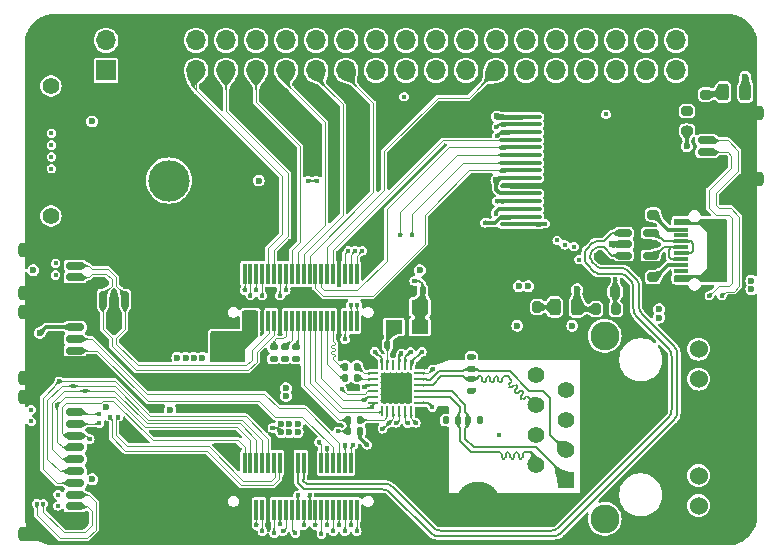
<source format=gtl>
G04 #@! TF.GenerationSoftware,KiCad,Pcbnew,8.0.7*
G04 #@! TF.CreationDate,2025-12-07T18:06:09-08:00*
G04 #@! TF.ProjectId,Pivot_Base,5069766f-745f-4426-9173-652e6b696361,rev?*
G04 #@! TF.SameCoordinates,Original*
G04 #@! TF.FileFunction,Copper,L1,Top*
G04 #@! TF.FilePolarity,Positive*
%FSLAX46Y46*%
G04 Gerber Fmt 4.6, Leading zero omitted, Abs format (unit mm)*
G04 Created by KiCad (PCBNEW 8.0.7) date 2025-12-07 18:06:09*
%MOMM*%
%LPD*%
G01*
G04 APERTURE LIST*
G04 Aperture macros list*
%AMRoundRect*
0 Rectangle with rounded corners*
0 $1 Rounding radius*
0 $2 $3 $4 $5 $6 $7 $8 $9 X,Y pos of 4 corners*
0 Add a 4 corners polygon primitive as box body*
4,1,4,$2,$3,$4,$5,$6,$7,$8,$9,$2,$3,0*
0 Add four circle primitives for the rounded corners*
1,1,$1+$1,$2,$3*
1,1,$1+$1,$4,$5*
1,1,$1+$1,$6,$7*
1,1,$1+$1,$8,$9*
0 Add four rect primitives between the rounded corners*
20,1,$1+$1,$2,$3,$4,$5,0*
20,1,$1+$1,$4,$5,$6,$7,0*
20,1,$1+$1,$6,$7,$8,$9,0*
20,1,$1+$1,$8,$9,$2,$3,0*%
G04 Aperture macros list end*
G04 #@! TA.AperFunction,SMDPad,CuDef*
%ADD10RoundRect,0.150000X-0.625000X0.150000X-0.625000X-0.150000X0.625000X-0.150000X0.625000X0.150000X0*%
G04 #@! TD*
G04 #@! TA.AperFunction,SMDPad,CuDef*
%ADD11RoundRect,0.250000X-0.650000X0.350000X-0.650000X-0.350000X0.650000X-0.350000X0.650000X0.350000X0*%
G04 #@! TD*
G04 #@! TA.AperFunction,SMDPad,CuDef*
%ADD12RoundRect,0.200000X0.200000X0.275000X-0.200000X0.275000X-0.200000X-0.275000X0.200000X-0.275000X0*%
G04 #@! TD*
G04 #@! TA.AperFunction,SMDPad,CuDef*
%ADD13C,0.400000*%
G04 #@! TD*
G04 #@! TA.AperFunction,SMDPad,CuDef*
%ADD14RoundRect,0.150000X0.625000X-0.150000X0.625000X0.150000X-0.625000X0.150000X-0.625000X-0.150000X0*%
G04 #@! TD*
G04 #@! TA.AperFunction,SMDPad,CuDef*
%ADD15RoundRect,0.250000X0.650000X-0.350000X0.650000X0.350000X-0.650000X0.350000X-0.650000X-0.350000X0*%
G04 #@! TD*
G04 #@! TA.AperFunction,SMDPad,CuDef*
%ADD16RoundRect,0.140000X-0.140000X-0.170000X0.140000X-0.170000X0.140000X0.170000X-0.140000X0.170000X0*%
G04 #@! TD*
G04 #@! TA.AperFunction,SMDPad,CuDef*
%ADD17RoundRect,0.200000X0.275000X-0.200000X0.275000X0.200000X-0.275000X0.200000X-0.275000X-0.200000X0*%
G04 #@! TD*
G04 #@! TA.AperFunction,SMDPad,CuDef*
%ADD18RoundRect,0.150000X0.512500X0.150000X-0.512500X0.150000X-0.512500X-0.150000X0.512500X-0.150000X0*%
G04 #@! TD*
G04 #@! TA.AperFunction,SMDPad,CuDef*
%ADD19RoundRect,0.243750X-0.243750X-0.456250X0.243750X-0.456250X0.243750X0.456250X-0.243750X0.456250X0*%
G04 #@! TD*
G04 #@! TA.AperFunction,SMDPad,CuDef*
%ADD20RoundRect,0.150000X-0.150000X0.587500X-0.150000X-0.587500X0.150000X-0.587500X0.150000X0.587500X0*%
G04 #@! TD*
G04 #@! TA.AperFunction,SMDPad,CuDef*
%ADD21RoundRect,0.135000X-0.185000X0.135000X-0.185000X-0.135000X0.185000X-0.135000X0.185000X0.135000X0*%
G04 #@! TD*
G04 #@! TA.AperFunction,SMDPad,CuDef*
%ADD22RoundRect,0.225000X-0.225000X-0.250000X0.225000X-0.250000X0.225000X0.250000X-0.225000X0.250000X0*%
G04 #@! TD*
G04 #@! TA.AperFunction,SMDPad,CuDef*
%ADD23RoundRect,0.140000X0.140000X0.170000X-0.140000X0.170000X-0.140000X-0.170000X0.140000X-0.170000X0*%
G04 #@! TD*
G04 #@! TA.AperFunction,SMDPad,CuDef*
%ADD24C,2.200000*%
G04 #@! TD*
G04 #@! TA.AperFunction,ComponentPad*
%ADD25C,3.800000*%
G04 #@! TD*
G04 #@! TA.AperFunction,ComponentPad*
%ADD26C,2.445000*%
G04 #@! TD*
G04 #@! TA.AperFunction,ComponentPad*
%ADD27C,1.530000*%
G04 #@! TD*
G04 #@! TA.AperFunction,ComponentPad*
%ADD28C,1.398000*%
G04 #@! TD*
G04 #@! TA.AperFunction,ComponentPad*
%ADD29R,1.398000X1.398000*%
G04 #@! TD*
G04 #@! TA.AperFunction,ComponentPad*
%ADD30O,1.800000X1.000000*%
G04 #@! TD*
G04 #@! TA.AperFunction,ComponentPad*
%ADD31O,2.100000X1.000000*%
G04 #@! TD*
G04 #@! TA.AperFunction,SMDPad,CuDef*
%ADD32R,1.240000X0.600000*%
G04 #@! TD*
G04 #@! TA.AperFunction,SMDPad,CuDef*
%ADD33R,1.240000X0.300000*%
G04 #@! TD*
G04 #@! TA.AperFunction,SMDPad,CuDef*
%ADD34RoundRect,0.135000X-0.135000X-0.185000X0.135000X-0.185000X0.135000X0.185000X-0.135000X0.185000X0*%
G04 #@! TD*
G04 #@! TA.AperFunction,SMDPad,CuDef*
%ADD35RoundRect,0.100000X-1.650000X-0.100000X1.650000X-0.100000X1.650000X0.100000X-1.650000X0.100000X0*%
G04 #@! TD*
G04 #@! TA.AperFunction,SMDPad,CuDef*
%ADD36RoundRect,0.135000X0.185000X-0.135000X0.185000X0.135000X-0.185000X0.135000X-0.185000X-0.135000X0*%
G04 #@! TD*
G04 #@! TA.AperFunction,ComponentPad*
%ADD37R,1.700000X1.700000*%
G04 #@! TD*
G04 #@! TA.AperFunction,ComponentPad*
%ADD38O,1.700000X1.700000*%
G04 #@! TD*
G04 #@! TA.AperFunction,SMDPad,CuDef*
%ADD39RoundRect,0.135000X0.135000X0.185000X-0.135000X0.185000X-0.135000X-0.185000X0.135000X-0.185000X0*%
G04 #@! TD*
G04 #@! TA.AperFunction,ComponentPad*
%ADD40C,3.500000*%
G04 #@! TD*
G04 #@! TA.AperFunction,ComponentPad*
%ADD41RoundRect,0.770000X0.980000X-0.980000X0.980000X0.980000X-0.980000X0.980000X-0.980000X-0.980000X0*%
G04 #@! TD*
G04 #@! TA.AperFunction,ComponentPad*
%ADD42C,1.400000*%
G04 #@! TD*
G04 #@! TA.AperFunction,SMDPad,CuDef*
%ADD43R,1.400000X1.200000*%
G04 #@! TD*
G04 #@! TA.AperFunction,HeatsinkPad*
%ADD44C,0.500000*%
G04 #@! TD*
G04 #@! TA.AperFunction,HeatsinkPad*
%ADD45R,2.500000X2.500000*%
G04 #@! TD*
G04 #@! TA.AperFunction,SMDPad,CuDef*
%ADD46RoundRect,0.062500X-0.375000X0.062500X-0.375000X-0.062500X0.375000X-0.062500X0.375000X0.062500X0*%
G04 #@! TD*
G04 #@! TA.AperFunction,SMDPad,CuDef*
%ADD47RoundRect,0.062500X-0.062500X0.375000X-0.062500X-0.375000X0.062500X-0.375000X0.062500X0.375000X0*%
G04 #@! TD*
G04 #@! TA.AperFunction,HeatsinkPad*
%ADD48C,0.600000*%
G04 #@! TD*
G04 #@! TA.AperFunction,SMDPad,CuDef*
%ADD49R,0.300000X1.800000*%
G04 #@! TD*
G04 #@! TA.AperFunction,ViaPad*
%ADD50C,0.600000*%
G04 #@! TD*
G04 #@! TA.AperFunction,ViaPad*
%ADD51C,0.400000*%
G04 #@! TD*
G04 #@! TA.AperFunction,Conductor*
%ADD52C,0.200000*%
G04 #@! TD*
G04 #@! TA.AperFunction,Conductor*
%ADD53C,0.300000*%
G04 #@! TD*
G04 #@! TA.AperFunction,Conductor*
%ADD54C,0.400000*%
G04 #@! TD*
G04 #@! TA.AperFunction,Conductor*
%ADD55C,0.500000*%
G04 #@! TD*
G04 #@! TA.AperFunction,Conductor*
%ADD56C,0.100000*%
G04 #@! TD*
G04 #@! TA.AperFunction,Conductor*
%ADD57C,0.173500*%
G04 #@! TD*
G04 #@! TA.AperFunction,Conductor*
%ADD58C,0.138400*%
G04 #@! TD*
G04 APERTURE END LIST*
D10*
X154250000Y-121300000D03*
X154250000Y-122300000D03*
D11*
X150375000Y-120000000D03*
X150375000Y-123600000D03*
D12*
X200025000Y-125000000D03*
X198375000Y-125000000D03*
D13*
X172100000Y-136700000D03*
D10*
X154250000Y-126500000D03*
X154250000Y-127500000D03*
X154250000Y-128500000D03*
X154250000Y-129500000D03*
D11*
X150375000Y-125200000D03*
X150375000Y-130800000D03*
D10*
X154245000Y-133700000D03*
X154245000Y-134700000D03*
X154245000Y-135700000D03*
X154245000Y-136700000D03*
X154245000Y-137700000D03*
X154245000Y-138700000D03*
X154245000Y-139700000D03*
X154245000Y-140700000D03*
X154245000Y-141700000D03*
X154245000Y-142700000D03*
D11*
X150370000Y-132400000D03*
X150370000Y-144000000D03*
D14*
X207750000Y-112700000D03*
X207750000Y-111700000D03*
X207750000Y-110700000D03*
X207750000Y-109700000D03*
D15*
X211625000Y-114000000D03*
X211625000Y-108400000D03*
D13*
X174000000Y-114100000D03*
D16*
X182720000Y-123400000D03*
X183680000Y-123400000D03*
D17*
X206050000Y-109875000D03*
X206050000Y-108225000D03*
D18*
X203000000Y-120450000D03*
X203000000Y-119500000D03*
X203000000Y-118550000D03*
X200725000Y-118550000D03*
X200725000Y-119500000D03*
X200725000Y-120450000D03*
D19*
X209125000Y-106600000D03*
X211000000Y-106600000D03*
D13*
X173600000Y-110100000D03*
D20*
X158487500Y-124187500D03*
X156587500Y-124187500D03*
X157537500Y-126062500D03*
D13*
X180275000Y-135125000D03*
D17*
X203200000Y-116985000D03*
X203200000Y-115335000D03*
D21*
X171050000Y-128165000D03*
X171050000Y-129185000D03*
D22*
X198425000Y-123500000D03*
X199975000Y-123500000D03*
D17*
X203200000Y-123953048D03*
X203200000Y-122303048D03*
D23*
X181650000Y-128000000D03*
X180690000Y-128000000D03*
D24*
X209500000Y-102500000D03*
D25*
X209500000Y-102500000D03*
D21*
X187800000Y-130880000D03*
X187800000Y-131900000D03*
D26*
X199090000Y-127255000D03*
X199090000Y-142745000D03*
D27*
X207040000Y-128375000D03*
X207040000Y-130915000D03*
X207040000Y-139085000D03*
X207040000Y-141625000D03*
D28*
X193250000Y-130560000D03*
X195790000Y-131830000D03*
X193250000Y-133100000D03*
X195790000Y-134370000D03*
X193250000Y-135640000D03*
X195790000Y-136910000D03*
X193250000Y-138180000D03*
D29*
X195790000Y-139450000D03*
D30*
X210375000Y-115680000D03*
D31*
X206175000Y-115680000D03*
D30*
X210375000Y-124320000D03*
D31*
X206175000Y-124320000D03*
D32*
X205575000Y-123200000D03*
X205575000Y-122400000D03*
D33*
X205575000Y-121750000D03*
X205575000Y-120750000D03*
X205575000Y-119250000D03*
X205575000Y-118250000D03*
D32*
X205575000Y-117600000D03*
X205575000Y-116800000D03*
X205575000Y-116800000D03*
X205575000Y-117600000D03*
D33*
X205575000Y-118750000D03*
X205575000Y-119750000D03*
X205575000Y-120250000D03*
X205575000Y-121250000D03*
D32*
X205575000Y-122400000D03*
X205575000Y-123200000D03*
D34*
X187500000Y-134400000D03*
X188520000Y-134400000D03*
D35*
X192000000Y-117800000D03*
X192000000Y-117150000D03*
X192000000Y-116500000D03*
X192000000Y-115850000D03*
X192000000Y-115200000D03*
X192000000Y-114550000D03*
X192000000Y-113900000D03*
X192000000Y-113250000D03*
X192000000Y-112600000D03*
X192000000Y-111950000D03*
X192000000Y-111300000D03*
X192000000Y-110650000D03*
X192000000Y-110000000D03*
X192000000Y-109350000D03*
X192000000Y-108700000D03*
D36*
X172950000Y-129185000D03*
X172950000Y-128165000D03*
D37*
X156870000Y-104770000D03*
D38*
X156870000Y-102230000D03*
X159410000Y-104770000D03*
X159410000Y-102230000D03*
X161950000Y-104770000D03*
X161950000Y-102230000D03*
X164490000Y-104770000D03*
X164490000Y-102230000D03*
X167030000Y-104770000D03*
X167030000Y-102230000D03*
X169570000Y-104770000D03*
X169570000Y-102230000D03*
X172110000Y-104770000D03*
X172110000Y-102230000D03*
X174650000Y-104770000D03*
X174650000Y-102230000D03*
X177190000Y-104770000D03*
X177190000Y-102230000D03*
X179730000Y-104770000D03*
X179730000Y-102230000D03*
X182270000Y-104770000D03*
X182270000Y-102230000D03*
X184810000Y-104770000D03*
X184810000Y-102230000D03*
X187350000Y-104770000D03*
X187350000Y-102230000D03*
X189890000Y-104770000D03*
X189890000Y-102230000D03*
X192430000Y-104770000D03*
X192430000Y-102230000D03*
X194970000Y-104770000D03*
X194970000Y-102230000D03*
X197510000Y-104770000D03*
X197510000Y-102230000D03*
X200050000Y-104770000D03*
X200050000Y-102230000D03*
X202590000Y-104770000D03*
X202590000Y-102230000D03*
X205130000Y-104770000D03*
X205130000Y-102230000D03*
D13*
X176500000Y-135325000D03*
D12*
X193400000Y-124800000D03*
X191750000Y-124800000D03*
D21*
X172000000Y-128165000D03*
X172000000Y-129185000D03*
D36*
X187800000Y-130040000D03*
X187800000Y-129020000D03*
D17*
X207650000Y-106825000D03*
X207650000Y-105175000D03*
D39*
X178150000Y-130795000D03*
X177130000Y-130795000D03*
D24*
X152500000Y-102500000D03*
D25*
X152500000Y-102500000D03*
D34*
X177130000Y-129855000D03*
X178150000Y-129855000D03*
D39*
X186660000Y-134400000D03*
X185640000Y-134400000D03*
D40*
X162200000Y-114100000D03*
D41*
X162200000Y-109100000D03*
D42*
X152200000Y-106100000D03*
X152200000Y-117100000D03*
D39*
X178390000Y-134375000D03*
X177370000Y-134375000D03*
D13*
X166450000Y-125775000D03*
D43*
X183450000Y-124800000D03*
X181250000Y-124800000D03*
X181250000Y-126500000D03*
X183450000Y-126500000D03*
D13*
X168600000Y-127900000D03*
X170950000Y-135050000D03*
D44*
X180450000Y-132675000D03*
X181450000Y-132675000D03*
X182450000Y-132675000D03*
X180450000Y-131675000D03*
D45*
X181450000Y-131675000D03*
D44*
X181450000Y-131675000D03*
X182450000Y-131675000D03*
X180450000Y-130675000D03*
X181450000Y-130675000D03*
X182450000Y-130675000D03*
D46*
X183387500Y-130425000D03*
X183387500Y-130925000D03*
X183387500Y-131425000D03*
X183387500Y-131925000D03*
X183387500Y-132425000D03*
X183387500Y-132925000D03*
D47*
X182700000Y-133612500D03*
X182200000Y-133612500D03*
X181700000Y-133612500D03*
X181200000Y-133612500D03*
X180700000Y-133612500D03*
X180200000Y-133612500D03*
D46*
X179512500Y-132925000D03*
X179512500Y-132425000D03*
X179512500Y-131925000D03*
X179512500Y-131425000D03*
X179512500Y-130925000D03*
X179512500Y-130425000D03*
D47*
X180200000Y-129737500D03*
X180700000Y-129737500D03*
X181200000Y-129737500D03*
X181700000Y-129737500D03*
X182200000Y-129737500D03*
X182700000Y-129737500D03*
D19*
X194862500Y-124800000D03*
X196737500Y-124800000D03*
D34*
X177365000Y-135325000D03*
X178385000Y-135325000D03*
D48*
X198050000Y-113800000D03*
X196950000Y-113800000D03*
X198600000Y-114350000D03*
X197500000Y-114350000D03*
X196400000Y-114350000D03*
X198050000Y-114900000D03*
X196950000Y-114900000D03*
X198600000Y-115450000D03*
X197500000Y-115450000D03*
X196400000Y-115450000D03*
X198050000Y-116000000D03*
X196950000Y-116000000D03*
D49*
X168600000Y-122000000D03*
X169100000Y-122000000D03*
X169600000Y-122000000D03*
X170100000Y-122000000D03*
X170600000Y-122000000D03*
X171100000Y-122000000D03*
X171600000Y-122000000D03*
X172100000Y-122000000D03*
X172600000Y-122000000D03*
X173100000Y-122000000D03*
X173600000Y-122000000D03*
X174100000Y-122000000D03*
X174600000Y-122000000D03*
X175100000Y-122000000D03*
X175600000Y-122000000D03*
X176100000Y-122000000D03*
X176600000Y-122000000D03*
X177100000Y-122000000D03*
X177600000Y-122000000D03*
X178100000Y-122000000D03*
X168600000Y-126000000D03*
X169100000Y-126000000D03*
X169600000Y-126000000D03*
X170100000Y-126000000D03*
X170600000Y-126000000D03*
X171100000Y-126000000D03*
X171600000Y-126000000D03*
X172100000Y-126000000D03*
X172600000Y-126000000D03*
X173100000Y-126000000D03*
X173600000Y-126000000D03*
X174100000Y-126000000D03*
X174600000Y-126000000D03*
X175100000Y-126000000D03*
X175600000Y-126000000D03*
X176100000Y-126000000D03*
X176600000Y-126000000D03*
X177100000Y-126000000D03*
X177600000Y-126000000D03*
X178100000Y-126000000D03*
X168600000Y-138000000D03*
X169100000Y-138000000D03*
X169600000Y-138000000D03*
X170100000Y-138000000D03*
X170600000Y-138000000D03*
X171100000Y-138000000D03*
X171600000Y-138000000D03*
X172100000Y-138000000D03*
X172600000Y-138000000D03*
X173100000Y-138000000D03*
X173600000Y-138000000D03*
X174100000Y-138000000D03*
X174600000Y-138000000D03*
X175100000Y-138000000D03*
X175600000Y-138000000D03*
X176100000Y-138000000D03*
X176600000Y-138000000D03*
X177100000Y-138000000D03*
X177600000Y-138000000D03*
X178100000Y-138000000D03*
X168600000Y-142000000D03*
X169100000Y-142000000D03*
X169600000Y-142000000D03*
X170100000Y-142000000D03*
X170600000Y-142000000D03*
X171100000Y-142000000D03*
X171600000Y-142000000D03*
X172100000Y-142000000D03*
X172600000Y-142000000D03*
X173100000Y-142000000D03*
X173600000Y-142000000D03*
X174100000Y-142000000D03*
X174600000Y-142000000D03*
X175100000Y-142000000D03*
X175600000Y-142000000D03*
X176100000Y-142000000D03*
X176600000Y-142000000D03*
X177100000Y-142000000D03*
X177600000Y-142000000D03*
X178100000Y-142000000D03*
D25*
X158350000Y-141500000D03*
X188350000Y-141500000D03*
D24*
X158350000Y-141500000D03*
X188350000Y-141500000D03*
D50*
X174500000Y-110600000D03*
X158600000Y-120900000D03*
X167000000Y-123700000D03*
X167000000Y-120200000D03*
X159500000Y-144300000D03*
D51*
X179617500Y-127625000D03*
D50*
X165800000Y-139600000D03*
X209100000Y-112800000D03*
X160700000Y-121600000D03*
X185000000Y-125475000D03*
D51*
X157340000Y-130510000D03*
D50*
X167000000Y-121600000D03*
X160000000Y-119500000D03*
X151700000Y-114100000D03*
X170300000Y-119300000D03*
X169000000Y-119300000D03*
X150550000Y-135500000D03*
X167000000Y-122300000D03*
D51*
X190150000Y-135650000D03*
D50*
X167600000Y-133300000D03*
X186600000Y-116000000D03*
X176200000Y-109800000D03*
X171200000Y-114275000D03*
X165100000Y-139600000D03*
X160700000Y-123000000D03*
X209300000Y-109700000D03*
X170600000Y-140650000D03*
X165125000Y-115250000D03*
X157540000Y-124780000D03*
D51*
X156937500Y-134664983D03*
D50*
X159300000Y-123000000D03*
X171000000Y-131325000D03*
X168500000Y-144300000D03*
X187900000Y-114675000D03*
X176600000Y-120500000D03*
D51*
X158137500Y-134659559D03*
D50*
X152900000Y-142700000D03*
X160700000Y-122300000D03*
X166500000Y-140300000D03*
X152950000Y-123100000D03*
X152700000Y-129450000D03*
X178250000Y-139176500D03*
X159300000Y-119500000D03*
X176200000Y-111900000D03*
X167100000Y-144300000D03*
X160700000Y-124400000D03*
X160000000Y-123700000D03*
X160700000Y-120200000D03*
X166300000Y-120900000D03*
X167700000Y-119500000D03*
X167000000Y-124400000D03*
X167100000Y-143600000D03*
X174350000Y-136700000D03*
X168500000Y-143600000D03*
X160200000Y-144300000D03*
X158600000Y-119500000D03*
X166300000Y-123000000D03*
X181300000Y-123700000D03*
X172500000Y-119300000D03*
X168400000Y-108600000D03*
X203000000Y-119500000D03*
X160700000Y-119500000D03*
X167800000Y-144300000D03*
X160700000Y-123700000D03*
X160000000Y-120900000D03*
X163700000Y-139600000D03*
X163850000Y-133550000D03*
X159300000Y-120900000D03*
X171600000Y-124640000D03*
X160700000Y-120900000D03*
X166300000Y-121600000D03*
X172300000Y-107900000D03*
X160800000Y-133500000D03*
X163850000Y-131600000D03*
X166300000Y-123700000D03*
X166300000Y-124400000D03*
X166300000Y-119500000D03*
X159300000Y-124400000D03*
X167700000Y-120200000D03*
X176200000Y-113000000D03*
X194250000Y-114550000D03*
X163850000Y-135600000D03*
X164900000Y-108600000D03*
X167650000Y-137700000D03*
X160000000Y-123000000D03*
X159300000Y-121600000D03*
X166500000Y-138900000D03*
X166300000Y-120200000D03*
X201000000Y-126500000D03*
X158600000Y-120200000D03*
X160000000Y-124400000D03*
X167600000Y-140300000D03*
X172300000Y-139350000D03*
X165800000Y-138900000D03*
X167000000Y-123000000D03*
D51*
X178080000Y-127605000D03*
D50*
X166500000Y-139600000D03*
X158600000Y-123000000D03*
X160000000Y-122300000D03*
X166300000Y-122300000D03*
X159300000Y-120200000D03*
X158600000Y-121600000D03*
X167650000Y-135600000D03*
X159300000Y-123700000D03*
X208800000Y-105100000D03*
X167000000Y-119500000D03*
X159300000Y-122300000D03*
X186600000Y-109392894D03*
X158600000Y-122300000D03*
X182000000Y-123400000D03*
X164400000Y-139600000D03*
X176200000Y-110900000D03*
X176200000Y-114100000D03*
X190750000Y-124750000D03*
X160000000Y-120200000D03*
X185200000Y-117700000D03*
X165100000Y-138900000D03*
X160200000Y-143600000D03*
X167000000Y-120900000D03*
X160000000Y-121600000D03*
D51*
X177779000Y-131750000D03*
D50*
X167800000Y-143600000D03*
X173100000Y-134700000D03*
X189926130Y-114097270D03*
D51*
X178980000Y-136480000D03*
D50*
X171700000Y-134700000D03*
X191700000Y-126400000D03*
X189950000Y-108675000D03*
X206050000Y-111200000D03*
D51*
X178750000Y-131600000D03*
D50*
X203700000Y-125700000D03*
X172400000Y-134700000D03*
X196750000Y-123300000D03*
X171700000Y-135400000D03*
X203700000Y-125000000D03*
X196350000Y-126400000D03*
X191800000Y-123050000D03*
X192600000Y-123050000D03*
X162300000Y-133500000D03*
D51*
X179617500Y-128585000D03*
X182950000Y-122600000D03*
D50*
X172400000Y-135400000D03*
X173100000Y-135400000D03*
D51*
X188520000Y-134400000D03*
X188000000Y-129020000D03*
X185640000Y-134400000D03*
X188000000Y-131850000D03*
D50*
X199750000Y-119500000D03*
X208500000Y-121750000D03*
X208500000Y-120500000D03*
X208500000Y-119250000D03*
X208500000Y-118000000D03*
X211500000Y-123300000D03*
X211500000Y-122600000D03*
X172100000Y-132350000D03*
X167600000Y-128350000D03*
X166850000Y-129100000D03*
X211000000Y-105300000D03*
X172100000Y-131700000D03*
X167600000Y-127600000D03*
X166100000Y-129100000D03*
X167600000Y-129100000D03*
X183450000Y-121700000D03*
D51*
X184507500Y-133275000D03*
X183600000Y-128605000D03*
X177100000Y-127525000D03*
X180825000Y-134625000D03*
X182650000Y-128600000D03*
X174700000Y-114100000D03*
X181881801Y-128731801D03*
X176825000Y-131740000D03*
X184515000Y-130075000D03*
X181425000Y-134625000D03*
X172950000Y-129185000D03*
X152600000Y-121100000D03*
X168600000Y-123400000D03*
X177130000Y-130795000D03*
X177600000Y-124600000D03*
X151550003Y-141450000D03*
X169600000Y-123400000D03*
X150550000Y-133500000D03*
X172000000Y-129185000D03*
X182417155Y-134632842D03*
X177130000Y-129855000D03*
X178550000Y-120050000D03*
X170100000Y-123850000D03*
X150550000Y-134500000D03*
X177392155Y-120042158D03*
X177950000Y-120050000D03*
X178749000Y-132700000D03*
X179400000Y-133300000D03*
X169100000Y-123850000D03*
X152600000Y-122100000D03*
X171050000Y-129185000D03*
X183100000Y-134625000D03*
X151000000Y-141450000D03*
X178150003Y-124600000D03*
X152700000Y-133100000D03*
X177600000Y-143300000D03*
X152800000Y-141650000D03*
X169600000Y-143300000D03*
X178100000Y-143800000D03*
X177100000Y-136500000D03*
X177100000Y-143800000D03*
X171100000Y-143950000D03*
X152250000Y-111100000D03*
X182100000Y-107000000D03*
X174600000Y-143300000D03*
X175592157Y-136757843D03*
X209000000Y-123850000D03*
X157187500Y-134150000D03*
X176600000Y-143300000D03*
X173100000Y-140750000D03*
X156300000Y-134650000D03*
X155500000Y-136000000D03*
X174100000Y-140750000D03*
X156300000Y-133850000D03*
X155100000Y-131900000D03*
X175100000Y-144050000D03*
X177800000Y-136500000D03*
X152800000Y-140700000D03*
X170100000Y-143800000D03*
X154100000Y-131500000D03*
X171850000Y-143800000D03*
X152250000Y-113100000D03*
X207950000Y-123850000D03*
X174900000Y-136250000D03*
X152900000Y-131100000D03*
X173600000Y-143300000D03*
X152250000Y-110100000D03*
X172900000Y-143950000D03*
X157887500Y-134150000D03*
X171587797Y-143177498D03*
X152250000Y-112100000D03*
D50*
X163600000Y-129100000D03*
X155700000Y-139400000D03*
X151273368Y-127009468D03*
X164300000Y-129100000D03*
X155700000Y-109100000D03*
X150700000Y-121700000D03*
X165000000Y-129100000D03*
X156837500Y-133250000D03*
X169800000Y-114100000D03*
X162900000Y-129100000D03*
D51*
X196500000Y-119700000D03*
X195700000Y-119550000D03*
X195075000Y-119175000D03*
X188925000Y-117675000D03*
X194050000Y-117750000D03*
X189850000Y-116925000D03*
X189975000Y-115850000D03*
X189925000Y-109575000D03*
X189968674Y-110310715D03*
X176100000Y-143800000D03*
X181800000Y-118750000D03*
X182800000Y-118750000D03*
X175600000Y-143300000D03*
X200000000Y-122473500D03*
X206050000Y-108225000D03*
X171600000Y-123850000D03*
X196919539Y-120800000D03*
X199200000Y-108500000D03*
X172100000Y-123400000D03*
D52*
X182720000Y-123400000D02*
X182000000Y-123400000D01*
X176340000Y-124640000D02*
X171600000Y-124640000D01*
X176600000Y-124900000D02*
X176340000Y-124640000D01*
D53*
X172100000Y-138000000D02*
X172100000Y-136700000D01*
X152750000Y-129500000D02*
X152700000Y-129450000D01*
X209000000Y-112700000D02*
X207750000Y-112700000D01*
X157537500Y-124782500D02*
X157540000Y-124780000D01*
X174100000Y-136850000D02*
X174200000Y-136750000D01*
X178100000Y-138000000D02*
X178100000Y-139026500D01*
X172300000Y-139350000D02*
X172600000Y-139050000D01*
D52*
X191750000Y-124800000D02*
X190800000Y-124800000D01*
D53*
X207750000Y-109700000D02*
X209300000Y-109700000D01*
X174100000Y-138000000D02*
X174100000Y-136850000D01*
X174200000Y-136750000D02*
X174450000Y-136750000D01*
D52*
X181250000Y-124800000D02*
X181250000Y-123750000D01*
D53*
X172300000Y-139350000D02*
X172100000Y-139150000D01*
D54*
X205575000Y-123200000D02*
X203953048Y-123200000D01*
D53*
X157537500Y-126062500D02*
X157537500Y-124782500D01*
D52*
X190800000Y-124800000D02*
X190750000Y-124750000D01*
X176600000Y-126000000D02*
X176600000Y-124900000D01*
D53*
X154245000Y-142700000D02*
X152900000Y-142700000D01*
D54*
X205575000Y-116800000D02*
X204665000Y-116800000D01*
X204665000Y-116800000D02*
X203200000Y-115335000D01*
D52*
X171600000Y-126000000D02*
X171600000Y-124640000D01*
X170600000Y-142000000D02*
X170600000Y-140650000D01*
D53*
X174450000Y-136750000D02*
X174600000Y-136900000D01*
X209100000Y-112800000D02*
X209000000Y-112700000D01*
D52*
X181250000Y-123750000D02*
X181300000Y-123700000D01*
D53*
X154250000Y-129500000D02*
X152750000Y-129500000D01*
X178100000Y-139026500D02*
X178250000Y-139176500D01*
X172600000Y-139050000D02*
X172600000Y-138000000D01*
X174600000Y-136900000D02*
X174600000Y-138000000D01*
D54*
X192000000Y-114550000D02*
X194250000Y-114550000D01*
X203953048Y-123200000D02*
X203200000Y-123953048D01*
D53*
X172100000Y-139150000D02*
X172100000Y-138000000D01*
D54*
X196737500Y-123312500D02*
X196750000Y-123300000D01*
D53*
X206050000Y-109875000D02*
X206050000Y-109600000D01*
D52*
X183450000Y-126500000D02*
X183450000Y-124800000D01*
D53*
X206050000Y-109875000D02*
X206050000Y-111200000D01*
X189926130Y-114097270D02*
X189926130Y-114876129D01*
X189926130Y-114876129D02*
X190250001Y-115200000D01*
D54*
X196737500Y-124800000D02*
X196737500Y-123312500D01*
D53*
X178385000Y-135325000D02*
X178385000Y-135885000D01*
D52*
X180200000Y-129737500D02*
X180200000Y-129167500D01*
D53*
X190148400Y-113875000D02*
X191975000Y-113875000D01*
D52*
X180200000Y-129167500D02*
X179617500Y-128585000D01*
X171350000Y-135050000D02*
X171700000Y-135400000D01*
X183400000Y-122600000D02*
X182950000Y-122600000D01*
D53*
X190250001Y-115200000D02*
X192000000Y-115200000D01*
D52*
X183680000Y-123400000D02*
X183680000Y-124570000D01*
X178750000Y-131600000D02*
X178925000Y-131425000D01*
X183680000Y-122880000D02*
X183400000Y-122600000D01*
D54*
X196937500Y-125000000D02*
X196737500Y-124800000D01*
X189975000Y-108700000D02*
X192000000Y-108700000D01*
D52*
X183680000Y-124570000D02*
X183450000Y-124800000D01*
D53*
X178385000Y-135885000D02*
X178980000Y-136480000D01*
D52*
X170950000Y-135050000D02*
X171350000Y-135050000D01*
X178925000Y-131425000D02*
X179512500Y-131425000D01*
D53*
X206050000Y-109875000D02*
X206025000Y-109850000D01*
X189926130Y-114097270D02*
X190148400Y-113875000D01*
D52*
X190200000Y-108675000D02*
X190225000Y-108700000D01*
X189950000Y-108675000D02*
X189975000Y-108700000D01*
X183680000Y-123400000D02*
X183680000Y-122880000D01*
D54*
X198375000Y-125000000D02*
X196937500Y-125000000D01*
D52*
X189950000Y-108675000D02*
X190200000Y-108675000D01*
D54*
X200725000Y-119500000D02*
X199750000Y-119500000D01*
D55*
X211000000Y-106600000D02*
X211000000Y-105300000D01*
D53*
X204450000Y-121250000D02*
X205575000Y-121250000D01*
X203200000Y-122303048D02*
X203396952Y-122303048D01*
X203396952Y-122303048D02*
X204450000Y-121250000D01*
X204465000Y-118250000D02*
X203200000Y-116985000D01*
X205575000Y-118250000D02*
X204465000Y-118250000D01*
D52*
X184157500Y-132925000D02*
X184507500Y-133275000D01*
X183387500Y-132925000D02*
X184157500Y-132925000D01*
X182700000Y-129505000D02*
X183600000Y-128605000D01*
X182700000Y-129737500D02*
X182700000Y-129505000D01*
D56*
X181200000Y-134250000D02*
X180825000Y-134625000D01*
X180275000Y-135125000D02*
X180325000Y-135125000D01*
X180325000Y-135125000D02*
X180825000Y-134625000D01*
X177100000Y-127525000D02*
X177100000Y-126000000D01*
X181200000Y-133612500D02*
X181200000Y-134250000D01*
D52*
X182200000Y-129050000D02*
X182200000Y-129737500D01*
X182650000Y-128600000D02*
X182200000Y-129050000D01*
D56*
X174700000Y-114100000D02*
X174000000Y-114100000D01*
D52*
X181881801Y-128731801D02*
X181700000Y-128913602D01*
X181700000Y-128913602D02*
X181700000Y-129737500D01*
D56*
X178720000Y-130425000D02*
X178150000Y-129855000D01*
X179512500Y-130425000D02*
X178720000Y-130425000D01*
X178765686Y-132150000D02*
X177235000Y-132150000D01*
X177235000Y-132150000D02*
X176825000Y-131740000D01*
X179512500Y-131925000D02*
X178990686Y-131925000D01*
X178990686Y-131925000D02*
X178765686Y-132150000D01*
X178280000Y-130925000D02*
X178150000Y-130795000D01*
X179512500Y-130925000D02*
X178280000Y-130925000D01*
X180700000Y-133612500D02*
X180700000Y-134049999D01*
X180700000Y-134049999D02*
X180374999Y-134375000D01*
X180374999Y-134375000D02*
X178390000Y-134375000D01*
X184165000Y-130425000D02*
X184515000Y-130075000D01*
X183387500Y-130425000D02*
X184165000Y-130425000D01*
X172600000Y-127565000D02*
X172000000Y-128165000D01*
X172600000Y-126000000D02*
X172600000Y-127565000D01*
X173100000Y-126100000D02*
X173000000Y-126200000D01*
X173100000Y-128015000D02*
X172950000Y-128165000D01*
X173100000Y-126000000D02*
X173100000Y-126100000D01*
X173100000Y-126000000D02*
X173100000Y-128015000D01*
X172100000Y-127250000D02*
X171875000Y-127475000D01*
X171875000Y-127475000D02*
X171300000Y-127475000D01*
X172100000Y-126000000D02*
X172100000Y-127250000D01*
X171300000Y-127475000D02*
X171050000Y-127725000D01*
X171050000Y-127725000D02*
X171050000Y-128165000D01*
D57*
X206600000Y-119450000D02*
X206600000Y-120068500D01*
X205575000Y-119250000D02*
X206400000Y-119250000D01*
X205575000Y-119250000D02*
X204644999Y-119250000D01*
X206418500Y-120250000D02*
X205575000Y-120250000D01*
X204631749Y-119263250D02*
X204075750Y-119263250D01*
X204644999Y-119250000D02*
X204631749Y-119263250D01*
X206400000Y-119250000D02*
X206600000Y-119450000D01*
X203362500Y-118550000D02*
X203000000Y-118550000D01*
X206600000Y-120068500D02*
X206418500Y-120250000D01*
X204075750Y-119263250D02*
X203362500Y-118550000D01*
X204725000Y-119800000D02*
X204550000Y-119975000D01*
X205575000Y-119750000D02*
X204644999Y-119750000D01*
X204075750Y-119736750D02*
X203362500Y-120450000D01*
X204550000Y-119975000D02*
X204550000Y-120568500D01*
X204644999Y-119750000D02*
X204631749Y-119736750D01*
X203362500Y-120450000D02*
X203000000Y-120450000D01*
X204731500Y-120750000D02*
X205575000Y-120750000D01*
X204631749Y-119736750D02*
X204075750Y-119736750D01*
X204550000Y-120568500D02*
X204731500Y-120750000D01*
D58*
X184074551Y-130955800D02*
X184043751Y-130925000D01*
X184043751Y-130925000D02*
X183387500Y-130925000D01*
X195790000Y-136910000D02*
X194500000Y-135620000D01*
X187119199Y-130240800D02*
X185049204Y-130240800D01*
X191050796Y-130240800D02*
X188480801Y-130240800D01*
X188280001Y-130040000D02*
X187800000Y-130040000D01*
X193900000Y-131900000D02*
X192709996Y-131900000D01*
X188480801Y-130240800D02*
X188280001Y-130040000D01*
X194500000Y-132500000D02*
X193900000Y-131900000D01*
X184334204Y-130955800D02*
X184074551Y-130955800D01*
X187319999Y-130040000D02*
X187119199Y-130240800D01*
X194500000Y-135620000D02*
X194500000Y-132500000D01*
X192709996Y-131900000D02*
X191050796Y-130240800D01*
X187800000Y-130040000D02*
X187319999Y-130040000D01*
X185049204Y-130240800D02*
X184334204Y-130955800D01*
X186165796Y-131955800D02*
X184074551Y-131955800D01*
X184043751Y-131925000D02*
X183387500Y-131925000D01*
X187990796Y-136680800D02*
X187299200Y-135989204D01*
X187500000Y-133919999D02*
X187299200Y-133719199D01*
X187299200Y-133719199D02*
X187299200Y-133089204D01*
X187500000Y-134880001D02*
X187500000Y-134400000D01*
X187500000Y-134400000D02*
X187500000Y-133919999D01*
X193280800Y-136680800D02*
X187990796Y-136680800D01*
X195790000Y-139450000D02*
X195790000Y-139190000D01*
X195790000Y-139190000D02*
X193280800Y-136680800D01*
X187299200Y-135989204D02*
X187299200Y-135080801D01*
X184074551Y-131955800D02*
X184043751Y-131925000D01*
X187299200Y-133089204D02*
X186165796Y-131955800D01*
X187299200Y-135080801D02*
X187500000Y-134880001D01*
X192156000Y-137263200D02*
X192156000Y-137495200D01*
X186660000Y-134880001D02*
X186660000Y-134400000D01*
X186860800Y-133270796D02*
X185984204Y-132394200D01*
X184043751Y-132425000D02*
X183387500Y-132425000D01*
X186860800Y-133719199D02*
X186860800Y-133270796D01*
X186660000Y-133919999D02*
X186860800Y-133719199D01*
D56*
X193250000Y-138180000D02*
X193685000Y-137745000D01*
D58*
X190140000Y-137119200D02*
X190043997Y-137119200D01*
X186660000Y-134400000D02*
X186660000Y-133919999D01*
X185984204Y-132394200D02*
X184074551Y-132394200D01*
X190043997Y-137119200D02*
X187809204Y-137119200D01*
X191796000Y-137495200D02*
X191796000Y-137263200D01*
X184074551Y-132394200D02*
X184043751Y-132425000D01*
X186860800Y-135080801D02*
X186660000Y-134880001D01*
X192839208Y-137119200D02*
X192300000Y-137119200D01*
X191076000Y-137495200D02*
X191076000Y-137263200D01*
X186860800Y-136170796D02*
X186860800Y-135080801D01*
X190716000Y-137263200D02*
X190716000Y-137495200D01*
X187809204Y-137119200D02*
X186860800Y-136170796D01*
X193250000Y-137529992D02*
X192839208Y-137119200D01*
X193250000Y-138180000D02*
X193250000Y-137529992D01*
X190212000Y-137119200D02*
X190140000Y-137119200D01*
X192012000Y-137639200D02*
X191940000Y-137639200D01*
X191292000Y-137639200D02*
X191220000Y-137639200D01*
X190932000Y-137119200D02*
X190860000Y-137119200D01*
X191652000Y-137119200D02*
X191580000Y-137119200D01*
X190572000Y-137639200D02*
X190500000Y-137639200D01*
X190356000Y-137495200D02*
X190356000Y-137263200D01*
X191436000Y-137263200D02*
X191436000Y-137495200D01*
X192300000Y-137119200D02*
G75*
G03*
X192156000Y-137263200I0J-144000D01*
G01*
X190860000Y-137119200D02*
G75*
G03*
X190716000Y-137263200I0J-144000D01*
G01*
X191436000Y-137495200D02*
G75*
G02*
X191292000Y-137639200I-144000J0D01*
G01*
X192156000Y-137495200D02*
G75*
G02*
X192012000Y-137639200I-144000J0D01*
G01*
X191220000Y-137639200D02*
G75*
G02*
X191076000Y-137495200I0J144000D01*
G01*
X191796000Y-137263200D02*
G75*
G03*
X191652000Y-137119200I-144000J0D01*
G01*
X190356000Y-137263200D02*
G75*
G03*
X190212000Y-137119200I-144000J0D01*
G01*
X191580000Y-137119200D02*
G75*
G03*
X191436000Y-137263200I0J-144000D01*
G01*
X190500000Y-137639200D02*
G75*
G02*
X190356000Y-137495200I0J144000D01*
G01*
X191940000Y-137639200D02*
G75*
G02*
X191796000Y-137495200I0J144000D01*
G01*
X190716000Y-137495200D02*
G75*
G02*
X190572000Y-137639200I-144000J0D01*
G01*
X191076000Y-137263200D02*
G75*
G03*
X190932000Y-137119200I-144000J0D01*
G01*
X190562720Y-130679200D02*
X190630400Y-130679200D01*
X191673571Y-131674994D02*
X191504374Y-131844190D01*
X189750560Y-131043840D02*
X189750560Y-130814560D01*
X184074551Y-131394200D02*
X184043751Y-131425000D01*
X192582851Y-132392846D02*
X192630709Y-132440705D01*
X187319999Y-130880000D02*
X187119199Y-130679200D01*
X190088960Y-130814560D02*
X190088960Y-131043840D01*
X193250000Y-133059996D02*
X193250000Y-133100000D01*
X189547520Y-131179200D02*
X189615200Y-131179200D01*
X188735360Y-130814560D02*
X188735360Y-131043840D01*
X189412160Y-130814560D02*
X189412160Y-131043840D01*
X191625713Y-131435708D02*
X191673571Y-131483567D01*
X185230796Y-130679200D02*
X184515796Y-131394200D01*
X190224320Y-131179200D02*
X190292000Y-131179200D01*
X191195002Y-131196425D02*
X191025805Y-131365621D01*
X187119199Y-130679200D02*
X185230796Y-130679200D01*
X192104282Y-131914277D02*
X192152140Y-131962136D01*
X188870720Y-131179200D02*
X188938400Y-131179200D01*
X191025805Y-131557049D02*
X191073661Y-131604905D01*
X189073760Y-131043840D02*
X189073760Y-130814560D01*
X187800000Y-130880000D02*
X188280001Y-130880000D01*
X190427360Y-131043840D02*
X190427360Y-130814560D01*
X188280001Y-130880000D02*
X188480801Y-130679200D01*
X192152140Y-132153563D02*
X191982943Y-132322759D01*
X191504374Y-132035618D02*
X191552230Y-132083474D01*
X190869204Y-130679200D02*
X191195002Y-131004998D01*
X184515796Y-131394200D02*
X184074551Y-131394200D01*
X192222227Y-132562043D02*
X192391423Y-132392846D01*
X190630400Y-130679200D02*
X190700000Y-130679200D01*
X191265089Y-131604905D02*
X191434285Y-131435708D01*
X190700000Y-130679200D02*
X190869204Y-130679200D01*
X189209120Y-130679200D02*
X189276800Y-130679200D01*
X191982943Y-132514187D02*
X192030799Y-132562043D01*
X187800000Y-130880000D02*
X187319999Y-130880000D01*
X189885920Y-130679200D02*
X189953600Y-130679200D01*
X184043751Y-131425000D02*
X183387500Y-131425000D01*
X191743658Y-132083474D02*
X191912854Y-131914277D01*
X188480801Y-130679200D02*
X188600000Y-130679200D01*
X192630709Y-132440705D02*
X192719293Y-132529289D01*
X192719293Y-132529289D02*
X193250000Y-133059996D01*
X191552230Y-132083474D02*
G75*
G03*
X191743658Y-132083474I95714J95714D01*
G01*
X190088960Y-131043840D02*
G75*
G03*
X190224320Y-131179140I135340J40D01*
G01*
X191504374Y-131844190D02*
G75*
G03*
X191504378Y-132035614I95726J-95710D01*
G01*
X191025805Y-131365621D02*
G75*
G03*
X191025840Y-131557014I95695J-95679D01*
G01*
X191673571Y-131483567D02*
G75*
G02*
X191673591Y-131675014I-95671J-95733D01*
G01*
X189953600Y-130679200D02*
G75*
G02*
X190089000Y-130814560I0J-135400D01*
G01*
X188735360Y-131043840D02*
G75*
G03*
X188870720Y-131179140I135340J40D01*
G01*
X191912854Y-131914277D02*
G75*
G02*
X192104282Y-131914277I95714J-95714D01*
G01*
X189615200Y-131179200D02*
G75*
G03*
X189750600Y-131043840I0J135400D01*
G01*
X191073661Y-131604905D02*
G75*
G03*
X191265089Y-131604905I95714J95714D01*
G01*
X190292000Y-131179200D02*
G75*
G03*
X190427400Y-131043840I0J135400D01*
G01*
X189276800Y-130679200D02*
G75*
G02*
X189412200Y-130814560I0J-135400D01*
G01*
X189412160Y-131043840D02*
G75*
G03*
X189547520Y-131179140I135340J40D01*
G01*
X192030799Y-132562043D02*
G75*
G03*
X192222227Y-132562043I95714J95714D01*
G01*
X188600000Y-130679200D02*
G75*
G02*
X188735400Y-130814560I0J-135400D01*
G01*
X188938400Y-131179200D02*
G75*
G03*
X189073800Y-131043840I0J135400D01*
G01*
X191434285Y-131435708D02*
G75*
G02*
X191625713Y-131435708I95714J-95714D01*
G01*
X192391423Y-132392846D02*
G75*
G02*
X192582851Y-132392846I95714J-95714D01*
G01*
X192152140Y-131962136D02*
G75*
G02*
X192152091Y-132153514I-95740J-95664D01*
G01*
X191195002Y-131004998D02*
G75*
G02*
X191194991Y-131196413I-95702J-95702D01*
G01*
X189073760Y-130814560D02*
G75*
G02*
X189209120Y-130679260I135340J-40D01*
G01*
X191982943Y-132322759D02*
G75*
G03*
X191982916Y-132514214I95757J-95741D01*
G01*
X190427360Y-130814560D02*
G75*
G02*
X190562720Y-130679260I135340J-40D01*
G01*
X189750560Y-130814560D02*
G75*
G02*
X189885920Y-130679260I135340J-40D01*
G01*
D57*
X201513250Y-123055173D02*
X201513250Y-124933852D01*
X197552736Y-121182611D02*
X198210429Y-121840304D01*
X180433852Y-139763250D02*
X173848066Y-139763250D01*
X198563982Y-121986750D02*
X200444827Y-121986750D01*
X204763250Y-129012280D02*
X204763250Y-133487720D01*
X198005487Y-119409697D02*
X197552735Y-119862449D01*
X200798381Y-122133197D02*
X201366804Y-122701620D01*
X173586750Y-139363251D02*
X173600000Y-139350001D01*
X197406289Y-120216002D02*
X197406289Y-120829057D01*
X173586750Y-139501934D02*
X173586750Y-139363251D01*
X199731249Y-118550000D02*
X199017999Y-119263250D01*
X199017999Y-119263250D02*
X198359041Y-119263250D01*
X173600000Y-139350001D02*
X173600000Y-138000000D01*
X184555173Y-143470357D02*
X181140959Y-140056143D01*
X194487720Y-143763250D02*
X185262280Y-143763250D01*
X201806143Y-125640959D02*
X204470357Y-128305173D01*
X173848066Y-139763250D02*
X173586750Y-139501934D01*
X204470357Y-134194827D02*
X195194827Y-143470357D01*
X200725000Y-118550000D02*
X199731249Y-118550000D01*
X181140959Y-140056143D02*
G75*
G03*
X180433852Y-139763269I-707059J-707057D01*
G01*
X184555173Y-143470357D02*
G75*
G03*
X185262280Y-143763279I707127J707057D01*
G01*
X200798381Y-122133197D02*
G75*
G03*
X200444827Y-121986716I-353581J-353503D01*
G01*
X197406289Y-120216002D02*
G75*
G02*
X197552732Y-119862446I500011J2D01*
G01*
X197406289Y-120829057D02*
G75*
G03*
X197552712Y-121182635I500011J-43D01*
G01*
X204763250Y-129012280D02*
G75*
G03*
X204470336Y-128305194I-999950J-20D01*
G01*
X201513250Y-123055173D02*
G75*
G03*
X201366801Y-122701623I-500050J-27D01*
G01*
X198359041Y-119263250D02*
G75*
G03*
X198005477Y-119409687I-41J-499950D01*
G01*
X201513250Y-124933852D02*
G75*
G03*
X201806130Y-125640972I999950J-48D01*
G01*
X198210429Y-121840304D02*
G75*
G03*
X198563982Y-121986748I353571J353604D01*
G01*
X194487720Y-143763250D02*
G75*
G03*
X195194806Y-143470336I-20J999950D01*
G01*
X204763250Y-133487720D02*
G75*
G02*
X204470336Y-134194806I-999950J20D01*
G01*
X199731249Y-120450000D02*
X199017999Y-119736750D01*
X200994513Y-121659697D02*
X201840304Y-122505488D01*
X173100000Y-139350001D02*
X173100000Y-138000000D01*
X205236750Y-128816148D02*
X205236750Y-133683852D01*
X199017999Y-119736750D02*
X198555173Y-119736750D01*
X173113250Y-139698066D02*
X173113250Y-139363251D01*
X173113250Y-139363251D02*
X173100000Y-139350001D01*
X173651934Y-140236750D02*
X173113250Y-139698066D01*
X198026236Y-120986479D02*
X198406561Y-121366804D01*
X202279643Y-125444827D02*
X204943857Y-128109041D01*
X201986750Y-122859041D02*
X201986750Y-124737720D01*
X180237720Y-140236750D02*
X173651934Y-140236750D01*
X198201619Y-119883197D02*
X198026235Y-120058581D01*
X184359041Y-143943857D02*
X180944827Y-140529643D01*
X194683852Y-144236750D02*
X185066148Y-144236750D01*
X197879789Y-120412134D02*
X197879789Y-120632925D01*
X204943857Y-134390959D02*
X195390959Y-143943857D01*
X198760114Y-121513250D02*
X200640959Y-121513250D01*
X200725000Y-120450000D02*
X199731249Y-120450000D01*
X202279643Y-125444827D02*
G75*
G02*
X201986721Y-124737720I707057J707127D01*
G01*
X198406561Y-121366804D02*
G75*
G03*
X198760114Y-121513226I353539J353604D01*
G01*
X205236750Y-128816148D02*
G75*
G03*
X204943870Y-128109028I-999950J48D01*
G01*
X198026235Y-120058581D02*
G75*
G03*
X197879816Y-120412134I353565J-353519D01*
G01*
X205236750Y-133683852D02*
G75*
G02*
X204943870Y-134390972I-999950J-48D01*
G01*
X180237720Y-140236750D02*
G75*
G02*
X180944806Y-140529664I-20J-999950D01*
G01*
X185066148Y-144236750D02*
G75*
G02*
X184359028Y-143943870I-48J999950D01*
G01*
X194683852Y-144236750D02*
G75*
G03*
X195390972Y-143943870I48J999950D01*
G01*
X198201619Y-119883197D02*
G75*
G02*
X198555173Y-119736716I353581J-353503D01*
G01*
X198026236Y-120986479D02*
G75*
G02*
X197879774Y-120632925I353564J353579D01*
G01*
X200994513Y-121659697D02*
G75*
G03*
X200640959Y-121513264I-353513J-353503D01*
G01*
X201986750Y-122859041D02*
G75*
G03*
X201840335Y-122505457I-500050J41D01*
G01*
D56*
X180430000Y-111610000D02*
X184960000Y-107080000D01*
X175600000Y-122000000D02*
X175600000Y-119740000D01*
X187580000Y-107080000D02*
X189890000Y-104770000D01*
X180430000Y-114910000D02*
X180430000Y-111610000D01*
X184960000Y-107080000D02*
X187580000Y-107080000D01*
X175600000Y-119740000D02*
X180430000Y-114910000D01*
X167030000Y-108230000D02*
X167030000Y-104770000D01*
X172300000Y-113500000D02*
X167030000Y-108230000D01*
X171100000Y-119992893D02*
X172292893Y-118800000D01*
X172300000Y-118800000D02*
X172300000Y-113500000D01*
X172292893Y-118800000D02*
X172300000Y-118800000D01*
X171100000Y-122000000D02*
X171100000Y-119992893D01*
X174100000Y-122000000D02*
X174100000Y-120500000D01*
X177190000Y-105240000D02*
X177190000Y-104770000D01*
X179500000Y-115100000D02*
X179500000Y-107550000D01*
X174100000Y-120500000D02*
X179500000Y-115100000D01*
X179500000Y-107550000D02*
X177190000Y-105240000D01*
X181425000Y-134625000D02*
X181700000Y-134350000D01*
X181700000Y-134350000D02*
X181700000Y-133612500D01*
X168600000Y-122000000D02*
X168600000Y-123400000D01*
X175600000Y-126000000D02*
X175600000Y-129650000D01*
X176745000Y-130795000D02*
X177130000Y-130795000D01*
X175600000Y-129650000D02*
X176745000Y-130795000D01*
X151550003Y-142125003D02*
X153325000Y-143900000D01*
X155650000Y-142050000D02*
X155300000Y-141700000D01*
X153325000Y-143900000D02*
X155050000Y-143900000D01*
X155650000Y-143300000D02*
X155650000Y-142050000D01*
X151550003Y-141450000D02*
X151550003Y-142125003D01*
X155050000Y-143900000D02*
X155650000Y-143300000D01*
X155300000Y-141700000D02*
X154245000Y-141700000D01*
X177600000Y-126000000D02*
X177600000Y-124600000D01*
X169600000Y-122000000D02*
X169600000Y-123400000D01*
X164490000Y-106440000D02*
X164490000Y-104770000D01*
X171800000Y-113750000D02*
X164490000Y-106440000D01*
X170600000Y-119800000D02*
X171800000Y-118600000D01*
X171800000Y-118600000D02*
X171800000Y-113750000D01*
X170600000Y-122000000D02*
X170600000Y-119800000D01*
X174100000Y-131225000D02*
X174100000Y-126000000D01*
X180200000Y-133612500D02*
X180075001Y-133737499D01*
X176612499Y-133737499D02*
X174100000Y-131225000D01*
X180075001Y-133737499D02*
X176612499Y-133737499D01*
X180200000Y-133612500D02*
X179987500Y-133825000D01*
X182200000Y-134415687D02*
X182200000Y-133612500D01*
X182417155Y-134632842D02*
X182200000Y-134415687D01*
X175930000Y-128230000D02*
X175930000Y-128150000D01*
X176100000Y-127730000D02*
X176100000Y-127650000D01*
X176185000Y-128315000D02*
X176100000Y-128315000D01*
X176015000Y-128065000D02*
X176100000Y-128065000D01*
X176270000Y-127980000D02*
X176270000Y-127900000D01*
X176100000Y-127347824D02*
X176100000Y-126000000D01*
X176100000Y-128815000D02*
X176015000Y-128815000D01*
X176100000Y-129200000D02*
X176100000Y-129150000D01*
X176100000Y-128315000D02*
X176015000Y-128315000D01*
X176100000Y-127650000D02*
X176100000Y-127347824D01*
X176100000Y-128065000D02*
X176185000Y-128065000D01*
X176015000Y-128565000D02*
X176100000Y-128565000D01*
X177130000Y-129855000D02*
X176755000Y-129855000D01*
X176185000Y-128815000D02*
X176100000Y-128815000D01*
X176100000Y-128565000D02*
X176185000Y-128565000D01*
X175930000Y-128730000D02*
X175930000Y-128650000D01*
X176755000Y-129855000D02*
X176100000Y-129200000D01*
X176270000Y-128480000D02*
X176270000Y-128400000D01*
X176270000Y-128980000D02*
X176270000Y-128900000D01*
X176185000Y-128065000D02*
G75*
G03*
X176270000Y-127980000I0J85000D01*
G01*
X176185000Y-127815000D02*
G75*
G02*
X176100000Y-127730000I0J85000D01*
G01*
X175930000Y-128150000D02*
G75*
G02*
X176015000Y-128065000I85000J0D01*
G01*
X175930000Y-128650000D02*
G75*
G02*
X176015000Y-128565000I85000J0D01*
G01*
X176185000Y-129065000D02*
G75*
G03*
X176270000Y-128980000I0J85000D01*
G01*
X176185000Y-128565000D02*
G75*
G03*
X176270000Y-128480000I0J85000D01*
G01*
X176015000Y-128315000D02*
G75*
G02*
X175930000Y-128230000I0J85000D01*
G01*
X176270000Y-128400000D02*
G75*
G03*
X176185000Y-128315000I-85000J0D01*
G01*
X176015000Y-128815000D02*
G75*
G02*
X175930000Y-128730000I0J85000D01*
G01*
X176100000Y-129150000D02*
G75*
G02*
X176185000Y-129065000I85000J0D01*
G01*
X176270000Y-127900000D02*
G75*
G03*
X176185000Y-127815000I-85000J0D01*
G01*
X176270000Y-128900000D02*
G75*
G03*
X176185000Y-128815000I-85000J0D01*
G01*
X158487500Y-124187500D02*
X158487500Y-123750000D01*
X169225000Y-129267156D02*
X169225000Y-128442156D01*
X157737500Y-127400000D02*
X157737500Y-127904656D01*
X157032844Y-121600000D02*
X155712501Y-121600000D01*
X170650000Y-127017156D02*
X170650000Y-126800000D01*
X159582844Y-129750000D02*
X168742156Y-129750000D01*
X157737500Y-122304656D02*
X157032844Y-121600000D01*
X158487500Y-126650000D02*
X157737500Y-127400000D01*
X155712501Y-121600000D02*
X155412501Y-121300000D01*
X155412501Y-121300000D02*
X154250000Y-121300000D01*
X157737500Y-123000000D02*
X157737500Y-122304656D01*
X158487500Y-124187500D02*
X158487500Y-126650000D01*
X170600000Y-126750000D02*
X170600000Y-126000000D01*
X169225000Y-128442156D02*
X170650000Y-127017156D01*
X168742156Y-129750000D02*
X169225000Y-129267156D01*
X154725000Y-121300000D02*
X154250000Y-121300000D01*
X158487500Y-123750000D02*
X157737500Y-123000000D01*
X170650000Y-126800000D02*
X170600000Y-126750000D01*
X157737500Y-127904656D02*
X159582844Y-129750000D01*
X169570000Y-107466447D02*
X169570000Y-104770000D01*
X173300000Y-119300000D02*
X173300000Y-111196447D01*
X172600000Y-122000000D02*
X172600000Y-120000000D01*
X172600000Y-120000000D02*
X173300000Y-119300000D01*
X173300000Y-111196447D02*
X169570000Y-107466447D01*
X156867156Y-122000000D02*
X155712501Y-122000000D01*
X157337500Y-122470344D02*
X156867156Y-122000000D01*
X157337500Y-128070344D02*
X159417156Y-130150000D01*
X159417156Y-130150000D02*
X168907844Y-130150000D01*
X154725000Y-122300000D02*
X154250000Y-122300000D01*
X157337500Y-123000000D02*
X157337500Y-122470344D01*
X169625000Y-128607844D02*
X171050000Y-127182844D01*
X171050000Y-127182844D02*
X171050000Y-126800000D01*
X171050000Y-126800000D02*
X171100000Y-126750000D01*
X156587500Y-124187500D02*
X156587500Y-126650000D01*
X155412501Y-122300000D02*
X154250000Y-122300000D01*
X156587500Y-123750000D02*
X157337500Y-123000000D01*
X156587500Y-124187500D02*
X156587500Y-123750000D01*
X168907844Y-130150000D02*
X169625000Y-129432844D01*
X171100000Y-126750000D02*
X171100000Y-126000000D01*
X169625000Y-129432844D02*
X169625000Y-128607844D01*
X155712501Y-122000000D02*
X155412501Y-122300000D01*
X157337500Y-127400000D02*
X157337500Y-128070344D01*
X156587500Y-126650000D02*
X157337500Y-127400000D01*
X178100000Y-122000000D02*
X178100000Y-120500000D01*
X178100000Y-120500000D02*
X178550000Y-120050000D01*
X170100000Y-122000000D02*
X170100000Y-123850000D01*
X177100000Y-120334313D02*
X177392155Y-120042158D01*
X177100000Y-122000000D02*
X177100000Y-120334313D01*
X177600000Y-122000000D02*
X177600000Y-120400000D01*
X177600000Y-120400000D02*
X177950000Y-120050000D01*
X176950000Y-132700000D02*
X175100000Y-130850000D01*
X179024000Y-132425000D02*
X179512500Y-132425000D01*
X178749000Y-132700000D02*
X176950000Y-132700000D01*
X175100000Y-130850000D02*
X175100000Y-126000000D01*
X178749000Y-132700000D02*
X179024000Y-132425000D01*
X174600000Y-131050000D02*
X174600000Y-126000000D01*
X176875000Y-133325000D02*
X174600000Y-131050000D01*
X179512500Y-132925000D02*
X179512500Y-133187500D01*
X179375000Y-133325000D02*
X176875000Y-133325000D01*
X179512500Y-133187500D02*
X179375000Y-133325000D01*
X169100000Y-122000000D02*
X169100000Y-123850000D01*
X177370000Y-134375000D02*
X177370000Y-135320000D01*
X177365000Y-135325000D02*
X176500000Y-135325000D01*
X177370000Y-134375000D02*
X176575000Y-134375000D01*
X177370000Y-135320000D02*
X177365000Y-135325000D01*
X173600000Y-131400000D02*
X173600000Y-126000000D01*
X176575000Y-134375000D02*
X173600000Y-131400000D01*
X176900000Y-117000000D02*
X176900000Y-107650000D01*
X174650000Y-105400000D02*
X174650000Y-104770000D01*
X173600000Y-120300000D02*
X176900000Y-117000000D01*
X176900000Y-107650000D02*
X174650000Y-105400000D01*
X173600000Y-122000000D02*
X173600000Y-120300000D01*
X182700000Y-134225000D02*
X182700000Y-133612500D01*
X183100000Y-134625000D02*
X182700000Y-134225000D01*
X154245000Y-140700000D02*
X155400000Y-140700000D01*
X178100000Y-126000000D02*
X178100000Y-124650003D01*
X156000000Y-141300000D02*
X156000000Y-143650000D01*
X155400000Y-140700000D02*
X156000000Y-141300000D01*
X155250000Y-144400000D02*
X153000000Y-144400000D01*
X153000000Y-144400000D02*
X151000000Y-142400000D01*
X156000000Y-143650000D02*
X155250000Y-144400000D01*
X151000000Y-142400000D02*
X151000000Y-141450000D01*
X178100000Y-124650003D02*
X178150003Y-124600000D01*
X172110000Y-105860000D02*
X172110000Y-104770000D01*
X175400000Y-117850000D02*
X175400000Y-109150000D01*
X175400000Y-109150000D02*
X172110000Y-105860000D01*
X173100000Y-122000000D02*
X173100000Y-120150000D01*
X173100000Y-120150000D02*
X175400000Y-117850000D01*
X153200000Y-136700000D02*
X154245000Y-136700000D01*
X152700000Y-133100000D02*
X152700000Y-136200000D01*
X160150000Y-134950000D02*
X167950000Y-134950000D01*
X152700000Y-133100000D02*
X153400000Y-132400000D01*
X153400000Y-132400000D02*
X157600000Y-132400000D01*
X167950000Y-134950000D02*
X169100000Y-136100000D01*
X157600000Y-132400000D02*
X160150000Y-134950000D01*
X152700000Y-136200000D02*
X153200000Y-136700000D01*
X169100000Y-136100000D02*
X169100000Y-138000000D01*
X177600000Y-142000000D02*
X177600000Y-143300000D01*
X169600000Y-142000000D02*
X169600000Y-143300000D01*
X178100000Y-142000000D02*
X178100000Y-143800000D01*
X177100000Y-138000000D02*
X177100000Y-136500000D01*
X177100000Y-142000000D02*
X177100000Y-143800000D01*
X171100000Y-143950000D02*
X171100000Y-142000000D01*
X174600000Y-142000000D02*
X174600000Y-143300000D01*
X210000000Y-123500000D02*
X210500000Y-123000000D01*
X210400000Y-113300000D02*
X210400000Y-111600000D01*
X208500000Y-116200000D02*
X208500000Y-115200000D01*
X210400000Y-111600000D02*
X209500000Y-110700000D01*
X208500000Y-115200000D02*
X210400000Y-113300000D01*
X209500000Y-110700000D02*
X207750000Y-110700000D01*
X208750000Y-116450000D02*
X208500000Y-116200000D01*
X209350000Y-123500000D02*
X210000000Y-123500000D01*
X209000000Y-123850000D02*
X209350000Y-123500000D01*
X210500000Y-117150000D02*
X209800000Y-116450000D01*
X175600000Y-136765686D02*
X175592157Y-136757843D01*
X210500000Y-123000000D02*
X210500000Y-117150000D01*
X175600000Y-138000000D02*
X175600000Y-136765686D01*
X209800000Y-116450000D02*
X208750000Y-116450000D01*
X165417156Y-137000000D02*
X168317156Y-139900000D01*
X157337500Y-135820344D02*
X158517156Y-137000000D01*
X158517156Y-137000000D02*
X165417156Y-137000000D01*
X171550000Y-139332844D02*
X171550000Y-138800000D01*
X170982844Y-139900000D02*
X171550000Y-139332844D01*
X171600000Y-138750000D02*
X171600000Y-138000000D01*
X168317156Y-139900000D02*
X170982844Y-139900000D01*
X157187500Y-134150000D02*
X157337500Y-134300000D01*
X157337500Y-134300000D02*
X157337500Y-135820344D01*
X171550000Y-138800000D02*
X171600000Y-138750000D01*
X176600000Y-142000000D02*
X176600000Y-143300000D01*
X173100000Y-142000000D02*
X173100000Y-140750000D01*
X156250000Y-134700000D02*
X156300000Y-134650000D01*
X154245000Y-134700000D02*
X156250000Y-134700000D01*
X169850000Y-132800000D02*
X171150000Y-134100000D01*
X171150000Y-134100000D02*
X173500000Y-134100000D01*
X156130000Y-128500000D02*
X160430000Y-132800000D01*
X154250000Y-128500000D02*
X156130000Y-128500000D01*
X176100000Y-136700000D02*
X176100000Y-138000000D01*
X160430000Y-132800000D02*
X169850000Y-132800000D01*
X173500000Y-134100000D02*
X176100000Y-136700000D01*
X153100000Y-135450000D02*
X153350000Y-135700000D01*
X168050000Y-136100000D02*
X160850000Y-136100000D01*
X156480393Y-132900000D02*
X153500000Y-132900000D01*
X160850000Y-136100000D02*
X157500000Y-132750000D01*
X154245000Y-135700000D02*
X155200000Y-135700000D01*
X153350000Y-135700000D02*
X154245000Y-135700000D01*
X168600000Y-138000000D02*
X168600000Y-136650000D01*
X155200000Y-135700000D02*
X155500000Y-136000000D01*
X153100000Y-133300000D02*
X153100000Y-135450000D01*
X168600000Y-136650000D02*
X168050000Y-136100000D01*
X156630393Y-132750000D02*
X156480393Y-132900000D01*
X153500000Y-132900000D02*
X153100000Y-133300000D01*
X157500000Y-132750000D02*
X156630393Y-132750000D01*
X154395000Y-133850000D02*
X156300000Y-133850000D01*
X154245000Y-133700000D02*
X154395000Y-133850000D01*
X174100000Y-142000000D02*
X174100000Y-140750000D01*
X153150000Y-137700000D02*
X154245000Y-137700000D01*
X157550000Y-131900000D02*
X160300000Y-134650000D01*
X153300000Y-131900000D02*
X152300000Y-132900000D01*
X160300000Y-134650000D02*
X168200000Y-134650000D01*
X155100000Y-131900000D02*
X157550000Y-131900000D01*
X155100000Y-131900000D02*
X153300000Y-131900000D01*
X169600000Y-136050000D02*
X169600000Y-138000000D01*
X168200000Y-134650000D02*
X169600000Y-136050000D01*
X152300000Y-132900000D02*
X152300000Y-136850000D01*
X152300000Y-136850000D02*
X153150000Y-137700000D01*
X175100000Y-142000000D02*
X175100000Y-144050000D01*
X177600000Y-136700000D02*
X177800000Y-136500000D01*
X177600000Y-138000000D02*
X177600000Y-136700000D01*
X170100000Y-142000000D02*
X170100000Y-143800000D01*
X155650000Y-127500000D02*
X160300000Y-132150000D01*
X160300000Y-132150000D02*
X170250000Y-132150000D01*
X173700000Y-133400000D02*
X176600000Y-136300000D01*
X171500000Y-133400000D02*
X173700000Y-133400000D01*
X170250000Y-132150000D02*
X171500000Y-133400000D01*
X176600000Y-136300000D02*
X176600000Y-138000000D01*
X154250000Y-127500000D02*
X155650000Y-127500000D01*
X154100000Y-131500000D02*
X157600000Y-131500000D01*
X151900000Y-132700000D02*
X151900000Y-137650000D01*
X160450000Y-134350000D02*
X168400000Y-134350000D01*
X154100000Y-131500000D02*
X153100000Y-131500000D01*
X153100000Y-131500000D02*
X151900000Y-132700000D01*
X151900000Y-137650000D02*
X152950000Y-138700000D01*
X152950000Y-138700000D02*
X154245000Y-138700000D01*
X170100000Y-136050000D02*
X170100000Y-138000000D01*
X168400000Y-134350000D02*
X170100000Y-136050000D01*
X157600000Y-131500000D02*
X160450000Y-134350000D01*
X171850000Y-143800000D02*
X172100000Y-143550000D01*
X172100000Y-143550000D02*
X172100000Y-142000000D01*
X209600000Y-117000000D02*
X208500000Y-117000000D01*
X209500000Y-111700000D02*
X207750000Y-111700000D01*
X209800000Y-112000000D02*
X209500000Y-111700000D01*
X209800000Y-113000000D02*
X209800000Y-112000000D01*
X209900000Y-117300000D02*
X209600000Y-117000000D01*
X207900000Y-114900000D02*
X209800000Y-113000000D01*
X207900000Y-116400000D02*
X207900000Y-114900000D01*
X208500000Y-117000000D02*
X207900000Y-116400000D01*
X207950000Y-123850000D02*
X208750000Y-123050000D01*
X209600000Y-123050000D02*
X209900000Y-122750000D01*
X175100000Y-138000000D02*
X175100000Y-136450000D01*
X175100000Y-136450000D02*
X174900000Y-136250000D01*
X208750000Y-123050000D02*
X209600000Y-123050000D01*
X209900000Y-122750000D02*
X209900000Y-117300000D01*
X157650000Y-131100000D02*
X152900000Y-131100000D01*
X152700000Y-139700000D02*
X154245000Y-139700000D01*
X152900000Y-131100000D02*
X151500000Y-132500000D01*
X151500000Y-138500000D02*
X152700000Y-139700000D01*
X151500000Y-132500000D02*
X151500000Y-138500000D01*
X170600000Y-135950000D02*
X168700000Y-134050000D01*
X168700000Y-134050000D02*
X160600000Y-134050000D01*
X160600000Y-134050000D02*
X157650000Y-131100000D01*
X170600000Y-138000000D02*
X170600000Y-135950000D01*
X173600000Y-142000000D02*
X173600000Y-143300000D01*
X172900000Y-143950000D02*
X172600000Y-143650000D01*
X172600000Y-143650000D02*
X172600000Y-142000000D01*
X158682844Y-136600000D02*
X165582844Y-136600000D01*
X171150000Y-139167156D02*
X171150000Y-138800000D01*
X165582844Y-136600000D02*
X168482844Y-139500000D01*
X157887500Y-134150000D02*
X157737500Y-134300000D01*
X157737500Y-135654656D02*
X158682844Y-136600000D01*
X170817156Y-139500000D02*
X171150000Y-139167156D01*
X171150000Y-138800000D02*
X171100000Y-138750000D01*
X157737500Y-134300000D02*
X157737500Y-135654656D01*
X168482844Y-139500000D02*
X170817156Y-139500000D01*
X171100000Y-138750000D02*
X171100000Y-138000000D01*
X171587797Y-143177498D02*
X171600000Y-143165295D01*
X171600000Y-143165295D02*
X171600000Y-142000000D01*
D53*
X151782836Y-126500000D02*
X154250000Y-126500000D01*
X151273368Y-127009468D02*
X151782836Y-126500000D01*
D56*
X180690000Y-128030000D02*
X180700000Y-128040000D01*
X180690000Y-128000000D02*
X180690000Y-127060000D01*
X181000000Y-126500000D02*
X181140000Y-126640000D01*
X180700000Y-128040000D02*
X180700000Y-129737500D01*
X180690000Y-128000000D02*
X180690000Y-128030000D01*
X180700000Y-128010000D02*
X180690000Y-128000000D01*
X180690000Y-127060000D02*
X181250000Y-126500000D01*
D53*
X190331544Y-117150000D02*
X192000000Y-117150000D01*
X188925000Y-117675000D02*
X189806544Y-117675000D01*
X189806544Y-117675000D02*
X190331544Y-117150000D01*
X194050000Y-117750000D02*
X194000000Y-117800000D01*
X194000000Y-117800000D02*
X192000000Y-117800000D01*
X190100000Y-116500000D02*
X192000000Y-116500000D01*
X189850000Y-116925000D02*
X189850000Y-116750000D01*
X189850000Y-116750000D02*
X190100000Y-116500000D01*
X189975000Y-115850000D02*
X192000000Y-115850000D01*
D52*
X189925000Y-109575000D02*
X190150000Y-109350000D01*
X190150000Y-109350000D02*
X192000000Y-109350000D01*
D56*
X179450000Y-123850000D02*
X183850000Y-119450000D01*
X187600000Y-113250000D02*
X192000000Y-113250000D01*
X174600000Y-123200000D02*
X175250000Y-123850000D01*
X183850000Y-117000000D02*
X187600000Y-113250000D01*
X183850000Y-119450000D02*
X183850000Y-117000000D01*
X175250000Y-123850000D02*
X179450000Y-123850000D01*
X174600000Y-122000000D02*
X174600000Y-123200000D01*
D52*
X190279389Y-110000000D02*
X192000000Y-110000000D01*
X189968674Y-110310715D02*
X190279389Y-110000000D01*
D56*
X181800000Y-118750000D02*
X181800000Y-116750000D01*
X176100000Y-142000000D02*
X176100000Y-143800000D01*
X181800000Y-116750000D02*
X186600000Y-111950000D01*
X186600000Y-111950000D02*
X192000000Y-111950000D01*
X176100000Y-122000000D02*
X176100000Y-120000000D01*
X191939285Y-110710715D02*
X192000000Y-110650000D01*
X185389285Y-110710715D02*
X191939285Y-110710715D01*
X176100000Y-120000000D02*
X185389285Y-110710715D01*
X178150000Y-123400000D02*
X180650000Y-120900000D01*
X175350000Y-123400000D02*
X178150000Y-123400000D01*
X175100000Y-122000000D02*
X175100000Y-123150000D01*
X180650000Y-116550000D02*
X185900000Y-111300000D01*
X180650000Y-120900000D02*
X180650000Y-116550000D01*
X175100000Y-123150000D02*
X175350000Y-123400000D01*
X185900000Y-111300000D02*
X192000000Y-111300000D01*
X175600000Y-142000000D02*
X175600000Y-143300000D01*
X182800000Y-116900000D02*
X187100000Y-112600000D01*
X182800000Y-118750000D02*
X182800000Y-116900000D01*
X187100000Y-112600000D02*
X192000000Y-112600000D01*
D52*
X199975000Y-124950000D02*
X200025000Y-125000000D01*
X199975000Y-123500000D02*
X199975000Y-122498500D01*
X199975000Y-123500000D02*
X199975000Y-124950000D01*
X199975000Y-122498500D02*
X200000000Y-122473500D01*
D56*
X171600000Y-122000000D02*
X171600000Y-123850000D01*
X172100000Y-122000000D02*
X172100000Y-123400000D01*
D54*
X207625000Y-106800000D02*
X208925000Y-106800000D01*
X208925000Y-106800000D02*
X209125000Y-106600000D01*
D52*
X194862500Y-124800000D02*
X193400000Y-124800000D01*
G04 #@! TA.AperFunction,Conductor*
G36*
X206222216Y-117369685D02*
G01*
X206262564Y-117412000D01*
X206274495Y-117432665D01*
X206372335Y-117530505D01*
X206492164Y-117599688D01*
X206625817Y-117635500D01*
X206625819Y-117635500D01*
X206764181Y-117635500D01*
X206764183Y-117635500D01*
X206897836Y-117599688D01*
X207017665Y-117530505D01*
X207115505Y-117432665D01*
X207127435Y-117412000D01*
X207178002Y-117363785D01*
X207234823Y-117350000D01*
X209326000Y-117350000D01*
X209393039Y-117369685D01*
X209438794Y-117422489D01*
X209450000Y-117474000D01*
X209450000Y-122576000D01*
X209430315Y-122643039D01*
X209377511Y-122688794D01*
X209326000Y-122700000D01*
X207263690Y-122700000D01*
X207196651Y-122680315D01*
X207156303Y-122638000D01*
X207115505Y-122567335D01*
X207017665Y-122469495D01*
X207017664Y-122469494D01*
X207017661Y-122469492D01*
X206897838Y-122400313D01*
X206897837Y-122400312D01*
X206897836Y-122400312D01*
X206764183Y-122364500D01*
X206625817Y-122364500D01*
X206492164Y-122400312D01*
X206492161Y-122400313D01*
X206372338Y-122469492D01*
X206372333Y-122469496D01*
X206274496Y-122567333D01*
X206274495Y-122567335D01*
X206233696Y-122638000D01*
X206183131Y-122686215D01*
X206126310Y-122700000D01*
X205074000Y-122700000D01*
X205006961Y-122680315D01*
X204961206Y-122627511D01*
X204950000Y-122576000D01*
X204950000Y-122224000D01*
X204969685Y-122156961D01*
X205022489Y-122111206D01*
X205074000Y-122100000D01*
X207150000Y-122100000D01*
X207750000Y-121500000D01*
X207750000Y-118500000D01*
X207150000Y-117900000D01*
X205074000Y-117900000D01*
X205006961Y-117880315D01*
X204961206Y-117827511D01*
X204950000Y-117776000D01*
X204950000Y-117474000D01*
X204969685Y-117406961D01*
X205022489Y-117361206D01*
X205074000Y-117350000D01*
X206155177Y-117350000D01*
X206222216Y-117369685D01*
G37*
G04 #@! TD.AperFunction*
G04 #@! TA.AperFunction,Conductor*
G36*
X169643039Y-125119685D02*
G01*
X169688794Y-125172489D01*
X169700000Y-125224000D01*
X169700000Y-127298638D01*
X169680315Y-127365677D01*
X169663681Y-127386319D01*
X168600000Y-128449999D01*
X168600000Y-129376000D01*
X168580315Y-129443039D01*
X168527511Y-129488794D01*
X168476000Y-129500000D01*
X165824000Y-129500000D01*
X165756961Y-129480315D01*
X165711206Y-129427511D01*
X165700000Y-129376000D01*
X165700000Y-126974000D01*
X165719685Y-126906961D01*
X165772489Y-126861206D01*
X165824000Y-126850000D01*
X168400000Y-126850000D01*
X168400000Y-125224000D01*
X168419685Y-125156961D01*
X168472489Y-125111206D01*
X168524000Y-125100000D01*
X169576000Y-125100000D01*
X169643039Y-125119685D01*
G37*
G04 #@! TD.AperFunction*
G04 #@! TA.AperFunction,Conductor*
G36*
X167961916Y-136370185D02*
G01*
X167982558Y-136386819D01*
X168313181Y-136717442D01*
X168346666Y-136778765D01*
X168349500Y-136805123D01*
X168349500Y-136860033D01*
X168329815Y-136927072D01*
X168313184Y-136947712D01*
X168305446Y-136955449D01*
X168261132Y-137021768D01*
X168261131Y-137021770D01*
X168249500Y-137080247D01*
X168249500Y-138613033D01*
X168229815Y-138680072D01*
X168177011Y-138725827D01*
X168107853Y-138735771D01*
X168044297Y-138706746D01*
X168037819Y-138700714D01*
X165899286Y-136562181D01*
X165865801Y-136500858D01*
X165870785Y-136431166D01*
X165912657Y-136375233D01*
X165978121Y-136350816D01*
X165986967Y-136350500D01*
X167894877Y-136350500D01*
X167961916Y-136370185D01*
G37*
G04 #@! TD.AperFunction*
G04 #@! TA.AperFunction,Conductor*
G36*
X158448581Y-134073108D02*
G01*
X158499633Y-134103894D01*
X160533558Y-136137819D01*
X160567043Y-136199142D01*
X160562059Y-136268834D01*
X160520187Y-136324767D01*
X160454723Y-136349184D01*
X160445877Y-136349500D01*
X158837967Y-136349500D01*
X158770928Y-136329815D01*
X158750286Y-136313181D01*
X158024319Y-135587214D01*
X157990834Y-135525891D01*
X157988000Y-135499533D01*
X157988000Y-134632111D01*
X158007685Y-134565072D01*
X158054857Y-134523720D01*
X158054172Y-134522422D01*
X158056024Y-134521445D01*
X158058671Y-134520049D01*
X158081642Y-134505935D01*
X158101201Y-134492071D01*
X158116600Y-134482758D01*
X158125842Y-134478050D01*
X158129337Y-134474555D01*
X158132408Y-134471484D01*
X158144244Y-134461064D01*
X158149982Y-134456630D01*
X158151460Y-134455386D01*
X158155522Y-134451875D01*
X158158357Y-134447909D01*
X158171554Y-134432337D01*
X158188321Y-134415570D01*
X158215550Y-134388342D01*
X158273146Y-134275304D01*
X158289479Y-134172175D01*
X158319407Y-134109043D01*
X158378718Y-134072112D01*
X158448581Y-134073108D01*
G37*
G04 #@! TD.AperFunction*
G04 #@! TA.AperFunction,Conductor*
G36*
X167861916Y-135220185D02*
G01*
X167882558Y-135236819D01*
X168334035Y-135688296D01*
X168367520Y-135749618D01*
X168362536Y-135819309D01*
X168320665Y-135875243D01*
X168255200Y-135899660D01*
X168198902Y-135890537D01*
X168099831Y-135849501D01*
X168099829Y-135849500D01*
X168099828Y-135849500D01*
X168099826Y-135849500D01*
X161005123Y-135849500D01*
X160938084Y-135829815D01*
X160917442Y-135813181D01*
X160516442Y-135412181D01*
X160482957Y-135350858D01*
X160487941Y-135281166D01*
X160529813Y-135225233D01*
X160595277Y-135200816D01*
X160604123Y-135200500D01*
X167794877Y-135200500D01*
X167861916Y-135220185D01*
G37*
G04 #@! TD.AperFunction*
G04 #@! TA.AperFunction,Conductor*
G36*
X169761916Y-133070185D02*
G01*
X169782558Y-133086819D01*
X170930565Y-134234825D01*
X170930568Y-134234829D01*
X170937636Y-134241897D01*
X171008103Y-134312364D01*
X171040055Y-134325598D01*
X171040057Y-134325600D01*
X171040058Y-134325600D01*
X171100173Y-134350501D01*
X171100174Y-134350501D01*
X171116440Y-134350501D01*
X171183479Y-134370186D01*
X171229234Y-134422990D01*
X171239178Y-134492148D01*
X171229235Y-134526012D01*
X171214833Y-134557547D01*
X171214832Y-134557549D01*
X171214611Y-134559092D01*
X171213964Y-134560507D01*
X171212335Y-134566056D01*
X171211536Y-134565821D01*
X171185580Y-134622644D01*
X171126798Y-134660413D01*
X171072478Y-134663906D01*
X171013927Y-134654633D01*
X170950000Y-134644508D01*
X170949998Y-134644508D01*
X170949997Y-134644508D01*
X170824699Y-134664352D01*
X170824698Y-134664352D01*
X170764770Y-134694888D01*
X170711658Y-134721950D01*
X170711657Y-134721951D01*
X170711652Y-134721954D01*
X170621954Y-134811652D01*
X170621951Y-134811657D01*
X170621950Y-134811658D01*
X170606990Y-134841018D01*
X170564352Y-134924698D01*
X170564352Y-134924699D01*
X170544508Y-135049996D01*
X170544508Y-135050003D01*
X170564352Y-135175300D01*
X170564352Y-135175301D01*
X170608659Y-135262257D01*
X170621555Y-135330926D01*
X170595279Y-135395667D01*
X170538172Y-135435924D01*
X170468367Y-135438916D01*
X170410493Y-135406233D01*
X169791284Y-134787024D01*
X168841897Y-133837636D01*
X168818754Y-133828050D01*
X168749829Y-133799500D01*
X168749828Y-133799500D01*
X162904698Y-133799500D01*
X162837659Y-133779815D01*
X162791904Y-133727011D01*
X162781960Y-133657853D01*
X162784883Y-133644412D01*
X162785163Y-133642459D01*
X162785165Y-133642457D01*
X162805647Y-133500000D01*
X162785165Y-133357543D01*
X162725377Y-133226627D01*
X162725376Y-133226626D01*
X162725096Y-133226012D01*
X162715152Y-133156853D01*
X162744177Y-133093298D01*
X162802955Y-133055523D01*
X162837890Y-133050500D01*
X169694877Y-133050500D01*
X169761916Y-133070185D01*
G37*
G04 #@! TD.AperFunction*
G04 #@! TA.AperFunction,Conductor*
G36*
X182515164Y-130347159D02*
G01*
X182518871Y-130349541D01*
X182534880Y-130360238D01*
X182534883Y-130360240D01*
X182534887Y-130360241D01*
X182573241Y-130367870D01*
X182611599Y-130375500D01*
X182625497Y-130375499D01*
X182692534Y-130395180D01*
X182738292Y-130447982D01*
X182749500Y-130499493D01*
X182749500Y-130513397D01*
X182764760Y-130590119D01*
X182775446Y-130606111D01*
X182796323Y-130672788D01*
X182777837Y-130740168D01*
X182775446Y-130743889D01*
X182764759Y-130759882D01*
X182749500Y-130836596D01*
X182749500Y-131013398D01*
X182764760Y-131090119D01*
X182775446Y-131106111D01*
X182796323Y-131172788D01*
X182777837Y-131240168D01*
X182775446Y-131243889D01*
X182764759Y-131259882D01*
X182749500Y-131336596D01*
X182749500Y-131513398D01*
X182764760Y-131590119D01*
X182775446Y-131606111D01*
X182796323Y-131672788D01*
X182777837Y-131740168D01*
X182775446Y-131743889D01*
X182764759Y-131759882D01*
X182749500Y-131836596D01*
X182749500Y-132013398D01*
X182764760Y-132090119D01*
X182775446Y-132106111D01*
X182796323Y-132172788D01*
X182777837Y-132240168D01*
X182775446Y-132243889D01*
X182764759Y-132259882D01*
X182749500Y-132336596D01*
X182749500Y-132513398D01*
X182764760Y-132590119D01*
X182775446Y-132606111D01*
X182796323Y-132672788D01*
X182777837Y-132740168D01*
X182775446Y-132743889D01*
X182764759Y-132759882D01*
X182749500Y-132836596D01*
X182749500Y-132850500D01*
X182729815Y-132917539D01*
X182677011Y-132963294D01*
X182625506Y-132974500D01*
X182611602Y-132974500D01*
X182534880Y-132989760D01*
X182518889Y-133000446D01*
X182452212Y-133021323D01*
X182384832Y-133002837D01*
X182381111Y-133000446D01*
X182365117Y-132989759D01*
X182288403Y-132974500D01*
X182111601Y-132974500D01*
X182034880Y-132989760D01*
X182018889Y-133000446D01*
X181952212Y-133021323D01*
X181884832Y-133002837D01*
X181881111Y-133000446D01*
X181865117Y-132989759D01*
X181788403Y-132974500D01*
X181611601Y-132974500D01*
X181534880Y-132989760D01*
X181518889Y-133000446D01*
X181452212Y-133021323D01*
X181384832Y-133002837D01*
X181381111Y-133000446D01*
X181365117Y-132989759D01*
X181288403Y-132974500D01*
X181111601Y-132974500D01*
X181034880Y-132989760D01*
X181018889Y-133000446D01*
X180952212Y-133021323D01*
X180884832Y-133002837D01*
X180881111Y-133000446D01*
X180865117Y-132989759D01*
X180788403Y-132974500D01*
X180611601Y-132974500D01*
X180534880Y-132989760D01*
X180518889Y-133000446D01*
X180452212Y-133021323D01*
X180384832Y-133002837D01*
X180381111Y-133000446D01*
X180365117Y-132989759D01*
X180288403Y-132974500D01*
X180288401Y-132974500D01*
X180274499Y-132974500D01*
X180207460Y-132954815D01*
X180161705Y-132902011D01*
X180150499Y-132850500D01*
X180150499Y-132836602D01*
X180150499Y-132836600D01*
X180135240Y-132759883D01*
X180135239Y-132759881D01*
X180135238Y-132759878D01*
X180124555Y-132743891D01*
X180103676Y-132677214D01*
X180122160Y-132609833D01*
X180124517Y-132606164D01*
X180135240Y-132590117D01*
X180150500Y-132513401D01*
X180150499Y-132336600D01*
X180135240Y-132259883D01*
X180135239Y-132259881D01*
X180135238Y-132259878D01*
X180124555Y-132243891D01*
X180103676Y-132177214D01*
X180122160Y-132109833D01*
X180124517Y-132106164D01*
X180135240Y-132090117D01*
X180150500Y-132013401D01*
X180150499Y-131836600D01*
X180135240Y-131759883D01*
X180135239Y-131759881D01*
X180135238Y-131759878D01*
X180124555Y-131743891D01*
X180103676Y-131677214D01*
X180122160Y-131609833D01*
X180124517Y-131606164D01*
X180135240Y-131590117D01*
X180150500Y-131513401D01*
X180150499Y-131336600D01*
X180135240Y-131259883D01*
X180135239Y-131259881D01*
X180135238Y-131259878D01*
X180124555Y-131243891D01*
X180103676Y-131177214D01*
X180122160Y-131109833D01*
X180124517Y-131106164D01*
X180135240Y-131090117D01*
X180150500Y-131013401D01*
X180150499Y-130836600D01*
X180135240Y-130759883D01*
X180135239Y-130759881D01*
X180135238Y-130759878D01*
X180124555Y-130743891D01*
X180103676Y-130677214D01*
X180122160Y-130609833D01*
X180124517Y-130606164D01*
X180135240Y-130590117D01*
X180150499Y-130513404D01*
X180150500Y-130513404D01*
X180150500Y-130499499D01*
X180170185Y-130432460D01*
X180222989Y-130386705D01*
X180274500Y-130375499D01*
X180288398Y-130375499D01*
X180288400Y-130375499D01*
X180365117Y-130360240D01*
X180381107Y-130349555D01*
X180447783Y-130328676D01*
X180515164Y-130347159D01*
X180518871Y-130349541D01*
X180534880Y-130360238D01*
X180534883Y-130360240D01*
X180534887Y-130360241D01*
X180573241Y-130367870D01*
X180611599Y-130375500D01*
X180788400Y-130375499D01*
X180865117Y-130360240D01*
X180881107Y-130349555D01*
X180947783Y-130328676D01*
X181015164Y-130347159D01*
X181018871Y-130349541D01*
X181034880Y-130360238D01*
X181034883Y-130360240D01*
X181034887Y-130360241D01*
X181073241Y-130367870D01*
X181111599Y-130375500D01*
X181288400Y-130375499D01*
X181365117Y-130360240D01*
X181381107Y-130349555D01*
X181447783Y-130328676D01*
X181515164Y-130347159D01*
X181518871Y-130349541D01*
X181534880Y-130360238D01*
X181534883Y-130360240D01*
X181534887Y-130360241D01*
X181573241Y-130367870D01*
X181611599Y-130375500D01*
X181788400Y-130375499D01*
X181865117Y-130360240D01*
X181881107Y-130349555D01*
X181947783Y-130328676D01*
X182015164Y-130347159D01*
X182018871Y-130349541D01*
X182034880Y-130360238D01*
X182034883Y-130360240D01*
X182034887Y-130360241D01*
X182073241Y-130367870D01*
X182111599Y-130375500D01*
X182288400Y-130375499D01*
X182365117Y-130360240D01*
X182381107Y-130349555D01*
X182447783Y-130328676D01*
X182515164Y-130347159D01*
G37*
G04 #@! TD.AperFunction*
G04 #@! TA.AperFunction,Conductor*
G36*
X177724835Y-131164143D02*
G01*
X177728093Y-131167903D01*
X177728264Y-131167733D01*
X177735935Y-131175404D01*
X177819596Y-131259065D01*
X177926827Y-131309068D01*
X177975683Y-131315500D01*
X178245408Y-131315500D01*
X178312447Y-131335185D01*
X178358202Y-131387989D01*
X178368146Y-131457147D01*
X178364968Y-131470812D01*
X178344508Y-131599996D01*
X178344508Y-131600003D01*
X178364352Y-131725300D01*
X178367369Y-131734583D01*
X178364319Y-131735574D01*
X178374144Y-131787864D01*
X178347873Y-131852607D01*
X178290770Y-131892868D01*
X178250762Y-131899500D01*
X177394982Y-131899500D01*
X177327943Y-131879815D01*
X177298676Y-131851345D01*
X177297825Y-131852058D01*
X177293917Y-131847389D01*
X177293916Y-131847386D01*
X177278602Y-131829088D01*
X177252568Y-131776034D01*
X177251582Y-131771534D01*
X177251003Y-131768730D01*
X177239361Y-131708899D01*
X177236459Y-131696161D01*
X177236084Y-131694727D01*
X177232404Y-131682276D01*
X177230732Y-131677214D01*
X177214317Y-131627509D01*
X177212867Y-131621533D01*
X177210646Y-131614700D01*
X177210646Y-131614696D01*
X177210643Y-131614691D01*
X177209465Y-131611064D01*
X177206971Y-131605217D01*
X177206878Y-131605252D01*
X177206226Y-131603485D01*
X177206226Y-131603484D01*
X177202953Y-131598346D01*
X177197067Y-131588047D01*
X177153050Y-131501658D01*
X177153048Y-131501656D01*
X177150062Y-131495795D01*
X177137166Y-131427126D01*
X177163442Y-131362385D01*
X177220548Y-131322128D01*
X177260547Y-131315500D01*
X177304317Y-131315500D01*
X177320601Y-131313356D01*
X177353173Y-131309068D01*
X177460404Y-131259065D01*
X177544065Y-131175404D01*
X177544065Y-131175403D01*
X177551736Y-131167733D01*
X177554564Y-131170561D01*
X177592977Y-131139843D01*
X177662474Y-131132635D01*
X177724835Y-131164143D01*
G37*
G04 #@! TD.AperFunction*
G04 #@! TA.AperFunction,Conductor*
G36*
X157580833Y-123213440D02*
G01*
X157625180Y-123241941D01*
X157772457Y-123389218D01*
X157804879Y-123446057D01*
X157810065Y-123466252D01*
X157824419Y-123522151D01*
X157824759Y-123523473D01*
X157825357Y-123525905D01*
X157864627Y-123693296D01*
X157865095Y-123695376D01*
X157904678Y-123878694D01*
X157905063Y-123880546D01*
X157944866Y-124079544D01*
X157945177Y-124081155D01*
X157983216Y-124285349D01*
X157983224Y-124285388D01*
X157984186Y-124290231D01*
X157984306Y-124290799D01*
X157984307Y-124290803D01*
X157984321Y-124290865D01*
X157987000Y-124316504D01*
X157987000Y-124808260D01*
X157996141Y-124871002D01*
X157996927Y-124876393D01*
X158003699Y-124890245D01*
X158008343Y-124901011D01*
X158011894Y-124910447D01*
X158011896Y-124910451D01*
X158011898Y-124910456D01*
X158011900Y-124910460D01*
X158011901Y-124910461D01*
X158016436Y-124917755D01*
X158022529Y-124928765D01*
X158048302Y-124981484D01*
X158100147Y-125033328D01*
X158112284Y-125047439D01*
X158120214Y-125058198D01*
X158126364Y-125067372D01*
X158160548Y-125123623D01*
X158164733Y-125131076D01*
X158203116Y-125205324D01*
X158206050Y-125211400D01*
X158226086Y-125255943D01*
X158237000Y-125306811D01*
X158237000Y-126494877D01*
X158217315Y-126561916D01*
X158200681Y-126582558D01*
X157625181Y-127158058D01*
X157563858Y-127191543D01*
X157494166Y-127186559D01*
X157449819Y-127158058D01*
X156874319Y-126582558D01*
X156840834Y-126521235D01*
X156838000Y-126494877D01*
X156838000Y-125306807D01*
X156848912Y-125255944D01*
X156868948Y-125211396D01*
X156871880Y-125205324D01*
X156910270Y-125131062D01*
X156914426Y-125123660D01*
X156948648Y-125067345D01*
X156954783Y-125058198D01*
X156962713Y-125047439D01*
X156974834Y-125033345D01*
X157026698Y-124981483D01*
X157035890Y-124962678D01*
X157043529Y-124949674D01*
X157043403Y-124949596D01*
X157044997Y-124947048D01*
X157047385Y-124943230D01*
X157060686Y-124918302D01*
X157060686Y-124918300D01*
X157060688Y-124918297D01*
X157063755Y-124909723D01*
X157064228Y-124909892D01*
X157069884Y-124893141D01*
X157078073Y-124876393D01*
X157088000Y-124808260D01*
X157088000Y-124316027D01*
X157091482Y-124291532D01*
X157090660Y-124291379D01*
X157092267Y-124282751D01*
X157129830Y-124081105D01*
X157130129Y-124079555D01*
X157169962Y-123880409D01*
X157170319Y-123878694D01*
X157209906Y-123695356D01*
X157210345Y-123693409D01*
X157249632Y-123525936D01*
X157250244Y-123523451D01*
X157250629Y-123521951D01*
X157270118Y-123446056D01*
X157302538Y-123389221D01*
X157449821Y-123241939D01*
X157511141Y-123208456D01*
X157580833Y-123213440D01*
G37*
G04 #@! TD.AperFunction*
G04 #@! TA.AperFunction,Conductor*
G36*
X185652201Y-110980900D02*
G01*
X185697956Y-111033704D01*
X185707900Y-111102862D01*
X185678875Y-111166418D01*
X185672843Y-111172896D01*
X180437637Y-116408101D01*
X180437636Y-116408102D01*
X180399500Y-116500170D01*
X180399500Y-120744877D01*
X180379815Y-120811916D01*
X180363181Y-120832558D01*
X178662181Y-122533558D01*
X178600858Y-122567043D01*
X178531166Y-122562059D01*
X178475233Y-122520187D01*
X178450816Y-122454723D01*
X178450500Y-122445877D01*
X178450500Y-121080249D01*
X178450499Y-121080247D01*
X178438868Y-121021770D01*
X178438867Y-121021768D01*
X178394553Y-120955449D01*
X178386816Y-120947712D01*
X178353333Y-120886387D01*
X178350500Y-120860033D01*
X178350500Y-120655123D01*
X178370185Y-120588084D01*
X178386814Y-120567445D01*
X178413997Y-120540262D01*
X178437693Y-120522514D01*
X178437581Y-120522349D01*
X178441314Y-120519802D01*
X178442186Y-120519148D01*
X178442616Y-120518914D01*
X178460902Y-120503608D01*
X178513946Y-120477572D01*
X178518563Y-120476561D01*
X178521174Y-120476021D01*
X178581099Y-120464361D01*
X178593837Y-120461459D01*
X178595271Y-120461084D01*
X178607721Y-120457405D01*
X178662489Y-120439317D01*
X178668448Y-120437873D01*
X178675300Y-120435646D01*
X178675304Y-120435646D01*
X178675306Y-120435644D01*
X178678962Y-120434457D01*
X178684791Y-120431971D01*
X178684756Y-120431875D01*
X178685736Y-120431512D01*
X178685756Y-120431506D01*
X178686515Y-120431226D01*
X178691645Y-120427957D01*
X178701954Y-120422065D01*
X178788342Y-120378050D01*
X178878050Y-120288342D01*
X178935646Y-120175304D01*
X178935646Y-120175302D01*
X178935647Y-120175301D01*
X178935647Y-120175300D01*
X178955492Y-120050003D01*
X178955492Y-120049996D01*
X178935647Y-119924699D01*
X178935647Y-119924698D01*
X178920656Y-119895277D01*
X178878050Y-119811658D01*
X178878046Y-119811654D01*
X178878045Y-119811652D01*
X178788347Y-119721954D01*
X178788344Y-119721952D01*
X178788342Y-119721950D01*
X178675304Y-119664354D01*
X178675303Y-119664353D01*
X178675300Y-119664352D01*
X178550003Y-119644508D01*
X178549997Y-119644508D01*
X178424699Y-119664352D01*
X178424698Y-119664352D01*
X178354745Y-119699996D01*
X178311658Y-119721950D01*
X178311657Y-119721950D01*
X178306295Y-119724683D01*
X178237626Y-119737579D01*
X178193705Y-119724683D01*
X178188342Y-119721950D01*
X178075304Y-119664354D01*
X178075303Y-119664353D01*
X178075300Y-119664352D01*
X177950003Y-119644508D01*
X177949997Y-119644508D01*
X177824699Y-119664352D01*
X177824695Y-119664353D01*
X177735066Y-119710022D01*
X177666397Y-119722918D01*
X177622478Y-119710022D01*
X177517459Y-119656512D01*
X177517458Y-119656511D01*
X177517455Y-119656510D01*
X177392158Y-119636666D01*
X177392152Y-119636666D01*
X177266854Y-119656510D01*
X177266853Y-119656510D01*
X177214355Y-119683260D01*
X177153813Y-119714108D01*
X177153812Y-119714109D01*
X177153807Y-119714112D01*
X177064105Y-119803814D01*
X177010741Y-119908544D01*
X177008183Y-119913304D01*
X177008075Y-119913494D01*
X177006580Y-119916634D01*
X177004286Y-119923694D01*
X177002845Y-119929631D01*
X176984746Y-119984435D01*
X176981065Y-119996891D01*
X176980694Y-119998310D01*
X176977794Y-120011037D01*
X176966147Y-120070894D01*
X176965555Y-120073754D01*
X176964578Y-120078212D01*
X176938548Y-120131247D01*
X176923234Y-120149545D01*
X176923233Y-120149548D01*
X176921530Y-120152504D01*
X176901773Y-120178277D01*
X176887637Y-120192413D01*
X176887634Y-120192418D01*
X176849501Y-120284481D01*
X176849500Y-120284486D01*
X176849500Y-120860033D01*
X176829815Y-120927072D01*
X176813184Y-120947712D01*
X176805446Y-120955449D01*
X176761132Y-121021768D01*
X176761131Y-121021770D01*
X176749500Y-121080247D01*
X176749500Y-122919752D01*
X176763515Y-122990210D01*
X176762387Y-122990434D01*
X176768527Y-123047511D01*
X176737255Y-123109991D01*
X176677168Y-123145647D01*
X176646496Y-123149500D01*
X176553504Y-123149500D01*
X176486465Y-123129815D01*
X176440710Y-123077011D01*
X176430766Y-123007853D01*
X176438800Y-122978567D01*
X176438995Y-122977589D01*
X176450500Y-122919748D01*
X176450500Y-121080252D01*
X176450500Y-121080249D01*
X176450499Y-121080247D01*
X176438868Y-121021770D01*
X176438867Y-121021768D01*
X176394553Y-120955449D01*
X176386816Y-120947712D01*
X176353333Y-120886387D01*
X176350500Y-120860033D01*
X176350500Y-120155122D01*
X176370185Y-120088083D01*
X176386819Y-120067441D01*
X185456726Y-110997534D01*
X185518049Y-110964049D01*
X185544407Y-110961215D01*
X185585162Y-110961215D01*
X185652201Y-110980900D01*
G37*
G04 #@! TD.AperFunction*
G04 #@! TA.AperFunction,Conductor*
G36*
X209501039Y-100000017D02*
G01*
X209503981Y-100000065D01*
X209656582Y-100002559D01*
X209670718Y-100003602D01*
X209980196Y-100044345D01*
X209996087Y-100047506D01*
X210240218Y-100112921D01*
X210296612Y-100128032D01*
X210311971Y-100133246D01*
X210599400Y-100252303D01*
X210613947Y-100259477D01*
X210883377Y-100415032D01*
X210896863Y-100424043D01*
X211143686Y-100613437D01*
X211155881Y-100624132D01*
X211375867Y-100844118D01*
X211386562Y-100856313D01*
X211575956Y-101103136D01*
X211584967Y-101116622D01*
X211740522Y-101386052D01*
X211747696Y-101400599D01*
X211866753Y-101688028D01*
X211871967Y-101703387D01*
X211952491Y-102003903D01*
X211955655Y-102019812D01*
X211996396Y-102329270D01*
X211997440Y-102343428D01*
X211999983Y-102498960D01*
X212000000Y-102500987D01*
X212000000Y-122099295D01*
X211980315Y-122166334D01*
X211927511Y-122212089D01*
X211858353Y-122222033D01*
X211808961Y-122203611D01*
X211750595Y-122166102D01*
X211710053Y-122140047D01*
X211710051Y-122140046D01*
X211710049Y-122140045D01*
X211710050Y-122140045D01*
X211571963Y-122099500D01*
X211571961Y-122099500D01*
X211428039Y-122099500D01*
X211428036Y-122099500D01*
X211289949Y-122140045D01*
X211168873Y-122217856D01*
X211074623Y-122326626D01*
X211074622Y-122326628D01*
X211014834Y-122457543D01*
X210997238Y-122579934D01*
X210989577Y-122596708D01*
X210993477Y-122602777D01*
X210997237Y-122620063D01*
X210998586Y-122629442D01*
X211014834Y-122742456D01*
X211074622Y-122873371D01*
X211079418Y-122880834D01*
X211076895Y-122882455D01*
X211099683Y-122932355D01*
X211089739Y-123001513D01*
X211078693Y-123018700D01*
X211079418Y-123019166D01*
X211074622Y-123026628D01*
X211014834Y-123157543D01*
X210994353Y-123300000D01*
X211014834Y-123442456D01*
X211052669Y-123525301D01*
X211074623Y-123573373D01*
X211168872Y-123682143D01*
X211289947Y-123759953D01*
X211289950Y-123759954D01*
X211289949Y-123759954D01*
X211428036Y-123800499D01*
X211428038Y-123800500D01*
X211428039Y-123800500D01*
X211571962Y-123800500D01*
X211571962Y-123800499D01*
X211710050Y-123759954D01*
X211710051Y-123759954D01*
X211719403Y-123753944D01*
X211808961Y-123696388D01*
X211876000Y-123676704D01*
X211943039Y-123696388D01*
X211988794Y-123749192D01*
X212000000Y-123800704D01*
X212000000Y-142499012D01*
X211999983Y-142501039D01*
X211997440Y-142656571D01*
X211996396Y-142670729D01*
X211955655Y-142980187D01*
X211952491Y-142996096D01*
X211871967Y-143296612D01*
X211866753Y-143311971D01*
X211747696Y-143599400D01*
X211740522Y-143613947D01*
X211584967Y-143883377D01*
X211575956Y-143896863D01*
X211386562Y-144143686D01*
X211375867Y-144155881D01*
X211155881Y-144375867D01*
X211143686Y-144386562D01*
X210896863Y-144575956D01*
X210883377Y-144584967D01*
X210613947Y-144740522D01*
X210599400Y-144747696D01*
X210311971Y-144866753D01*
X210296612Y-144871967D01*
X209996096Y-144952491D01*
X209980187Y-144955655D01*
X209670729Y-144996396D01*
X209656571Y-144997440D01*
X209501040Y-144999983D01*
X209499013Y-145000000D01*
X152500987Y-145000000D01*
X152498960Y-144999983D01*
X152343428Y-144997440D01*
X152329270Y-144996396D01*
X152019812Y-144955655D01*
X152003903Y-144952491D01*
X151703387Y-144871967D01*
X151688028Y-144866753D01*
X151400599Y-144747696D01*
X151386052Y-144740522D01*
X151116622Y-144584967D01*
X151103136Y-144575956D01*
X150856313Y-144386562D01*
X150844118Y-144375867D01*
X150624132Y-144155881D01*
X150613437Y-144143686D01*
X150555722Y-144068471D01*
X150437330Y-143914179D01*
X150424043Y-143896863D01*
X150415032Y-143883377D01*
X150397188Y-143852471D01*
X150259477Y-143613947D01*
X150252303Y-143599400D01*
X150133246Y-143311971D01*
X150128032Y-143296612D01*
X150108671Y-143224358D01*
X150047506Y-142996087D01*
X150044345Y-142980196D01*
X150003602Y-142670718D01*
X150002559Y-142656582D01*
X150000017Y-142501038D01*
X150000000Y-142499012D01*
X150000000Y-141449996D01*
X150594508Y-141449996D01*
X150594508Y-141450003D01*
X150614352Y-141575300D01*
X150614354Y-141575304D01*
X150625700Y-141597573D01*
X150634719Y-141620779D01*
X150636124Y-141625856D01*
X150637312Y-141630145D01*
X150638496Y-141632496D01*
X150671110Y-141697278D01*
X150676133Y-141706517D01*
X150677275Y-141708618D01*
X150678015Y-141709883D01*
X150678024Y-141709897D01*
X150678025Y-141709899D01*
X150685011Y-141721012D01*
X150719072Y-141771531D01*
X150720670Y-141773961D01*
X150723146Y-141777826D01*
X150742248Y-141833748D01*
X150748901Y-141908676D01*
X150747810Y-141908772D01*
X150749500Y-141919737D01*
X150749500Y-142449829D01*
X150770300Y-142500045D01*
X150787636Y-142541897D01*
X152858103Y-144612364D01*
X152950172Y-144650500D01*
X152950174Y-144650500D01*
X155299826Y-144650500D01*
X155299828Y-144650500D01*
X155391897Y-144612364D01*
X156212364Y-143791897D01*
X156250500Y-143699828D01*
X156250500Y-143600172D01*
X156250500Y-143299997D01*
X169194508Y-143299997D01*
X169194508Y-143300003D01*
X169214352Y-143425300D01*
X169214352Y-143425301D01*
X169214354Y-143425304D01*
X169271950Y-143538342D01*
X169271952Y-143538344D01*
X169271954Y-143538347D01*
X169361652Y-143628045D01*
X169361654Y-143628046D01*
X169361658Y-143628050D01*
X169474696Y-143685646D01*
X169592607Y-143704321D01*
X169655738Y-143734248D01*
X169692669Y-143793559D01*
X169695679Y-143807396D01*
X169714352Y-143925300D01*
X169714352Y-143925301D01*
X169722031Y-143940371D01*
X169771950Y-144038342D01*
X169771952Y-144038344D01*
X169771954Y-144038347D01*
X169861652Y-144128045D01*
X169861654Y-144128046D01*
X169861658Y-144128050D01*
X169974696Y-144185646D01*
X169974697Y-144185646D01*
X169974699Y-144185647D01*
X170099997Y-144205492D01*
X170100000Y-144205492D01*
X170100003Y-144205492D01*
X170225300Y-144185647D01*
X170225301Y-144185647D01*
X170225302Y-144185646D01*
X170225304Y-144185646D01*
X170338342Y-144128050D01*
X170428050Y-144038342D01*
X170468738Y-143958486D01*
X170516711Y-143907691D01*
X170584532Y-143890896D01*
X170650667Y-143913433D01*
X170694119Y-143968148D01*
X170701695Y-143995384D01*
X170714352Y-144075300D01*
X170714352Y-144075301D01*
X170728058Y-144102199D01*
X170771950Y-144188342D01*
X170771952Y-144188344D01*
X170771954Y-144188347D01*
X170861652Y-144278045D01*
X170861654Y-144278046D01*
X170861658Y-144278050D01*
X170974696Y-144335646D01*
X170974697Y-144335646D01*
X170974699Y-144335647D01*
X171099997Y-144355492D01*
X171100000Y-144355492D01*
X171100003Y-144355492D01*
X171225300Y-144335647D01*
X171225301Y-144335647D01*
X171225302Y-144335646D01*
X171225304Y-144335646D01*
X171338342Y-144278050D01*
X171428050Y-144188342D01*
X171434163Y-144176343D01*
X171482133Y-144125548D01*
X171549953Y-144108750D01*
X171601576Y-144126339D01*
X171602963Y-144123619D01*
X171611656Y-144128048D01*
X171611658Y-144128050D01*
X171724696Y-144185646D01*
X171724697Y-144185646D01*
X171724699Y-144185647D01*
X171849997Y-144205492D01*
X171850000Y-144205492D01*
X171850003Y-144205492D01*
X171975300Y-144185647D01*
X171975301Y-144185647D01*
X171975302Y-144185646D01*
X171975304Y-144185646D01*
X172088342Y-144128050D01*
X172178050Y-144038342D01*
X172207966Y-143979626D01*
X172217788Y-143963515D01*
X172226459Y-143951465D01*
X172243439Y-143914176D01*
X172289134Y-143861325D01*
X172356152Y-143841567D01*
X172423213Y-143861178D01*
X172469026Y-143913932D01*
X172478004Y-143941878D01*
X172485078Y-143978228D01*
X172485639Y-143981108D01*
X172488542Y-143993856D01*
X172488898Y-143995217D01*
X172488903Y-143995234D01*
X172488908Y-143995253D01*
X172488947Y-143995384D01*
X172492599Y-144007743D01*
X172510685Y-144062506D01*
X172512133Y-144068471D01*
X172515495Y-144078819D01*
X172518091Y-144084891D01*
X172518162Y-144084865D01*
X172518541Y-144085891D01*
X172518813Y-144086627D01*
X172522149Y-144091862D01*
X172528050Y-144102186D01*
X172552159Y-144149500D01*
X172571951Y-144188344D01*
X172661652Y-144278045D01*
X172661654Y-144278046D01*
X172661658Y-144278050D01*
X172774696Y-144335646D01*
X172774697Y-144335646D01*
X172774699Y-144335647D01*
X172899997Y-144355492D01*
X172900000Y-144355492D01*
X172900003Y-144355492D01*
X173025300Y-144335647D01*
X173025301Y-144335647D01*
X173025302Y-144335646D01*
X173025304Y-144335646D01*
X173138342Y-144278050D01*
X173228050Y-144188342D01*
X173285646Y-144075304D01*
X173285646Y-144075302D01*
X173285647Y-144075301D01*
X173285647Y-144075300D01*
X173305492Y-143950003D01*
X173305492Y-143949996D01*
X173284120Y-143815056D01*
X173286143Y-143814735D01*
X173284504Y-143757499D01*
X173320580Y-143697664D01*
X173383279Y-143666831D01*
X173452693Y-143674790D01*
X173460708Y-143678519D01*
X173474696Y-143685646D01*
X173474698Y-143685646D01*
X173474700Y-143685647D01*
X173474699Y-143685647D01*
X173599997Y-143705492D01*
X173600000Y-143705492D01*
X173600003Y-143705492D01*
X173725300Y-143685647D01*
X173725301Y-143685647D01*
X173725302Y-143685646D01*
X173725304Y-143685646D01*
X173838342Y-143628050D01*
X173928050Y-143538342D01*
X173985646Y-143425304D01*
X173985646Y-143425302D01*
X173989515Y-143417710D01*
X174037490Y-143366914D01*
X174105311Y-143350119D01*
X174171446Y-143372657D01*
X174210485Y-143417710D01*
X174214353Y-143425302D01*
X174214354Y-143425304D01*
X174271950Y-143538342D01*
X174271952Y-143538344D01*
X174271954Y-143538347D01*
X174361652Y-143628045D01*
X174361654Y-143628046D01*
X174361658Y-143628050D01*
X174474696Y-143685646D01*
X174474697Y-143685646D01*
X174474699Y-143685647D01*
X174599997Y-143705492D01*
X174599999Y-143705492D01*
X174599999Y-143705491D01*
X174600000Y-143705492D01*
X174600586Y-143705399D01*
X174601306Y-143705492D01*
X174609759Y-143705492D01*
X174609759Y-143706584D01*
X174669879Y-143714353D01*
X174723332Y-143759348D01*
X174743973Y-143826099D01*
X174734643Y-143870051D01*
X174736086Y-143870538D01*
X174733959Y-143876834D01*
X174733676Y-143878112D01*
X174723117Y-143907495D01*
X174719838Y-143913932D01*
X174714354Y-143924696D01*
X174714352Y-143924700D01*
X174694508Y-144049997D01*
X174694508Y-144050003D01*
X174714352Y-144175300D01*
X174714352Y-144175301D01*
X174729736Y-144205492D01*
X174771950Y-144288342D01*
X174771952Y-144288344D01*
X174771954Y-144288347D01*
X174861652Y-144378045D01*
X174861654Y-144378046D01*
X174861658Y-144378050D01*
X174974696Y-144435646D01*
X174974697Y-144435646D01*
X174974699Y-144435647D01*
X175099997Y-144455492D01*
X175100000Y-144455492D01*
X175100003Y-144455492D01*
X175225300Y-144435647D01*
X175225301Y-144435647D01*
X175225302Y-144435646D01*
X175225304Y-144435646D01*
X175338342Y-144378050D01*
X175428050Y-144288342D01*
X175485646Y-144175304D01*
X175485646Y-144175302D01*
X175485647Y-144175301D01*
X175485647Y-144175300D01*
X175505492Y-144050003D01*
X175505492Y-144050002D01*
X175505492Y-144050000D01*
X175505099Y-144047520D01*
X175505492Y-144044479D01*
X175505492Y-144040241D01*
X175506040Y-144040241D01*
X175514050Y-143978228D01*
X175559043Y-143924774D01*
X175625793Y-143904130D01*
X175693108Y-143922851D01*
X175738055Y-143971821D01*
X175771949Y-144038340D01*
X175771954Y-144038347D01*
X175861652Y-144128045D01*
X175861654Y-144128046D01*
X175861658Y-144128050D01*
X175974696Y-144185646D01*
X175974697Y-144185646D01*
X175974699Y-144185647D01*
X176099997Y-144205492D01*
X176100000Y-144205492D01*
X176100003Y-144205492D01*
X176225300Y-144185647D01*
X176225301Y-144185647D01*
X176225302Y-144185646D01*
X176225304Y-144185646D01*
X176338342Y-144128050D01*
X176428050Y-144038342D01*
X176485646Y-143925304D01*
X176485646Y-143925302D01*
X176489515Y-143917710D01*
X176537490Y-143866914D01*
X176605311Y-143850119D01*
X176671446Y-143872657D01*
X176710485Y-143917710D01*
X176714353Y-143925302D01*
X176714354Y-143925304D01*
X176771950Y-144038342D01*
X176771952Y-144038344D01*
X176771954Y-144038347D01*
X176861652Y-144128045D01*
X176861654Y-144128046D01*
X176861658Y-144128050D01*
X176974696Y-144185646D01*
X176974697Y-144185646D01*
X176974699Y-144185647D01*
X177099997Y-144205492D01*
X177100000Y-144205492D01*
X177100003Y-144205492D01*
X177225300Y-144185647D01*
X177225301Y-144185647D01*
X177225302Y-144185646D01*
X177225304Y-144185646D01*
X177338342Y-144128050D01*
X177428050Y-144038342D01*
X177485646Y-143925304D01*
X177485646Y-143925302D01*
X177489515Y-143917710D01*
X177537490Y-143866914D01*
X177605311Y-143850119D01*
X177671446Y-143872657D01*
X177710485Y-143917710D01*
X177714353Y-143925302D01*
X177714354Y-143925304D01*
X177771950Y-144038342D01*
X177771952Y-144038344D01*
X177771954Y-144038347D01*
X177861652Y-144128045D01*
X177861654Y-144128046D01*
X177861658Y-144128050D01*
X177974696Y-144185646D01*
X177974697Y-144185646D01*
X177974699Y-144185647D01*
X178099997Y-144205492D01*
X178100000Y-144205492D01*
X178100003Y-144205492D01*
X178225300Y-144185647D01*
X178225301Y-144185647D01*
X178225302Y-144185646D01*
X178225304Y-144185646D01*
X178338342Y-144128050D01*
X178428050Y-144038342D01*
X178485646Y-143925304D01*
X178485646Y-143925302D01*
X178485647Y-143925301D01*
X178485647Y-143925300D01*
X178505492Y-143800003D01*
X178505492Y-143799996D01*
X178485647Y-143674699D01*
X178485647Y-143674698D01*
X178485646Y-143674696D01*
X178474298Y-143652424D01*
X178465279Y-143629215D01*
X178462689Y-143619859D01*
X178462687Y-143619856D01*
X178462687Y-143619854D01*
X178428898Y-143552740D01*
X178422714Y-143541363D01*
X178422713Y-143541361D01*
X178422702Y-143541341D01*
X178421974Y-143540098D01*
X178420993Y-143538537D01*
X178414988Y-143528988D01*
X178380869Y-143478384D01*
X178379300Y-143475996D01*
X178376851Y-143472173D01*
X178357749Y-143416246D01*
X178357728Y-143416009D01*
X178355642Y-143392498D01*
X178354754Y-143389196D01*
X178350500Y-143356996D01*
X178350500Y-143139967D01*
X178370185Y-143072928D01*
X178386819Y-143052286D01*
X178394551Y-143044553D01*
X178409948Y-143021510D01*
X178438867Y-142978231D01*
X178438867Y-142978229D01*
X178438868Y-142978229D01*
X178450499Y-142919752D01*
X178450500Y-142919750D01*
X178450500Y-141625856D01*
X178470185Y-141558817D01*
X178522989Y-141513062D01*
X178592147Y-141503118D01*
X178655703Y-141532143D01*
X178662181Y-141538175D01*
X178667505Y-141543499D01*
X178756501Y-141632495D01*
X178865499Y-141695425D01*
X178987070Y-141728000D01*
X178987073Y-141728000D01*
X179112927Y-141728000D01*
X179112930Y-141728000D01*
X179234501Y-141695425D01*
X179343499Y-141632495D01*
X179432495Y-141543499D01*
X179495425Y-141434501D01*
X179528000Y-141312930D01*
X179528000Y-141187070D01*
X179495425Y-141065499D01*
X179432495Y-140956501D01*
X179343499Y-140867505D01*
X179270405Y-140825304D01*
X179234503Y-140804576D01*
X179234502Y-140804575D01*
X179112926Y-140771999D01*
X179104870Y-140770939D01*
X179047326Y-140745481D01*
X179013878Y-140766977D01*
X178995130Y-140770939D01*
X178987073Y-140771999D01*
X178865497Y-140804575D01*
X178865496Y-140804576D01*
X178756504Y-140867503D01*
X178756498Y-140867507D01*
X178667507Y-140956498D01*
X178667505Y-140956501D01*
X178641011Y-141002390D01*
X178590443Y-141050605D01*
X178521836Y-141063827D01*
X178456971Y-141037859D01*
X178430522Y-141009280D01*
X178394552Y-140955447D01*
X178328230Y-140911132D01*
X178328229Y-140911131D01*
X178269752Y-140899500D01*
X178269748Y-140899500D01*
X177930252Y-140899500D01*
X177874190Y-140910651D01*
X177825810Y-140910651D01*
X177769748Y-140899500D01*
X177430252Y-140899500D01*
X177374190Y-140910651D01*
X177325810Y-140910651D01*
X177269748Y-140899500D01*
X176930252Y-140899500D01*
X176874190Y-140910651D01*
X176825810Y-140910651D01*
X176769748Y-140899500D01*
X176430252Y-140899500D01*
X176374190Y-140910651D01*
X176325810Y-140910651D01*
X176269748Y-140899500D01*
X175930252Y-140899500D01*
X175874190Y-140910651D01*
X175825810Y-140910651D01*
X175769748Y-140899500D01*
X175430252Y-140899500D01*
X175374190Y-140910651D01*
X175325810Y-140910651D01*
X175269748Y-140899500D01*
X174930252Y-140899500D01*
X174874190Y-140910651D01*
X174825810Y-140910651D01*
X174769748Y-140899500D01*
X174626999Y-140899500D01*
X174559960Y-140879815D01*
X174514205Y-140827011D01*
X174504261Y-140757853D01*
X174504525Y-140756103D01*
X174505492Y-140749997D01*
X174505492Y-140749996D01*
X174492410Y-140667397D01*
X174501365Y-140598104D01*
X174546361Y-140544652D01*
X174613113Y-140524013D01*
X174614883Y-140524000D01*
X178978943Y-140524000D01*
X179045982Y-140543685D01*
X179051005Y-140549482D01*
X179101953Y-140525480D01*
X179121057Y-140524000D01*
X180231617Y-140524000D01*
X180243773Y-140524597D01*
X180252737Y-140525480D01*
X180364612Y-140536501D01*
X180388444Y-140541242D01*
X180498776Y-140574716D01*
X180521229Y-140584017D01*
X180622909Y-140638370D01*
X180643119Y-140651876D01*
X180737205Y-140729098D01*
X180746217Y-140737266D01*
X180749879Y-140740928D01*
X180786406Y-140777459D01*
X180786427Y-140777476D01*
X184120538Y-144111587D01*
X184120570Y-144111646D01*
X184155911Y-144146986D01*
X184155911Y-144146987D01*
X184227549Y-144218624D01*
X184323509Y-144288342D01*
X184391473Y-144337720D01*
X184391475Y-144337721D01*
X184572015Y-144429706D01*
X184651383Y-144455492D01*
X184764715Y-144492313D01*
X184764722Y-144492315D01*
X184964851Y-144524004D01*
X185066162Y-144524000D01*
X194683838Y-144524000D01*
X194721669Y-144524000D01*
X194729933Y-144524000D01*
X194730186Y-144523982D01*
X194785148Y-144523985D01*
X194985274Y-144492296D01*
X195177978Y-144429689D01*
X195358515Y-144337705D01*
X195522439Y-144218609D01*
X195594076Y-144146973D01*
X195611865Y-144129184D01*
X197515937Y-142225111D01*
X197577258Y-142191628D01*
X197646950Y-142196612D01*
X197702883Y-142238484D01*
X197727300Y-142303948D01*
X197723822Y-142343234D01*
X197681596Y-142509982D01*
X197662123Y-142744993D01*
X197662123Y-142745006D01*
X197681596Y-142980017D01*
X197722432Y-143141277D01*
X197739489Y-143208631D01*
X197761272Y-143258291D01*
X197834220Y-143424595D01*
X197963201Y-143622017D01*
X198041051Y-143706584D01*
X198119095Y-143791363D01*
X198122927Y-143795525D01*
X198122931Y-143795528D01*
X198309021Y-143940368D01*
X198309025Y-143940371D01*
X198507022Y-144047522D01*
X198516428Y-144052612D01*
X198516431Y-144052613D01*
X198739473Y-144129183D01*
X198739475Y-144129183D01*
X198739477Y-144129184D01*
X198972087Y-144168000D01*
X198972088Y-144168000D01*
X199207912Y-144168000D01*
X199207913Y-144168000D01*
X199440523Y-144129184D01*
X199663572Y-144052612D01*
X199870975Y-143940371D01*
X200057075Y-143795523D01*
X200216796Y-143622020D01*
X200345780Y-143424594D01*
X200440511Y-143208631D01*
X200498403Y-142980021D01*
X200517877Y-142745000D01*
X200517877Y-142744993D01*
X200498403Y-142509982D01*
X200498403Y-142509979D01*
X200440511Y-142281369D01*
X200345780Y-142065406D01*
X200339951Y-142056484D01*
X200216798Y-141867982D01*
X200129135Y-141772755D01*
X200057075Y-141694477D01*
X200057074Y-141694476D01*
X200057072Y-141694474D01*
X200057068Y-141694471D01*
X199870978Y-141549631D01*
X199870974Y-141549628D01*
X199663573Y-141437388D01*
X199663568Y-141437386D01*
X199440526Y-141360816D01*
X199266065Y-141331704D01*
X199207913Y-141322000D01*
X198972087Y-141322000D01*
X198913934Y-141331704D01*
X198739474Y-141360816D01*
X198699369Y-141374584D01*
X198629570Y-141377733D01*
X198569150Y-141342645D01*
X198537290Y-141280462D01*
X198544107Y-141210926D01*
X198571425Y-141169623D01*
X199145692Y-140595356D01*
X200314500Y-140595356D01*
X200314500Y-140834643D01*
X200314501Y-140834659D01*
X200345734Y-141071900D01*
X200407669Y-141303045D01*
X200499243Y-141524123D01*
X200499251Y-141524140D01*
X200618891Y-141731365D01*
X200618892Y-141731367D01*
X200764569Y-141921216D01*
X200764575Y-141921223D01*
X200933776Y-142090424D01*
X200933783Y-142090430D01*
X201123632Y-142236107D01*
X201123634Y-142236108D01*
X201330859Y-142355748D01*
X201330862Y-142355749D01*
X201330870Y-142355754D01*
X201551953Y-142447330D01*
X201783098Y-142509265D01*
X202020350Y-142540500D01*
X202020357Y-142540500D01*
X202259643Y-142540500D01*
X202259650Y-142540500D01*
X202496902Y-142509265D01*
X202728047Y-142447330D01*
X202949130Y-142355754D01*
X203103031Y-142266900D01*
X203156365Y-142236108D01*
X203156367Y-142236107D01*
X203215708Y-142190573D01*
X203346218Y-142090429D01*
X203515429Y-141921218D01*
X203661105Y-141731370D01*
X203682409Y-141694471D01*
X203722517Y-141625000D01*
X206069828Y-141625000D01*
X206088469Y-141814269D01*
X206112304Y-141892843D01*
X206143678Y-141996269D01*
X206233331Y-142163999D01*
X206233332Y-142164000D01*
X206353984Y-142311015D01*
X206456291Y-142394976D01*
X206501001Y-142431669D01*
X206668731Y-142521322D01*
X206850729Y-142576530D01*
X206850728Y-142576530D01*
X206867698Y-142578201D01*
X207040000Y-142595172D01*
X207229271Y-142576530D01*
X207411269Y-142521322D01*
X207578999Y-142431669D01*
X207726015Y-142311015D01*
X207846669Y-142163999D01*
X207936322Y-141996269D01*
X207991530Y-141814271D01*
X208010172Y-141625000D01*
X207991530Y-141435729D01*
X207936322Y-141253731D01*
X207846669Y-141086001D01*
X207807160Y-141037859D01*
X207726015Y-140938984D01*
X207598875Y-140834643D01*
X207578999Y-140818331D01*
X207411269Y-140728678D01*
X207229271Y-140673470D01*
X207229269Y-140673469D01*
X207229271Y-140673469D01*
X207040000Y-140654828D01*
X206850730Y-140673469D01*
X206668731Y-140728678D01*
X206500999Y-140818332D01*
X206353984Y-140938984D01*
X206233332Y-141085999D01*
X206143678Y-141253731D01*
X206088469Y-141435730D01*
X206069828Y-141625000D01*
X203722517Y-141625000D01*
X203724954Y-141620779D01*
X203780754Y-141524130D01*
X203872330Y-141303047D01*
X203934265Y-141071902D01*
X203965500Y-140834650D01*
X203965500Y-140595350D01*
X203934265Y-140358098D01*
X203872330Y-140126953D01*
X203780754Y-139905870D01*
X203770640Y-139888352D01*
X203661108Y-139698634D01*
X203661107Y-139698632D01*
X203515430Y-139508783D01*
X203515424Y-139508776D01*
X203346223Y-139339575D01*
X203346216Y-139339569D01*
X203156367Y-139193892D01*
X203156365Y-139193891D01*
X202967758Y-139085000D01*
X206069828Y-139085000D01*
X206088469Y-139274269D01*
X206109475Y-139343517D01*
X206143678Y-139456269D01*
X206233331Y-139623999D01*
X206233332Y-139624000D01*
X206353984Y-139771015D01*
X206426647Y-139830648D01*
X206501001Y-139891669D01*
X206668731Y-139981322D01*
X206850729Y-140036530D01*
X206850728Y-140036530D01*
X206867698Y-140038201D01*
X207040000Y-140055172D01*
X207229271Y-140036530D01*
X207411269Y-139981322D01*
X207578999Y-139891669D01*
X207726015Y-139771015D01*
X207846669Y-139623999D01*
X207936322Y-139456269D01*
X207991530Y-139274271D01*
X208010172Y-139085000D01*
X207991530Y-138895729D01*
X207936322Y-138713731D01*
X207846669Y-138546001D01*
X207809976Y-138501291D01*
X207726015Y-138398984D01*
X207579000Y-138278332D01*
X207578999Y-138278331D01*
X207411269Y-138188678D01*
X207229271Y-138133470D01*
X207229269Y-138133469D01*
X207229271Y-138133469D01*
X207040000Y-138114828D01*
X206850730Y-138133469D01*
X206668731Y-138188678D01*
X206500999Y-138278332D01*
X206353984Y-138398984D01*
X206233332Y-138545999D01*
X206143678Y-138713731D01*
X206088469Y-138895730D01*
X206069828Y-139085000D01*
X202967758Y-139085000D01*
X202949140Y-139074251D01*
X202949132Y-139074247D01*
X202949130Y-139074246D01*
X202832792Y-139026057D01*
X202728045Y-138982669D01*
X202496900Y-138920734D01*
X202259659Y-138889501D01*
X202259656Y-138889500D01*
X202259650Y-138889500D01*
X202020350Y-138889500D01*
X202020344Y-138889500D01*
X202020340Y-138889501D01*
X201783099Y-138920734D01*
X201551954Y-138982669D01*
X201330876Y-139074243D01*
X201330859Y-139074251D01*
X201123634Y-139193891D01*
X201123632Y-139193892D01*
X200933783Y-139339569D01*
X200933776Y-139339575D01*
X200764575Y-139508776D01*
X200764569Y-139508783D01*
X200618892Y-139698632D01*
X200618891Y-139698634D01*
X200499251Y-139905859D01*
X200499243Y-139905876D01*
X200407669Y-140126954D01*
X200345734Y-140358099D01*
X200314501Y-140595340D01*
X200314500Y-140595356D01*
X199145692Y-140595356D01*
X205111589Y-134629459D01*
X205111648Y-134629427D01*
X205146986Y-134594088D01*
X205146987Y-134594089D01*
X205218624Y-134522451D01*
X205337721Y-134358525D01*
X205429706Y-134177985D01*
X205492315Y-133985278D01*
X205524004Y-133785149D01*
X205524000Y-133683838D01*
X205524000Y-133678721D01*
X205524000Y-130915000D01*
X206069828Y-130915000D01*
X206088469Y-131104269D01*
X206117357Y-131199500D01*
X206143678Y-131286269D01*
X206233331Y-131453999D01*
X206233332Y-131454000D01*
X206353984Y-131601015D01*
X206441440Y-131672788D01*
X206501001Y-131721669D01*
X206668731Y-131811322D01*
X206850729Y-131866530D01*
X206850728Y-131866530D01*
X206867698Y-131868201D01*
X207040000Y-131885172D01*
X207229271Y-131866530D01*
X207411269Y-131811322D01*
X207578999Y-131721669D01*
X207726015Y-131601015D01*
X207846669Y-131453999D01*
X207936322Y-131286269D01*
X207991530Y-131104271D01*
X208010172Y-130915000D01*
X207991530Y-130725729D01*
X207936322Y-130543731D01*
X207846669Y-130376001D01*
X207804813Y-130325000D01*
X207726015Y-130228984D01*
X207579000Y-130108332D01*
X207578999Y-130108331D01*
X207411269Y-130018678D01*
X207229271Y-129963470D01*
X207229269Y-129963469D01*
X207229271Y-129963469D01*
X207040000Y-129944828D01*
X206850730Y-129963469D01*
X206668731Y-130018678D01*
X206500999Y-130108332D01*
X206353984Y-130228984D01*
X206233332Y-130375999D01*
X206143678Y-130543731D01*
X206088469Y-130725730D01*
X206069828Y-130915000D01*
X205524000Y-130915000D01*
X205524000Y-128778331D01*
X205524000Y-128770185D01*
X205523982Y-128769927D01*
X205523982Y-128769050D01*
X205523985Y-128714852D01*
X205492296Y-128514726D01*
X205490208Y-128508300D01*
X205452530Y-128392328D01*
X205446900Y-128375000D01*
X206069828Y-128375000D01*
X206088469Y-128564269D01*
X206113962Y-128648309D01*
X206143678Y-128746269D01*
X206232823Y-128913048D01*
X206233332Y-128914000D01*
X206353984Y-129061015D01*
X206433752Y-129126479D01*
X206501001Y-129181669D01*
X206668731Y-129271322D01*
X206850729Y-129326530D01*
X206850728Y-129326530D01*
X206857399Y-129327187D01*
X207040000Y-129345172D01*
X207229271Y-129326530D01*
X207411269Y-129271322D01*
X207578999Y-129181669D01*
X207726015Y-129061015D01*
X207846669Y-128913999D01*
X207936322Y-128746269D01*
X207991530Y-128564271D01*
X208010172Y-128375000D01*
X207991530Y-128185729D01*
X207936322Y-128003731D01*
X207846669Y-127836001D01*
X207808997Y-127790098D01*
X207726015Y-127688984D01*
X207591631Y-127578698D01*
X207578999Y-127568331D01*
X207411269Y-127478678D01*
X207229271Y-127423470D01*
X207229269Y-127423469D01*
X207229271Y-127423469D01*
X207040000Y-127404828D01*
X206850730Y-127423469D01*
X206668731Y-127478678D01*
X206500999Y-127568332D01*
X206353984Y-127688984D01*
X206233332Y-127835999D01*
X206143678Y-128003731D01*
X206088469Y-128185730D01*
X206069828Y-128375000D01*
X205446900Y-128375000D01*
X205429689Y-128322022D01*
X205337705Y-128141485D01*
X205218609Y-127977561D01*
X205146973Y-127905924D01*
X205111158Y-127870110D01*
X204384562Y-127143514D01*
X203653230Y-126412181D01*
X203619745Y-126350858D01*
X203624729Y-126281166D01*
X203666601Y-126225233D01*
X203732065Y-126200816D01*
X203740911Y-126200500D01*
X203771962Y-126200500D01*
X203771962Y-126200499D01*
X203896035Y-126164069D01*
X203910050Y-126159954D01*
X203910050Y-126159953D01*
X203910053Y-126159953D01*
X204031128Y-126082143D01*
X204125377Y-125973373D01*
X204185165Y-125842457D01*
X204205647Y-125700000D01*
X204185165Y-125557543D01*
X204125377Y-125426627D01*
X204125370Y-125426619D01*
X204120582Y-125419167D01*
X204123108Y-125417543D01*
X204100320Y-125367674D01*
X204110248Y-125298513D01*
X204121310Y-125281300D01*
X204120582Y-125280833D01*
X204125368Y-125273382D01*
X204125377Y-125273373D01*
X204185165Y-125142457D01*
X204205647Y-125000000D01*
X204185165Y-124857543D01*
X204125377Y-124726627D01*
X204031128Y-124617857D01*
X203910053Y-124540047D01*
X203910051Y-124540046D01*
X203910049Y-124540045D01*
X203910050Y-124540045D01*
X203771963Y-124499500D01*
X203771961Y-124499500D01*
X203628039Y-124499500D01*
X203628036Y-124499500D01*
X203489949Y-124540045D01*
X203368873Y-124617856D01*
X203274623Y-124726626D01*
X203274622Y-124726628D01*
X203214834Y-124857543D01*
X203194353Y-125000000D01*
X203214834Y-125142456D01*
X203274622Y-125273371D01*
X203279418Y-125280834D01*
X203276895Y-125282455D01*
X203299683Y-125332355D01*
X203289739Y-125401513D01*
X203278693Y-125418700D01*
X203279418Y-125419166D01*
X203274622Y-125426628D01*
X203214834Y-125557543D01*
X203197765Y-125676264D01*
X203168740Y-125739819D01*
X203109961Y-125777593D01*
X203040092Y-125777593D01*
X202987346Y-125746297D01*
X202527478Y-125286429D01*
X202527457Y-125286403D01*
X202491550Y-125250501D01*
X202487057Y-125246008D01*
X202478888Y-125236996D01*
X202468221Y-125224000D01*
X202401850Y-125143134D01*
X202388345Y-125122923D01*
X202379575Y-125106517D01*
X202333987Y-125021235D01*
X202324689Y-124998789D01*
X202291214Y-124888448D01*
X202286473Y-124864622D01*
X202274597Y-124744066D01*
X202274000Y-124731910D01*
X202274000Y-122813334D01*
X202273959Y-122812737D01*
X202273963Y-122781531D01*
X202243725Y-122629442D01*
X202243724Y-122629441D01*
X202243724Y-122629438D01*
X202195244Y-122512363D01*
X202184399Y-122486173D01*
X202157481Y-122445877D01*
X202098266Y-122357232D01*
X202089232Y-122348196D01*
X202076288Y-122335249D01*
X202076222Y-122335173D01*
X202061028Y-122319979D01*
X202043447Y-122302398D01*
X202028859Y-122287807D01*
X202000009Y-122258950D01*
X201999946Y-122258897D01*
X201233961Y-121492912D01*
X201233938Y-121492870D01*
X201197641Y-121456573D01*
X201197642Y-121456573D01*
X201142812Y-121401743D01*
X201142811Y-121401742D01*
X201142810Y-121401741D01*
X201013870Y-121315587D01*
X201013866Y-121315585D01*
X201013864Y-121315584D01*
X200870583Y-121256241D01*
X200870581Y-121256240D01*
X200870580Y-121256240D01*
X200718478Y-121225995D01*
X200718477Y-121225995D01*
X200679706Y-121225997D01*
X200640934Y-121226000D01*
X198820756Y-121226000D01*
X198820744Y-121225999D01*
X198768230Y-121225999D01*
X198752050Y-121224939D01*
X198721217Y-121220881D01*
X198689954Y-121212506D01*
X198668798Y-121203745D01*
X198640761Y-121187561D01*
X198616236Y-121168745D01*
X198604035Y-121158045D01*
X198282605Y-120836615D01*
X198282601Y-120836609D01*
X198235101Y-120789110D01*
X198224409Y-120776919D01*
X198205475Y-120752246D01*
X198189288Y-120724213D01*
X198180525Y-120703060D01*
X198172145Y-120671790D01*
X198168100Y-120641071D01*
X198167039Y-120624883D01*
X198167039Y-120473932D01*
X198167042Y-120473887D01*
X198167041Y-120462765D01*
X198167042Y-120462764D01*
X198167039Y-120420232D01*
X198168099Y-120404056D01*
X198168138Y-120403760D01*
X198172155Y-120373230D01*
X198180528Y-120341971D01*
X198189295Y-120320803D01*
X198205468Y-120292786D01*
X198224274Y-120268273D01*
X198234960Y-120256087D01*
X198360019Y-120131028D01*
X198360075Y-120130983D01*
X198368944Y-120122110D01*
X198368947Y-120122110D01*
X198399021Y-120092028D01*
X198411186Y-120081358D01*
X198435873Y-120062412D01*
X198463900Y-120046229D01*
X198485044Y-120037469D01*
X198516312Y-120029088D01*
X198546877Y-120025062D01*
X198563070Y-120024000D01*
X198847654Y-120024000D01*
X198914693Y-120043685D01*
X198935335Y-120060319D01*
X199554870Y-120679855D01*
X199554872Y-120679856D01*
X199554873Y-120679857D01*
X199580249Y-120694508D01*
X199620375Y-120717676D01*
X199693428Y-120737249D01*
X199693432Y-120737250D01*
X199705202Y-120737250D01*
X199728132Y-120739389D01*
X199756071Y-120744646D01*
X199778398Y-120748847D01*
X199796550Y-120753712D01*
X199830105Y-120765495D01*
X199845710Y-120772208D01*
X199886459Y-120793157D01*
X199899273Y-120800751D01*
X199935590Y-120825340D01*
X199946136Y-120832480D01*
X199964297Y-120847478D01*
X200006017Y-120889198D01*
X200026718Y-120899317D01*
X200042615Y-120908612D01*
X200049215Y-120913160D01*
X200049217Y-120913161D01*
X200053094Y-120915320D01*
X200078075Y-120927103D01*
X200078076Y-120927103D01*
X200078084Y-120927107D01*
X200078092Y-120927108D01*
X200083045Y-120928613D01*
X200101471Y-120935862D01*
X200111107Y-120940573D01*
X200131313Y-120943517D01*
X200179239Y-120950500D01*
X200179240Y-120950500D01*
X201270761Y-120950500D01*
X201293471Y-120947191D01*
X201338893Y-120940573D01*
X201443983Y-120889198D01*
X201526698Y-120806483D01*
X201578073Y-120701393D01*
X201588000Y-120633260D01*
X201588000Y-120266740D01*
X201578073Y-120198607D01*
X201526698Y-120093517D01*
X201526696Y-120093515D01*
X201526696Y-120093514D01*
X201495863Y-120062681D01*
X201462378Y-120001358D01*
X201467362Y-119931666D01*
X201495863Y-119887319D01*
X201526696Y-119856485D01*
X201526698Y-119856483D01*
X201578073Y-119751393D01*
X201588000Y-119683260D01*
X201588000Y-119316740D01*
X201587259Y-119311657D01*
X201578073Y-119248608D01*
X201570227Y-119232558D01*
X201526698Y-119143517D01*
X201526696Y-119143515D01*
X201526696Y-119143514D01*
X201495863Y-119112681D01*
X201462378Y-119051358D01*
X201467362Y-118981666D01*
X201495863Y-118937319D01*
X201526696Y-118906485D01*
X201526698Y-118906483D01*
X201578073Y-118801393D01*
X201588000Y-118733260D01*
X201588000Y-118366740D01*
X201588000Y-118366739D01*
X202137000Y-118366739D01*
X202137000Y-118733260D01*
X202146926Y-118801391D01*
X202198303Y-118906485D01*
X202281014Y-118989196D01*
X202281015Y-118989196D01*
X202281017Y-118989198D01*
X202386107Y-119040573D01*
X202420173Y-119045536D01*
X202454239Y-119050500D01*
X202454240Y-119050500D01*
X202875154Y-119050500D01*
X202904468Y-119055164D01*
X202904656Y-119054318D01*
X202910594Y-119055630D01*
X202910597Y-119055630D01*
X202910599Y-119055631D01*
X203054822Y-119072916D01*
X203063797Y-119074329D01*
X203209836Y-119102856D01*
X203218466Y-119104864D01*
X203365649Y-119144723D01*
X203373791Y-119147232D01*
X203528249Y-119200721D01*
X203540944Y-119204458D01*
X203560386Y-119212010D01*
X203591030Y-119226992D01*
X203593215Y-119228022D01*
X203596281Y-119229468D01*
X203596873Y-119229737D01*
X203599421Y-119230853D01*
X203601984Y-119231976D01*
X203602016Y-119231989D01*
X203602024Y-119231993D01*
X203642348Y-119249000D01*
X203681839Y-119275572D01*
X203818585Y-119412318D01*
X203852070Y-119473641D01*
X203847086Y-119543333D01*
X203818585Y-119587680D01*
X203681842Y-119724423D01*
X203642355Y-119750993D01*
X203601981Y-119768023D01*
X203596950Y-119770226D01*
X203596380Y-119770485D01*
X203591101Y-119772972D01*
X203560377Y-119787992D01*
X203540914Y-119795549D01*
X203537776Y-119796472D01*
X203528266Y-119799270D01*
X203528258Y-119799272D01*
X203373799Y-119852760D01*
X203365637Y-119855275D01*
X203218478Y-119895129D01*
X203209836Y-119897141D01*
X203063806Y-119925665D01*
X203054794Y-119927083D01*
X202910595Y-119944369D01*
X202897094Y-119946444D01*
X202896214Y-119946609D01*
X202895559Y-119946733D01*
X202893462Y-119947138D01*
X202893459Y-119947139D01*
X202892886Y-119947250D01*
X202869370Y-119949500D01*
X202454239Y-119949500D01*
X202386108Y-119959426D01*
X202281014Y-120010803D01*
X202198303Y-120093514D01*
X202146926Y-120198608D01*
X202137000Y-120266739D01*
X202137000Y-120633260D01*
X202146926Y-120701391D01*
X202198303Y-120806485D01*
X202281014Y-120889196D01*
X202281015Y-120889196D01*
X202281017Y-120889198D01*
X202386107Y-120940573D01*
X202406313Y-120943517D01*
X202454239Y-120950500D01*
X202454240Y-120950500D01*
X203545761Y-120950500D01*
X203568471Y-120947191D01*
X203613893Y-120940573D01*
X203718983Y-120889198D01*
X203801698Y-120806483D01*
X203853073Y-120701393D01*
X203863000Y-120633260D01*
X203863000Y-120503359D01*
X203874078Y-120452128D01*
X203891942Y-120412755D01*
X203894806Y-120406868D01*
X203931616Y-120336002D01*
X203935661Y-120328807D01*
X203968557Y-120274642D01*
X203974427Y-120265847D01*
X204001178Y-120229256D01*
X204009927Y-120218593D01*
X204035824Y-120190391D01*
X204035826Y-120190388D01*
X204039306Y-120185810D01*
X204041205Y-120187253D01*
X204085647Y-120147630D01*
X204154658Y-120136709D01*
X204218618Y-120164831D01*
X204257221Y-120223068D01*
X204262750Y-120259684D01*
X204262750Y-120606320D01*
X204282323Y-120679373D01*
X204320145Y-120744880D01*
X204325092Y-120751327D01*
X204323098Y-120752856D01*
X204350541Y-120803113D01*
X204345557Y-120872805D01*
X204303685Y-120928738D01*
X204291376Y-120936857D01*
X204234794Y-120969525D01*
X204234786Y-120969531D01*
X203743866Y-121460450D01*
X203713804Y-121482569D01*
X203600939Y-121541797D01*
X203592048Y-121546021D01*
X203463031Y-121601156D01*
X203453155Y-121604888D01*
X203326638Y-121646630D01*
X203315868Y-121649652D01*
X203191508Y-121678567D01*
X203180028Y-121680673D01*
X203055311Y-121697522D01*
X203038631Y-121700552D01*
X203016475Y-121702548D01*
X202893482Y-121702548D01*
X202812519Y-121715371D01*
X202799696Y-121717402D01*
X202686658Y-121774998D01*
X202686657Y-121774999D01*
X202686652Y-121775002D01*
X202596954Y-121864700D01*
X202596951Y-121864705D01*
X202596950Y-121864706D01*
X202591699Y-121875012D01*
X202539352Y-121977746D01*
X202524500Y-122071523D01*
X202524500Y-122534565D01*
X202534674Y-122598800D01*
X202539354Y-122628352D01*
X202596950Y-122741390D01*
X202596952Y-122741392D01*
X202596954Y-122741395D01*
X202686652Y-122831093D01*
X202686654Y-122831094D01*
X202686658Y-122831098D01*
X202792134Y-122884841D01*
X202799698Y-122888695D01*
X202893475Y-122903547D01*
X202893481Y-122903548D01*
X203506518Y-122903547D01*
X203600304Y-122888694D01*
X203713342Y-122831098D01*
X203803050Y-122741390D01*
X203860646Y-122628352D01*
X203860646Y-122628350D01*
X203860647Y-122628349D01*
X203875500Y-122534569D01*
X203875882Y-122529715D01*
X203877804Y-122529866D01*
X203888973Y-122482925D01*
X203930053Y-122402159D01*
X203932612Y-122397393D01*
X203999943Y-122278449D01*
X204003289Y-122272889D01*
X204005015Y-122270185D01*
X204053306Y-122194508D01*
X204068200Y-122171168D01*
X204072611Y-122164714D01*
X204134214Y-122080467D01*
X204140078Y-122073062D01*
X204200024Y-122003042D01*
X204202498Y-121998827D01*
X204221742Y-121973938D01*
X204542820Y-121652860D01*
X204604142Y-121619377D01*
X204673834Y-121624361D01*
X204729767Y-121666233D01*
X204754184Y-121731697D01*
X204754500Y-121740543D01*
X204754500Y-121919747D01*
X204765651Y-121975810D01*
X204765651Y-122024190D01*
X204754500Y-122080252D01*
X204754500Y-122145580D01*
X204753238Y-122163227D01*
X204744500Y-122224000D01*
X204744500Y-122576007D01*
X204749196Y-122619680D01*
X204749197Y-122619687D01*
X204751666Y-122631033D01*
X204754500Y-122657393D01*
X204754500Y-122719752D01*
X204766131Y-122778229D01*
X204766132Y-122778230D01*
X204810447Y-122844552D01*
X204876769Y-122888867D01*
X204876770Y-122888868D01*
X204935247Y-122900499D01*
X204935250Y-122900500D01*
X204935252Y-122900500D01*
X205030356Y-122900500D01*
X205048002Y-122901761D01*
X205074000Y-122905500D01*
X205074001Y-122905500D01*
X206059967Y-122905500D01*
X206127006Y-122925185D01*
X206172761Y-122977989D01*
X206179741Y-122997403D01*
X206191420Y-123040991D01*
X206205312Y-123092837D01*
X206205313Y-123092838D01*
X206274492Y-123212661D01*
X206274494Y-123212664D01*
X206274495Y-123212665D01*
X206372335Y-123310505D01*
X206372336Y-123310506D01*
X206372338Y-123310507D01*
X206394623Y-123323373D01*
X206492164Y-123379688D01*
X206625817Y-123415500D01*
X206625819Y-123415500D01*
X206764181Y-123415500D01*
X206764183Y-123415500D01*
X206897836Y-123379688D01*
X207017665Y-123310505D01*
X207115505Y-123212665D01*
X207184688Y-123092836D01*
X207210258Y-122997405D01*
X207246623Y-122937746D01*
X207309470Y-122907217D01*
X207330033Y-122905500D01*
X208240877Y-122905500D01*
X208307916Y-122925185D01*
X208353671Y-122977989D01*
X208363615Y-123047147D01*
X208334590Y-123110703D01*
X208328577Y-123117160D01*
X208145738Y-123300000D01*
X208086008Y-123359730D01*
X208062305Y-123377488D01*
X208062416Y-123377651D01*
X208058749Y-123380152D01*
X208057845Y-123380830D01*
X208057396Y-123381075D01*
X208057384Y-123381083D01*
X208039092Y-123396392D01*
X207986045Y-123422426D01*
X207981585Y-123423403D01*
X207978736Y-123423992D01*
X207918879Y-123435639D01*
X207906160Y-123438537D01*
X207906152Y-123438539D01*
X207906148Y-123438540D01*
X207904737Y-123438909D01*
X207904718Y-123438914D01*
X207892272Y-123442593D01*
X207837476Y-123460690D01*
X207831523Y-123462135D01*
X207821185Y-123465495D01*
X207815031Y-123468128D01*
X207815054Y-123468190D01*
X207813298Y-123468839D01*
X207808012Y-123472210D01*
X207797654Y-123478131D01*
X207757471Y-123498607D01*
X207711655Y-123521951D01*
X207621954Y-123611652D01*
X207621951Y-123611657D01*
X207621950Y-123611658D01*
X207614432Y-123626413D01*
X207564352Y-123724698D01*
X207564352Y-123724699D01*
X207544508Y-123849996D01*
X207544508Y-123850003D01*
X207564352Y-123975300D01*
X207564352Y-123975301D01*
X207582609Y-124011131D01*
X207621950Y-124088342D01*
X207621952Y-124088344D01*
X207621954Y-124088347D01*
X207711652Y-124178045D01*
X207711654Y-124178046D01*
X207711658Y-124178050D01*
X207824696Y-124235646D01*
X207824697Y-124235646D01*
X207824699Y-124235647D01*
X207949997Y-124255492D01*
X207950000Y-124255492D01*
X207950003Y-124255492D01*
X208075300Y-124235647D01*
X208075301Y-124235647D01*
X208075302Y-124235646D01*
X208075304Y-124235646D01*
X208188342Y-124178050D01*
X208278050Y-124088342D01*
X208331444Y-123983548D01*
X208334033Y-123978735D01*
X208334118Y-123978583D01*
X208335574Y-123975524D01*
X208335644Y-123975306D01*
X208335646Y-123975304D01*
X208335646Y-123975300D01*
X208337873Y-123968448D01*
X208339317Y-123962489D01*
X208357405Y-123907721D01*
X208361084Y-123895271D01*
X208361103Y-123895197D01*
X208361106Y-123895192D01*
X208361639Y-123893391D01*
X208362105Y-123893528D01*
X208397081Y-123835306D01*
X208459729Y-123804372D01*
X208529157Y-123812219D01*
X208583321Y-123856356D01*
X208603554Y-123907122D01*
X208614352Y-123975300D01*
X208614352Y-123975301D01*
X208632609Y-124011131D01*
X208671950Y-124088342D01*
X208671952Y-124088344D01*
X208671954Y-124088347D01*
X208761652Y-124178045D01*
X208761654Y-124178046D01*
X208761658Y-124178050D01*
X208874696Y-124235646D01*
X208874697Y-124235646D01*
X208874699Y-124235647D01*
X208999997Y-124255492D01*
X209000000Y-124255492D01*
X209000003Y-124255492D01*
X209125300Y-124235647D01*
X209125301Y-124235647D01*
X209125302Y-124235646D01*
X209125304Y-124235646D01*
X209238342Y-124178050D01*
X209328050Y-124088342D01*
X209381444Y-123983548D01*
X209384033Y-123978735D01*
X209384118Y-123978583D01*
X209385574Y-123975524D01*
X209385644Y-123975306D01*
X209385646Y-123975304D01*
X209385646Y-123975300D01*
X209387873Y-123968448D01*
X209389317Y-123962489D01*
X209407405Y-123907721D01*
X209411084Y-123895271D01*
X209411459Y-123893837D01*
X209414361Y-123881099D01*
X209420253Y-123850817D01*
X209452378Y-123788772D01*
X209512949Y-123753944D01*
X209541970Y-123750500D01*
X210049826Y-123750500D01*
X210049828Y-123750500D01*
X210141897Y-123712364D01*
X210624457Y-123229801D01*
X210624460Y-123229800D01*
X210641896Y-123212364D01*
X210641897Y-123212364D01*
X210712364Y-123141897D01*
X210729511Y-123100500D01*
X210730622Y-123097820D01*
X210745827Y-123061111D01*
X210750501Y-123049828D01*
X210750501Y-122950172D01*
X210750501Y-122940183D01*
X210750500Y-122940169D01*
X210750500Y-122637712D01*
X210761320Y-122600863D01*
X210751762Y-122579934D01*
X210750500Y-122562287D01*
X210750500Y-117100173D01*
X210750499Y-117100170D01*
X210750429Y-117100000D01*
X210712364Y-117008103D01*
X210641897Y-116937636D01*
X209941897Y-116237636D01*
X209916787Y-116227235D01*
X209849829Y-116199500D01*
X209849828Y-116199500D01*
X208905123Y-116199500D01*
X208838084Y-116179815D01*
X208817442Y-116163181D01*
X208786819Y-116132558D01*
X208753334Y-116071235D01*
X208750500Y-116044877D01*
X208750500Y-115355121D01*
X208770185Y-115288082D01*
X208786814Y-115267445D01*
X210524455Y-113529803D01*
X210524458Y-113529802D01*
X210541896Y-113512364D01*
X210541897Y-113512364D01*
X210612364Y-113441897D01*
X210621438Y-113419991D01*
X210635064Y-113387096D01*
X210647073Y-113358103D01*
X210650501Y-113349828D01*
X210650501Y-113250172D01*
X210650501Y-113240180D01*
X210650500Y-113240169D01*
X210650500Y-111550173D01*
X210650499Y-111550170D01*
X210645247Y-111537490D01*
X210612364Y-111458103D01*
X210541897Y-111387636D01*
X209641897Y-110487636D01*
X209607487Y-110473383D01*
X209549829Y-110449500D01*
X209549828Y-110449500D01*
X208886091Y-110449500D01*
X208855261Y-110445606D01*
X208822618Y-110437227D01*
X208804257Y-110430946D01*
X208770411Y-110416319D01*
X208755205Y-110408461D01*
X208712846Y-110382719D01*
X208700783Y-110374373D01*
X208680263Y-110358301D01*
X208669042Y-110348361D01*
X208581483Y-110260802D01*
X208562583Y-110251562D01*
X208549608Y-110244220D01*
X208546026Y-110241899D01*
X208522165Y-110228599D01*
X208522164Y-110228598D01*
X208522163Y-110228598D01*
X208522161Y-110228597D01*
X208513720Y-110225391D01*
X208513739Y-110225340D01*
X208496930Y-110219466D01*
X208476398Y-110209429D01*
X208476388Y-110209425D01*
X208408261Y-110199500D01*
X208408260Y-110199500D01*
X207091740Y-110199500D01*
X207091739Y-110199500D01*
X207023608Y-110209426D01*
X206918512Y-110260804D01*
X206914147Y-110263921D01*
X206848148Y-110286851D01*
X206780228Y-110270460D01*
X206731952Y-110219950D01*
X206718648Y-110151359D01*
X206719627Y-110143599D01*
X206725500Y-110106519D01*
X206725499Y-109643482D01*
X206710646Y-109549696D01*
X206653050Y-109436658D01*
X206653046Y-109436654D01*
X206653045Y-109436652D01*
X206563347Y-109346954D01*
X206563344Y-109346952D01*
X206563342Y-109346950D01*
X206481250Y-109305122D01*
X206450301Y-109289352D01*
X206356524Y-109274500D01*
X206356519Y-109274500D01*
X206205769Y-109274500D01*
X206173680Y-109270275D01*
X206096144Y-109249500D01*
X206003856Y-109249500D01*
X205926322Y-109270275D01*
X205894230Y-109274500D01*
X205743482Y-109274500D01*
X205662519Y-109287323D01*
X205649696Y-109289354D01*
X205536658Y-109346950D01*
X205536657Y-109346951D01*
X205536652Y-109346954D01*
X205446954Y-109436652D01*
X205446951Y-109436657D01*
X205446950Y-109436658D01*
X205427751Y-109474337D01*
X205389352Y-109549698D01*
X205374500Y-109643475D01*
X205374500Y-110106517D01*
X205384553Y-110169991D01*
X205389354Y-110200304D01*
X205446950Y-110313342D01*
X205446952Y-110313344D01*
X205446953Y-110313346D01*
X205487667Y-110354059D01*
X205495808Y-110363864D01*
X205496071Y-110363644D01*
X205499986Y-110368305D01*
X205499988Y-110368308D01*
X205518443Y-110390277D01*
X205531223Y-110405491D01*
X205539245Y-110416159D01*
X205571854Y-110464759D01*
X205577144Y-110473383D01*
X205615513Y-110542080D01*
X205619114Y-110549035D01*
X205661059Y-110636719D01*
X205663593Y-110642374D01*
X205677419Y-110675424D01*
X205685669Y-110741570D01*
X205683593Y-110755490D01*
X205679005Y-110775132D01*
X205668377Y-110808209D01*
X205664075Y-110819632D01*
X205634405Y-110888015D01*
X205634396Y-110888037D01*
X205589056Y-110992481D01*
X205588999Y-110992612D01*
X205588977Y-110992663D01*
X205588875Y-110992897D01*
X205588873Y-110992902D01*
X205587098Y-111001416D01*
X205578507Y-111027602D01*
X205564836Y-111057539D01*
X205564834Y-111057543D01*
X205544353Y-111200000D01*
X205564834Y-111342456D01*
X205613313Y-111448608D01*
X205624623Y-111473373D01*
X205718872Y-111582143D01*
X205839947Y-111659953D01*
X205839950Y-111659954D01*
X205839949Y-111659954D01*
X205916429Y-111682410D01*
X205974633Y-111699500D01*
X205978036Y-111700499D01*
X205978038Y-111700500D01*
X205978039Y-111700500D01*
X206121962Y-111700500D01*
X206121962Y-111700499D01*
X206260053Y-111659953D01*
X206381128Y-111582143D01*
X206475377Y-111473373D01*
X206535165Y-111342457D01*
X206555647Y-111200000D01*
X206535165Y-111057543D01*
X206535163Y-111057539D01*
X206521491Y-111027602D01*
X206521455Y-111027523D01*
X206513058Y-111002255D01*
X206510942Y-110992479D01*
X206466901Y-110891033D01*
X206465602Y-110888037D01*
X206435921Y-110819632D01*
X206431624Y-110808220D01*
X206420990Y-110775123D01*
X206416404Y-110755490D01*
X206414327Y-110741569D01*
X206422577Y-110675426D01*
X206436394Y-110642396D01*
X206438918Y-110636760D01*
X206480906Y-110548987D01*
X206484485Y-110542076D01*
X206522866Y-110473360D01*
X206528143Y-110464759D01*
X206548125Y-110434978D01*
X206601822Y-110390277D01*
X206671163Y-110381703D01*
X206734133Y-110411979D01*
X206770738Y-110471492D01*
X206774769Y-110513028D01*
X206774500Y-110516740D01*
X206774500Y-110883260D01*
X206784426Y-110951391D01*
X206784427Y-110951393D01*
X206818501Y-111021094D01*
X206835803Y-111056485D01*
X206891637Y-111112319D01*
X206925122Y-111173642D01*
X206920138Y-111243334D01*
X206891637Y-111287681D01*
X206835803Y-111343514D01*
X206784426Y-111448608D01*
X206774500Y-111516739D01*
X206774500Y-111883260D01*
X206784426Y-111951391D01*
X206784427Y-111951393D01*
X206818501Y-112021094D01*
X206835803Y-112056485D01*
X206918514Y-112139196D01*
X206918515Y-112139196D01*
X206918517Y-112139198D01*
X207023607Y-112190573D01*
X207057673Y-112195536D01*
X207091739Y-112200500D01*
X207091740Y-112200500D01*
X208408255Y-112200500D01*
X208408260Y-112200500D01*
X208476393Y-112190573D01*
X208489341Y-112184242D01*
X208498755Y-112180116D01*
X208504246Y-112177975D01*
X208504248Y-112177975D01*
X208512591Y-112174723D01*
X208519025Y-112170615D01*
X208531275Y-112163742D01*
X208570600Y-112144518D01*
X208581483Y-112139198D01*
X208664198Y-112056483D01*
X208664198Y-112056482D01*
X208669060Y-112051621D01*
X208680270Y-112041690D01*
X208700791Y-112025617D01*
X208712831Y-112017287D01*
X208755218Y-111991527D01*
X208770390Y-111983687D01*
X208804267Y-111969047D01*
X208822619Y-111962770D01*
X208855266Y-111954391D01*
X208886089Y-111950500D01*
X209344877Y-111950500D01*
X209411916Y-111970185D01*
X209432558Y-111986819D01*
X209513181Y-112067442D01*
X209546666Y-112128765D01*
X209549500Y-112155123D01*
X209549500Y-112844876D01*
X209529815Y-112911915D01*
X209513181Y-112932557D01*
X207740661Y-114705076D01*
X207740662Y-114705077D01*
X207687636Y-114758103D01*
X207649500Y-114850170D01*
X207649500Y-116449829D01*
X207687636Y-116541897D01*
X208078558Y-116932819D01*
X208112043Y-116994142D01*
X208107059Y-117063834D01*
X208065187Y-117119767D01*
X207999723Y-117144184D01*
X207990877Y-117144500D01*
X207342895Y-117144500D01*
X207275856Y-117124815D01*
X207230101Y-117072011D01*
X207223339Y-117048469D01*
X207222603Y-117048667D01*
X207211734Y-117008102D01*
X207184688Y-116907164D01*
X207132887Y-116817442D01*
X207115507Y-116787338D01*
X207115503Y-116787333D01*
X207017666Y-116689496D01*
X207017661Y-116689492D01*
X206897838Y-116620313D01*
X206897837Y-116620312D01*
X206897836Y-116620312D01*
X206764183Y-116584500D01*
X206625817Y-116584500D01*
X206492164Y-116620312D01*
X206492161Y-116620313D01*
X206372338Y-116689492D01*
X206372333Y-116689496D01*
X206274496Y-116787333D01*
X206274492Y-116787338D01*
X206205313Y-116907161D01*
X206205312Y-116907164D01*
X206178401Y-117007595D01*
X206142038Y-117067254D01*
X206079191Y-117097783D01*
X206058628Y-117099500D01*
X204935247Y-117099500D01*
X204876770Y-117111131D01*
X204876769Y-117111132D01*
X204810447Y-117155447D01*
X204766132Y-117221769D01*
X204766131Y-117221770D01*
X204754500Y-117280247D01*
X204754500Y-117395580D01*
X204753238Y-117413227D01*
X204744500Y-117474000D01*
X204744500Y-117734456D01*
X204724815Y-117801495D01*
X204672011Y-117847250D01*
X204602853Y-117857194D01*
X204539297Y-117828169D01*
X204532819Y-117822137D01*
X204145706Y-117435024D01*
X204126294Y-117409849D01*
X204085751Y-117340386D01*
X204082204Y-117333868D01*
X204033176Y-117236982D01*
X204030596Y-117231564D01*
X203979451Y-117117055D01*
X203977534Y-117112521D01*
X203924914Y-116980877D01*
X203923450Y-116977031D01*
X203882893Y-116864907D01*
X203875499Y-116822729D01*
X203875499Y-116753482D01*
X203872052Y-116731716D01*
X203860646Y-116659696D01*
X203803050Y-116546658D01*
X203803046Y-116546654D01*
X203803045Y-116546652D01*
X203713347Y-116456954D01*
X203713344Y-116456952D01*
X203713342Y-116456950D01*
X203617471Y-116408101D01*
X203600301Y-116399352D01*
X203506524Y-116384500D01*
X202893482Y-116384500D01*
X202812519Y-116397323D01*
X202799696Y-116399354D01*
X202686658Y-116456950D01*
X202686657Y-116456951D01*
X202686652Y-116456954D01*
X202596954Y-116546652D01*
X202596951Y-116546657D01*
X202539352Y-116659698D01*
X202524500Y-116753475D01*
X202524500Y-117216517D01*
X202533917Y-117275974D01*
X202539354Y-117310304D01*
X202596950Y-117423342D01*
X202596952Y-117423344D01*
X202596954Y-117423347D01*
X202686652Y-117513045D01*
X202686654Y-117513046D01*
X202686658Y-117513050D01*
X202799696Y-117570646D01*
X202799698Y-117570647D01*
X202871583Y-117582031D01*
X202893481Y-117585500D01*
X202969805Y-117585499D01*
X203004853Y-117590554D01*
X203104212Y-117619832D01*
X203115163Y-117623625D01*
X203230266Y-117669632D01*
X203240096Y-117674067D01*
X203324532Y-117716690D01*
X203358263Y-117733717D01*
X203366943Y-117738543D01*
X203488203Y-117812491D01*
X203495737Y-117817473D01*
X203505745Y-117824628D01*
X203548833Y-117879630D01*
X203555344Y-117949196D01*
X203523211Y-118011238D01*
X203462637Y-118046059D01*
X203433629Y-118049500D01*
X202454239Y-118049500D01*
X202386108Y-118059426D01*
X202281014Y-118110803D01*
X202198303Y-118193514D01*
X202146926Y-118298608D01*
X202137000Y-118366739D01*
X201588000Y-118366739D01*
X201578073Y-118298607D01*
X201526698Y-118193517D01*
X201526696Y-118193515D01*
X201526696Y-118193514D01*
X201443985Y-118110803D01*
X201433137Y-118105500D01*
X201366177Y-118072765D01*
X201338891Y-118059426D01*
X201270761Y-118049500D01*
X201270760Y-118049500D01*
X200179240Y-118049500D01*
X200179239Y-118049500D01*
X200111108Y-118059426D01*
X200111100Y-118059428D01*
X200099298Y-118065198D01*
X200092802Y-118067796D01*
X200092901Y-118068027D01*
X200087305Y-118070420D01*
X200079258Y-118074840D01*
X200074029Y-118077552D01*
X200006018Y-118110801D01*
X200006016Y-118110802D01*
X199964301Y-118152516D01*
X199946143Y-118167511D01*
X199899280Y-118199241D01*
X199886452Y-118206844D01*
X199845703Y-118227792D01*
X199830094Y-118234507D01*
X199796559Y-118246283D01*
X199778409Y-118251148D01*
X199758832Y-118254832D01*
X199734029Y-118259500D01*
X199734027Y-118259500D01*
X199729461Y-118260360D01*
X199729324Y-118259635D01*
X199705587Y-118262750D01*
X199693428Y-118262750D01*
X199620375Y-118282323D01*
X199554870Y-118320144D01*
X198935335Y-118939681D01*
X198874012Y-118973166D01*
X198847654Y-118976000D01*
X198313387Y-118976000D01*
X198313206Y-118976011D01*
X198281529Y-118976009D01*
X198281524Y-118976009D01*
X198281523Y-118976009D01*
X198129424Y-119006254D01*
X198129422Y-119006254D01*
X198129421Y-119006255D01*
X198060421Y-119034833D01*
X197986140Y-119065598D01*
X197857195Y-119151755D01*
X197849180Y-119159771D01*
X197829112Y-119179839D01*
X197829111Y-119179840D01*
X197385935Y-119623014D01*
X197385919Y-119623022D01*
X197294790Y-119714154D01*
X197294788Y-119714157D01*
X197208634Y-119843099D01*
X197208631Y-119843104D01*
X197149291Y-119986369D01*
X197127356Y-120096654D01*
X197119389Y-120136709D01*
X197119039Y-120138467D01*
X197119039Y-120280920D01*
X197099354Y-120347959D01*
X197046550Y-120393714D01*
X196977392Y-120403658D01*
X196975642Y-120403393D01*
X196919542Y-120394508D01*
X196919536Y-120394508D01*
X196794238Y-120414352D01*
X196794237Y-120414352D01*
X196728678Y-120447757D01*
X196681197Y-120471950D01*
X196681196Y-120471951D01*
X196681191Y-120471954D01*
X196591493Y-120561652D01*
X196591490Y-120561657D01*
X196591489Y-120561658D01*
X196582015Y-120580252D01*
X196533891Y-120674698D01*
X196533891Y-120674699D01*
X196514047Y-120799996D01*
X196514047Y-120800003D01*
X196533891Y-120925300D01*
X196533891Y-120925301D01*
X196546389Y-120949828D01*
X196591489Y-121038342D01*
X196591491Y-121038344D01*
X196591493Y-121038347D01*
X196681191Y-121128045D01*
X196681193Y-121128046D01*
X196681197Y-121128050D01*
X196794235Y-121185646D01*
X196794236Y-121185646D01*
X196794238Y-121185647D01*
X196919536Y-121205492D01*
X196919539Y-121205492D01*
X196919542Y-121205492D01*
X197044839Y-121185647D01*
X197044840Y-121185646D01*
X197044843Y-121185646D01*
X197060734Y-121177548D01*
X197129402Y-121164651D01*
X197194143Y-121190925D01*
X197220134Y-121219144D01*
X197294783Y-121330881D01*
X197317738Y-121353840D01*
X197317785Y-121353893D01*
X197322878Y-121358986D01*
X197322879Y-121358987D01*
X197349604Y-121385712D01*
X197349610Y-121385718D01*
X197393466Y-121429580D01*
X197393502Y-121429610D01*
X197964431Y-122000539D01*
X197964448Y-122000559D01*
X197971002Y-122007113D01*
X197971005Y-122007118D01*
X198062142Y-122098249D01*
X198062146Y-122098253D01*
X198089814Y-122116739D01*
X198191085Y-122184402D01*
X198263392Y-122214352D01*
X198334346Y-122243742D01*
X198334352Y-122243744D01*
X198390062Y-122254826D01*
X198486438Y-122273998D01*
X198518559Y-122273998D01*
X198518571Y-122274000D01*
X198526165Y-122274000D01*
X198563971Y-122274000D01*
X198563972Y-122274000D01*
X198614622Y-122274002D01*
X198614624Y-122274000D01*
X198626439Y-122274001D01*
X198626460Y-122274000D01*
X199480920Y-122274000D01*
X199547959Y-122293685D01*
X199593714Y-122346489D01*
X199603658Y-122415647D01*
X199603393Y-122417398D01*
X199594508Y-122473496D01*
X199594508Y-122473501D01*
X199594729Y-122474897D01*
X199596231Y-122496711D01*
X199596123Y-122502191D01*
X199602849Y-122587555D01*
X199602850Y-122587565D01*
X199605202Y-122606315D01*
X199605205Y-122606339D01*
X199605569Y-122608444D01*
X199605573Y-122608467D01*
X199607296Y-122616281D01*
X199602506Y-122685986D01*
X199597898Y-122696832D01*
X199561407Y-122772512D01*
X199557662Y-122779672D01*
X199503257Y-122875925D01*
X199497707Y-122884841D01*
X199470416Y-122924802D01*
X199455700Y-122942549D01*
X199401473Y-122996777D01*
X199340279Y-123116878D01*
X199324500Y-123216506D01*
X199324500Y-123783493D01*
X199340279Y-123883121D01*
X199340280Y-123883124D01*
X199340281Y-123883126D01*
X199401472Y-124003220D01*
X199401473Y-124003221D01*
X199401476Y-124003225D01*
X199455699Y-124057448D01*
X199470416Y-124075196D01*
X199497704Y-124115152D01*
X199503255Y-124124068D01*
X199518503Y-124151044D01*
X199554288Y-124214354D01*
X199557663Y-124220324D01*
X199561409Y-124227488D01*
X199570319Y-124245968D01*
X199581703Y-124314904D01*
X199571765Y-124350566D01*
X199551418Y-124395932D01*
X199547534Y-124403828D01*
X199518824Y-124457319D01*
X199497254Y-124486353D01*
X199496952Y-124486654D01*
X199496949Y-124486659D01*
X199486664Y-124506843D01*
X199479289Y-124519426D01*
X199474938Y-124525938D01*
X199474933Y-124525946D01*
X199457564Y-124563732D01*
X199455385Y-124568230D01*
X199439355Y-124599693D01*
X199439352Y-124599701D01*
X199424500Y-124693475D01*
X199424500Y-125306517D01*
X199430571Y-125344845D01*
X199439354Y-125400304D01*
X199496950Y-125513342D01*
X199496952Y-125513344D01*
X199496954Y-125513347D01*
X199586652Y-125603045D01*
X199586654Y-125603046D01*
X199586658Y-125603050D01*
X199685579Y-125653453D01*
X199699698Y-125660647D01*
X199793475Y-125675499D01*
X199793481Y-125675500D01*
X200256518Y-125675499D01*
X200350304Y-125660646D01*
X200463342Y-125603050D01*
X200553050Y-125513342D01*
X200610646Y-125400304D01*
X200610646Y-125400302D01*
X200610647Y-125400301D01*
X200623801Y-125317244D01*
X200625500Y-125306519D01*
X200625499Y-124693482D01*
X200610646Y-124599696D01*
X200553050Y-124486658D01*
X200553046Y-124486654D01*
X200553045Y-124486652D01*
X200461939Y-124395546D01*
X200451559Y-124383761D01*
X200450961Y-124382989D01*
X200444654Y-124374840D01*
X200438236Y-124365728D01*
X200423199Y-124342202D01*
X200410434Y-124322230D01*
X200390916Y-124255145D01*
X200406966Y-124194438D01*
X200446754Y-124124045D01*
X200452270Y-124115183D01*
X200479577Y-124075198D01*
X200494281Y-124057465D01*
X200548528Y-124003220D01*
X200609719Y-123883126D01*
X200610978Y-123875178D01*
X200625500Y-123783493D01*
X200625500Y-123216506D01*
X200609720Y-123116878D01*
X200609719Y-123116876D01*
X200609719Y-123116874D01*
X200548528Y-122996780D01*
X200494288Y-122942540D01*
X200479579Y-122924801D01*
X200452277Y-122884824D01*
X200446747Y-122875940D01*
X200392343Y-122779687D01*
X200388602Y-122772535D01*
X200387680Y-122770623D01*
X200372707Y-122739570D01*
X200361322Y-122670636D01*
X200366507Y-122647286D01*
X200367519Y-122644176D01*
X200367526Y-122644162D01*
X200367762Y-122643061D01*
X200369236Y-122638911D01*
X200369516Y-122638055D01*
X200369538Y-122638062D01*
X200378512Y-122612803D01*
X200385646Y-122598804D01*
X200386797Y-122591540D01*
X200396565Y-122529866D01*
X200405492Y-122473500D01*
X200403662Y-122461949D01*
X200412615Y-122392660D01*
X200457609Y-122339206D01*
X200524360Y-122318564D01*
X200591674Y-122337286D01*
X200613825Y-122354879D01*
X200638680Y-122379739D01*
X200638742Y-122379791D01*
X201146044Y-122887092D01*
X201146046Y-122887097D01*
X201146048Y-122887096D01*
X201157933Y-122898982D01*
X201168626Y-122911176D01*
X201187558Y-122935850D01*
X201203739Y-122963875D01*
X201212504Y-122985034D01*
X201220882Y-123016298D01*
X201224603Y-123044552D01*
X201224939Y-123047098D01*
X201226000Y-123063288D01*
X201226000Y-124979481D01*
X201226016Y-124979742D01*
X201226015Y-125035148D01*
X201257703Y-125235273D01*
X201257705Y-125235280D01*
X201318538Y-125422522D01*
X201320311Y-125427978D01*
X201412295Y-125608515D01*
X201531391Y-125772439D01*
X201531394Y-125772442D01*
X201576282Y-125817332D01*
X201576285Y-125817334D01*
X201576286Y-125817335D01*
X202902468Y-127143517D01*
X203393686Y-127634734D01*
X203427171Y-127696057D01*
X203422187Y-127765749D01*
X203380315Y-127821682D01*
X203314851Y-127846099D01*
X203246578Y-127831247D01*
X203230519Y-127820791D01*
X203156367Y-127763892D01*
X203156365Y-127763891D01*
X202949140Y-127644251D01*
X202949132Y-127644247D01*
X202949130Y-127644246D01*
X202918803Y-127631684D01*
X202728045Y-127552669D01*
X202496900Y-127490734D01*
X202259659Y-127459501D01*
X202259656Y-127459500D01*
X202259650Y-127459500D01*
X202020350Y-127459500D01*
X202020344Y-127459500D01*
X202020340Y-127459501D01*
X201783099Y-127490734D01*
X201551954Y-127552669D01*
X201330876Y-127644243D01*
X201330859Y-127644251D01*
X201123634Y-127763891D01*
X201123632Y-127763892D01*
X200933783Y-127909569D01*
X200933776Y-127909575D01*
X200764575Y-128078776D01*
X200764569Y-128078783D01*
X200618892Y-128268632D01*
X200618891Y-128268634D01*
X200499251Y-128475859D01*
X200499243Y-128475876D01*
X200407669Y-128696954D01*
X200345734Y-128928099D01*
X200314501Y-129165340D01*
X200314500Y-129165356D01*
X200314500Y-129404643D01*
X200314501Y-129404659D01*
X200345734Y-129641900D01*
X200407669Y-129873045D01*
X200499243Y-130094123D01*
X200499251Y-130094140D01*
X200618891Y-130301365D01*
X200618892Y-130301367D01*
X200764569Y-130491216D01*
X200764575Y-130491223D01*
X200933776Y-130660424D01*
X200933783Y-130660430D01*
X201123632Y-130806107D01*
X201123634Y-130806108D01*
X201330859Y-130925748D01*
X201330862Y-130925749D01*
X201330870Y-130925754D01*
X201551953Y-131017330D01*
X201783098Y-131079265D01*
X202020350Y-131110500D01*
X202020357Y-131110500D01*
X202259643Y-131110500D01*
X202259650Y-131110500D01*
X202496902Y-131079265D01*
X202728047Y-131017330D01*
X202949130Y-130925754D01*
X203132490Y-130819892D01*
X203156365Y-130806108D01*
X203156367Y-130806107D01*
X203156370Y-130806105D01*
X203346218Y-130660429D01*
X203515429Y-130491218D01*
X203661105Y-130301370D01*
X203780754Y-130094130D01*
X203872330Y-129873047D01*
X203934265Y-129641902D01*
X203965500Y-129404650D01*
X203965500Y-129165350D01*
X203934265Y-128928098D01*
X203872330Y-128696953D01*
X203780754Y-128475870D01*
X203780748Y-128475859D01*
X203661108Y-128268634D01*
X203661106Y-128268630D01*
X203614936Y-128208461D01*
X203604207Y-128194480D01*
X203579013Y-128129312D01*
X203593051Y-128060867D01*
X203641864Y-128010877D01*
X203709956Y-127995213D01*
X203775706Y-128018849D01*
X203790264Y-128031313D01*
X204224356Y-128465404D01*
X204224378Y-128465430D01*
X204231433Y-128472484D01*
X204231434Y-128472486D01*
X204262948Y-128503996D01*
X204271105Y-128512995D01*
X204330495Y-128585356D01*
X204348148Y-128606864D01*
X204361654Y-128627076D01*
X204387425Y-128675286D01*
X204414162Y-128725304D01*
X204416009Y-128728758D01*
X204425311Y-128751215D01*
X204456164Y-128852911D01*
X204458783Y-128861542D01*
X204463526Y-128885383D01*
X204473362Y-128985219D01*
X204475403Y-129005931D01*
X204476000Y-129018088D01*
X204476000Y-133481617D01*
X204475403Y-133493774D01*
X204463499Y-133614607D01*
X204458755Y-133638450D01*
X204425284Y-133748774D01*
X204415981Y-133771231D01*
X204361630Y-133872907D01*
X204348123Y-133893120D01*
X204270906Y-133987199D01*
X204262765Y-133996184D01*
X204259482Y-133999469D01*
X204259451Y-133999499D01*
X204226072Y-134032874D01*
X204226049Y-134032900D01*
X195032901Y-143226048D01*
X195032875Y-143226071D01*
X195000654Y-143258296D01*
X194996006Y-143262944D01*
X194986994Y-143271113D01*
X194893135Y-143348148D01*
X194872923Y-143361654D01*
X194771241Y-143416009D01*
X194748783Y-143425312D01*
X194638457Y-143458783D01*
X194614615Y-143463527D01*
X194494068Y-143475403D01*
X194481911Y-143476000D01*
X185268383Y-143476000D01*
X185256226Y-143475403D01*
X185135392Y-143463499D01*
X185111549Y-143458755D01*
X185001225Y-143425284D01*
X184978768Y-143415981D01*
X184877092Y-143361630D01*
X184856879Y-143348123D01*
X184762792Y-143270900D01*
X184753781Y-143262732D01*
X184749340Y-143258291D01*
X184715435Y-143224382D01*
X184715407Y-143224358D01*
X181379461Y-139888412D01*
X181379428Y-139888352D01*
X181321723Y-139830648D01*
X181272451Y-139781376D01*
X181202048Y-139730226D01*
X181108526Y-139662279D01*
X181021498Y-139617938D01*
X180927985Y-139570294D01*
X180927982Y-139570293D01*
X180927980Y-139570292D01*
X180735284Y-139507686D01*
X180735277Y-139507684D01*
X180535150Y-139475996D01*
X180535149Y-139475996D01*
X180433838Y-139476000D01*
X174018411Y-139476000D01*
X173951372Y-139456315D01*
X173930730Y-139439681D01*
X173923569Y-139432520D01*
X173890084Y-139371197D01*
X173887250Y-139344839D01*
X173887250Y-139093096D01*
X173906935Y-139026057D01*
X173908148Y-139024205D01*
X173918647Y-139008491D01*
X173938867Y-138978231D01*
X173938867Y-138978229D01*
X173938868Y-138978229D01*
X173947552Y-138934568D01*
X173950500Y-138919748D01*
X173950500Y-137080252D01*
X173950500Y-137080249D01*
X173950499Y-137080247D01*
X173938868Y-137021770D01*
X173938867Y-137021769D01*
X173894552Y-136955447D01*
X173828230Y-136911132D01*
X173828229Y-136911131D01*
X173769752Y-136899500D01*
X173769748Y-136899500D01*
X173430252Y-136899500D01*
X173374190Y-136910651D01*
X173325810Y-136910651D01*
X173269748Y-136899500D01*
X172930252Y-136899500D01*
X172930247Y-136899500D01*
X172871770Y-136911131D01*
X172871769Y-136911132D01*
X172805447Y-136955447D01*
X172761132Y-137021769D01*
X172761131Y-137021770D01*
X172749500Y-137080247D01*
X172749500Y-138919752D01*
X172761131Y-138978229D01*
X172761132Y-138978230D01*
X172791852Y-139024205D01*
X172812730Y-139090882D01*
X172812750Y-139093096D01*
X172812750Y-139387819D01*
X172821775Y-139421501D01*
X172826000Y-139453593D01*
X172826000Y-139735886D01*
X172845573Y-139808939D01*
X172883394Y-139874444D01*
X173146719Y-140137768D01*
X173180204Y-140199091D01*
X173175220Y-140268782D01*
X173133349Y-140324716D01*
X173078436Y-140347922D01*
X172974699Y-140364352D01*
X172974698Y-140364352D01*
X172899337Y-140402751D01*
X172861658Y-140421950D01*
X172861657Y-140421951D01*
X172861652Y-140421954D01*
X172771954Y-140511652D01*
X172771951Y-140511657D01*
X172771950Y-140511658D01*
X172759292Y-140536500D01*
X172714352Y-140624698D01*
X172714352Y-140624699D01*
X172694508Y-140749996D01*
X172694508Y-140749997D01*
X172695475Y-140756103D01*
X172686519Y-140825396D01*
X172641522Y-140878848D01*
X172574771Y-140899487D01*
X172573001Y-140899500D01*
X172430252Y-140899500D01*
X172374190Y-140910651D01*
X172325810Y-140910651D01*
X172269748Y-140899500D01*
X171930252Y-140899500D01*
X171874190Y-140910651D01*
X171825810Y-140910651D01*
X171769748Y-140899500D01*
X171430252Y-140899500D01*
X171374190Y-140910651D01*
X171325810Y-140910651D01*
X171269748Y-140899500D01*
X170930252Y-140899500D01*
X170930247Y-140899500D01*
X170871770Y-140911131D01*
X170871769Y-140911132D01*
X170805447Y-140955447D01*
X170761132Y-141021769D01*
X170761131Y-141021770D01*
X170749500Y-141080247D01*
X170749500Y-142919752D01*
X170761131Y-142978229D01*
X170761132Y-142978230D01*
X170805448Y-143044553D01*
X170813181Y-143052286D01*
X170846666Y-143113609D01*
X170849500Y-143139967D01*
X170849500Y-143507150D01*
X170845294Y-143536464D01*
X170845490Y-143536501D01*
X170844657Y-143540907D01*
X170844500Y-143542006D01*
X170844359Y-143542486D01*
X170844358Y-143542491D01*
X170842248Y-143566252D01*
X170823159Y-143622151D01*
X170820693Y-143626002D01*
X170819082Y-143628453D01*
X170785010Y-143678988D01*
X170778026Y-143690093D01*
X170777286Y-143691358D01*
X170771104Y-143702732D01*
X170737324Y-143769827D01*
X170734299Y-143776098D01*
X170732277Y-143780477D01*
X170686291Y-143833080D01*
X170619166Y-143852471D01*
X170552213Y-143832493D01*
X170506690Y-143779489D01*
X170497236Y-143747869D01*
X170485647Y-143674699D01*
X170485647Y-143674698D01*
X170485646Y-143674696D01*
X170474298Y-143652424D01*
X170465279Y-143629215D01*
X170462689Y-143619859D01*
X170462687Y-143619856D01*
X170462687Y-143619854D01*
X170428898Y-143552740D01*
X170422714Y-143541363D01*
X170422713Y-143541361D01*
X170422702Y-143541341D01*
X170421974Y-143540098D01*
X170420993Y-143538537D01*
X170414988Y-143528988D01*
X170380869Y-143478384D01*
X170379300Y-143475996D01*
X170376851Y-143472173D01*
X170357749Y-143416246D01*
X170357728Y-143416009D01*
X170355642Y-143392498D01*
X170354754Y-143389196D01*
X170350500Y-143356996D01*
X170350500Y-143139967D01*
X170370185Y-143072928D01*
X170386819Y-143052286D01*
X170394551Y-143044553D01*
X170409948Y-143021510D01*
X170438867Y-142978231D01*
X170438867Y-142978229D01*
X170438868Y-142978229D01*
X170450499Y-142919752D01*
X170450500Y-142919750D01*
X170450500Y-141080249D01*
X170450499Y-141080247D01*
X170438868Y-141021770D01*
X170438867Y-141021769D01*
X170394552Y-140955447D01*
X170328230Y-140911132D01*
X170328229Y-140911131D01*
X170269752Y-140899500D01*
X170269748Y-140899500D01*
X169930252Y-140899500D01*
X169874190Y-140910651D01*
X169825810Y-140910651D01*
X169769748Y-140899500D01*
X169430252Y-140899500D01*
X169430247Y-140899500D01*
X169371770Y-140911131D01*
X169371769Y-140911132D01*
X169305447Y-140955447D01*
X169261132Y-141021769D01*
X169261131Y-141021770D01*
X169249500Y-141080247D01*
X169249500Y-142919752D01*
X169263515Y-142990210D01*
X169262221Y-142990467D01*
X169268294Y-143046966D01*
X169257021Y-143080704D01*
X169237325Y-143119826D01*
X169234293Y-143126111D01*
X169233961Y-143126831D01*
X169233959Y-143126834D01*
X169233676Y-143128112D01*
X169223117Y-143157497D01*
X169214354Y-143174696D01*
X169214352Y-143174700D01*
X169194508Y-143299997D01*
X156250500Y-143299997D01*
X156250500Y-141499998D01*
X157044532Y-141499998D01*
X157044532Y-141500001D01*
X157064364Y-141726686D01*
X157064366Y-141726697D01*
X157123258Y-141946488D01*
X157123261Y-141946497D01*
X157219431Y-142152732D01*
X157219432Y-142152734D01*
X157349954Y-142339141D01*
X157510858Y-142500045D01*
X157510861Y-142500047D01*
X157697266Y-142630568D01*
X157903504Y-142726739D01*
X158123308Y-142785635D01*
X158285230Y-142799801D01*
X158349998Y-142805468D01*
X158350000Y-142805468D01*
X158350002Y-142805468D01*
X158406673Y-142800509D01*
X158576692Y-142785635D01*
X158796496Y-142726739D01*
X159002734Y-142630568D01*
X159189139Y-142500047D01*
X159350047Y-142339139D01*
X159480568Y-142152734D01*
X159576739Y-141946496D01*
X159635635Y-141726692D01*
X159655468Y-141500000D01*
X159635635Y-141273308D01*
X159612528Y-141187070D01*
X167172000Y-141187070D01*
X167172000Y-141312930D01*
X167187141Y-141369437D01*
X167204575Y-141434502D01*
X167204576Y-141434503D01*
X167206241Y-141437386D01*
X167267505Y-141543499D01*
X167356501Y-141632495D01*
X167465499Y-141695425D01*
X167587070Y-141728000D01*
X167587073Y-141728000D01*
X167712927Y-141728000D01*
X167712930Y-141728000D01*
X167834501Y-141695425D01*
X167943499Y-141632495D01*
X168032495Y-141543499D01*
X168095425Y-141434501D01*
X168128000Y-141312930D01*
X168128000Y-141187070D01*
X168095425Y-141065499D01*
X168032495Y-140956501D01*
X167943499Y-140867505D01*
X167870405Y-140825304D01*
X167834503Y-140804576D01*
X167834502Y-140804575D01*
X167799226Y-140795123D01*
X167712930Y-140772000D01*
X167587070Y-140772000D01*
X167514127Y-140791545D01*
X167465497Y-140804575D01*
X167465496Y-140804576D01*
X167356504Y-140867503D01*
X167356498Y-140867507D01*
X167267507Y-140956498D01*
X167267503Y-140956504D01*
X167204576Y-141065496D01*
X167204575Y-141065497D01*
X167191984Y-141112490D01*
X167172000Y-141187070D01*
X159612528Y-141187070D01*
X159585885Y-141087636D01*
X159576741Y-141053511D01*
X159576738Y-141053502D01*
X159571225Y-141041679D01*
X159480568Y-140847266D01*
X159350047Y-140660861D01*
X159350045Y-140660858D01*
X159189141Y-140499954D01*
X159002734Y-140369432D01*
X159002732Y-140369431D01*
X158796497Y-140273261D01*
X158796488Y-140273258D01*
X158576697Y-140214366D01*
X158576693Y-140214365D01*
X158576692Y-140214365D01*
X158576691Y-140214364D01*
X158576686Y-140214364D01*
X158350002Y-140194532D01*
X158349998Y-140194532D01*
X158123313Y-140214364D01*
X158123302Y-140214366D01*
X157903511Y-140273258D01*
X157903502Y-140273261D01*
X157697267Y-140369431D01*
X157697265Y-140369432D01*
X157510858Y-140499954D01*
X157349954Y-140660858D01*
X157219432Y-140847265D01*
X157219431Y-140847267D01*
X157123261Y-141053502D01*
X157123258Y-141053511D01*
X157064366Y-141273302D01*
X157064364Y-141273313D01*
X157044532Y-141499998D01*
X156250500Y-141499998D01*
X156250500Y-141250172D01*
X156212364Y-141158103D01*
X156141897Y-141087636D01*
X155541897Y-140487636D01*
X155449829Y-140449500D01*
X155449828Y-140449500D01*
X155381091Y-140449500D01*
X155350261Y-140445606D01*
X155317618Y-140437227D01*
X155299257Y-140430946D01*
X155265411Y-140416319D01*
X155250205Y-140408461D01*
X155207843Y-140382717D01*
X155195783Y-140374373D01*
X155175263Y-140358301D01*
X155164042Y-140348361D01*
X155103362Y-140287681D01*
X155069877Y-140226358D01*
X155074861Y-140156666D01*
X155103360Y-140112320D01*
X155159198Y-140056483D01*
X155210573Y-139951393D01*
X155218913Y-139894145D01*
X155248056Y-139830648D01*
X155306904Y-139792984D01*
X155376774Y-139793114D01*
X155408655Y-139807710D01*
X155410571Y-139808941D01*
X155489948Y-139859954D01*
X155628036Y-139900499D01*
X155628038Y-139900500D01*
X155628039Y-139900500D01*
X155771962Y-139900500D01*
X155771962Y-139900499D01*
X155910053Y-139859953D01*
X156031128Y-139782143D01*
X156125377Y-139673373D01*
X156185165Y-139542457D01*
X156205647Y-139400000D01*
X156185165Y-139257543D01*
X156125377Y-139126627D01*
X156031128Y-139017857D01*
X155910053Y-138940047D01*
X155910051Y-138940046D01*
X155910049Y-138940045D01*
X155910050Y-138940045D01*
X155771963Y-138899500D01*
X155771961Y-138899500D01*
X155628039Y-138899500D01*
X155628036Y-138899500D01*
X155489949Y-138940045D01*
X155411539Y-138990436D01*
X155344499Y-139010120D01*
X155277460Y-138990435D01*
X155231705Y-138937631D01*
X155220500Y-138886120D01*
X155220500Y-138516739D01*
X155210573Y-138448608D01*
X155210573Y-138448607D01*
X155159198Y-138343517D01*
X155159196Y-138343515D01*
X155159196Y-138343514D01*
X155103363Y-138287681D01*
X155069878Y-138226358D01*
X155074862Y-138156666D01*
X155103363Y-138112319D01*
X155159196Y-138056485D01*
X155159198Y-138056483D01*
X155210573Y-137951393D01*
X155220500Y-137883260D01*
X155220500Y-137516740D01*
X155210573Y-137448607D01*
X155159198Y-137343517D01*
X155159196Y-137343515D01*
X155159196Y-137343514D01*
X155103363Y-137287681D01*
X155069878Y-137226358D01*
X155074862Y-137156666D01*
X155103363Y-137112319D01*
X155159196Y-137056485D01*
X155159198Y-137056483D01*
X155210573Y-136951393D01*
X155220500Y-136883260D01*
X155220500Y-136516740D01*
X155220499Y-136516736D01*
X155220377Y-136515051D01*
X155220500Y-136514482D01*
X155220500Y-136512253D01*
X155220982Y-136512253D01*
X155235154Y-136446762D01*
X155284505Y-136397303D01*
X155352762Y-136382376D01*
X155364956Y-136384751D01*
X155365056Y-136384120D01*
X155499997Y-136405492D01*
X155500000Y-136405492D01*
X155500003Y-136405492D01*
X155625300Y-136385647D01*
X155625301Y-136385647D01*
X155625302Y-136385646D01*
X155625304Y-136385646D01*
X155738342Y-136328050D01*
X155828050Y-136238342D01*
X155885646Y-136125304D01*
X155885646Y-136125302D01*
X155885647Y-136125301D01*
X155885647Y-136125300D01*
X155905492Y-136000003D01*
X155905492Y-135999996D01*
X155885647Y-135874699D01*
X155885647Y-135874698D01*
X155878367Y-135860410D01*
X155828050Y-135761658D01*
X155828046Y-135761654D01*
X155828045Y-135761652D01*
X155738347Y-135671954D01*
X155738344Y-135671952D01*
X155738342Y-135671950D01*
X155633557Y-135618559D01*
X155628752Y-135615975D01*
X155628626Y-135615904D01*
X155625513Y-135614421D01*
X155618471Y-135612133D01*
X155612506Y-135610685D01*
X155557717Y-135592591D01*
X155545277Y-135588914D01*
X155544779Y-135588784D01*
X155543834Y-135588537D01*
X155531105Y-135585638D01*
X155531104Y-135585637D01*
X155531083Y-135585633D01*
X155471291Y-135573997D01*
X155468436Y-135573407D01*
X155463941Y-135572422D01*
X155410899Y-135546387D01*
X155392616Y-135531085D01*
X155392613Y-135531083D01*
X155392610Y-135531081D01*
X155389659Y-135529381D01*
X155363879Y-135509618D01*
X155341897Y-135487636D01*
X155268751Y-135457338D01*
X155225694Y-135427535D01*
X155212609Y-135413562D01*
X155205799Y-135405647D01*
X155172400Y-135363342D01*
X155171417Y-135362097D01*
X155163672Y-135349784D01*
X155159200Y-135343521D01*
X155159198Y-135343517D01*
X155103361Y-135287680D01*
X155069877Y-135226356D01*
X155074862Y-135156665D01*
X155103358Y-135112322D01*
X155159198Y-135056483D01*
X155159199Y-135056480D01*
X155164060Y-135051620D01*
X155175270Y-135041690D01*
X155195791Y-135025617D01*
X155207831Y-135017287D01*
X155250218Y-134991527D01*
X155265390Y-134983687D01*
X155299267Y-134969047D01*
X155317619Y-134962770D01*
X155350266Y-134954391D01*
X155381089Y-134950500D01*
X155877200Y-134950500D01*
X155905681Y-134953814D01*
X155913966Y-134955770D01*
X155962886Y-134957500D01*
X155978097Y-134958983D01*
X155987560Y-134960499D01*
X156007575Y-134965444D01*
X156014595Y-134967815D01*
X156025443Y-134972056D01*
X156061320Y-134988075D01*
X156061891Y-134988362D01*
X156065221Y-134989820D01*
X156066060Y-134990190D01*
X156067390Y-134990784D01*
X156067844Y-134990968D01*
X156117173Y-135012570D01*
X156130221Y-135018284D01*
X156130842Y-135018555D01*
X156130965Y-135018608D01*
X156130972Y-135018611D01*
X156132331Y-135018896D01*
X156136591Y-135020398D01*
X156136951Y-135020513D01*
X156136947Y-135020524D01*
X156163162Y-135029769D01*
X156174694Y-135035645D01*
X156174696Y-135035646D01*
X156174697Y-135035646D01*
X156174700Y-135035647D01*
X156299997Y-135055492D01*
X156300000Y-135055492D01*
X156300003Y-135055492D01*
X156425300Y-135035647D01*
X156425301Y-135035647D01*
X156425302Y-135035646D01*
X156425304Y-135035646D01*
X156538342Y-134978050D01*
X156628050Y-134888342D01*
X156685646Y-134775304D01*
X156685646Y-134775302D01*
X156685647Y-134775301D01*
X156685647Y-134775300D01*
X156705492Y-134650003D01*
X156705492Y-134649997D01*
X156686978Y-134533104D01*
X156695933Y-134463810D01*
X156740929Y-134410358D01*
X156807681Y-134389719D01*
X156874994Y-134408444D01*
X156897132Y-134426025D01*
X156949152Y-134478045D01*
X156949155Y-134478047D01*
X156949158Y-134478050D01*
X156956678Y-134481882D01*
X156958384Y-134482751D01*
X156973786Y-134492065D01*
X156993352Y-134505933D01*
X156993362Y-134505939D01*
X157016265Y-134520017D01*
X157020758Y-134522388D01*
X157020194Y-134523456D01*
X157068656Y-134567204D01*
X157087000Y-134632110D01*
X157087000Y-135870173D01*
X157109128Y-135923594D01*
X157125136Y-135962241D01*
X157714408Y-136551513D01*
X158297721Y-137134825D01*
X158297724Y-137134829D01*
X158297725Y-137134829D01*
X158304791Y-137141895D01*
X158304792Y-137141897D01*
X158375259Y-137212364D01*
X158413396Y-137228160D01*
X158467329Y-137250501D01*
X158467330Y-137250501D01*
X158581418Y-137250501D01*
X158581426Y-137250500D01*
X165262033Y-137250500D01*
X165329072Y-137270185D01*
X165349714Y-137286819D01*
X168104792Y-140041897D01*
X168175259Y-140112364D01*
X168267328Y-140150500D01*
X168267330Y-140150500D01*
X171032670Y-140150500D01*
X171032672Y-140150500D01*
X171124741Y-140112364D01*
X171674455Y-139562647D01*
X171674458Y-139562646D01*
X171691896Y-139545208D01*
X171691897Y-139545208D01*
X171762364Y-139474741D01*
X171787973Y-139412916D01*
X171800501Y-139382671D01*
X171800501Y-139283016D01*
X171800501Y-139273027D01*
X171800500Y-139273013D01*
X171800500Y-139173675D01*
X171820185Y-139106636D01*
X171855610Y-139070573D01*
X171894551Y-139044553D01*
X171894552Y-139044552D01*
X171938867Y-138978231D01*
X171938867Y-138978229D01*
X171938868Y-138978229D01*
X171947552Y-138934568D01*
X171950500Y-138919748D01*
X171950500Y-137080252D01*
X171950500Y-137080249D01*
X171950499Y-137080247D01*
X171938868Y-137021770D01*
X171938867Y-137021769D01*
X171894552Y-136955447D01*
X171828230Y-136911132D01*
X171828229Y-136911131D01*
X171769752Y-136899500D01*
X171769748Y-136899500D01*
X171430252Y-136899500D01*
X171374190Y-136910651D01*
X171325810Y-136910651D01*
X171269748Y-136899500D01*
X170974500Y-136899500D01*
X170907461Y-136879815D01*
X170861706Y-136827011D01*
X170850500Y-136775500D01*
X170850500Y-136014270D01*
X170850501Y-136014261D01*
X170850501Y-135900173D01*
X170850501Y-135900172D01*
X170827996Y-135845841D01*
X170820641Y-135828085D01*
X170820636Y-135828075D01*
X170820625Y-135828047D01*
X170812364Y-135808103D01*
X170741897Y-135737636D01*
X170734839Y-135730578D01*
X170734831Y-135730571D01*
X170593764Y-135589504D01*
X170560281Y-135528182D01*
X170565265Y-135458490D01*
X170607137Y-135402557D01*
X170672601Y-135378140D01*
X170737739Y-135391339D01*
X170824213Y-135435400D01*
X170824696Y-135435646D01*
X170824699Y-135435647D01*
X170949997Y-135455492D01*
X170950000Y-135455492D01*
X170950002Y-135455492D01*
X171072478Y-135436094D01*
X171141772Y-135445049D01*
X171195224Y-135490045D01*
X171211995Y-135534047D01*
X171212336Y-135533948D01*
X171213604Y-135538269D01*
X171214613Y-135540914D01*
X171214834Y-135542456D01*
X171218155Y-135549727D01*
X171224172Y-135565745D01*
X171224623Y-135567256D01*
X171225116Y-135568723D01*
X171225885Y-135570971D01*
X171225886Y-135570973D01*
X171228829Y-135575670D01*
X171236541Y-135589988D01*
X171274623Y-135673373D01*
X171368872Y-135782143D01*
X171489947Y-135859953D01*
X171489950Y-135859954D01*
X171489949Y-135859954D01*
X171582348Y-135887084D01*
X171626925Y-135900173D01*
X171628036Y-135900499D01*
X171628038Y-135900500D01*
X171628039Y-135900500D01*
X171771962Y-135900500D01*
X171771962Y-135900499D01*
X171887953Y-135866442D01*
X171910050Y-135859954D01*
X171910050Y-135859953D01*
X171910053Y-135859953D01*
X171982961Y-135813098D01*
X172050000Y-135793414D01*
X172117039Y-135813098D01*
X172189947Y-135859953D01*
X172189950Y-135859954D01*
X172189949Y-135859954D01*
X172282348Y-135887084D01*
X172326925Y-135900173D01*
X172328036Y-135900499D01*
X172328038Y-135900500D01*
X172328039Y-135900500D01*
X172471962Y-135900500D01*
X172471962Y-135900499D01*
X172587953Y-135866442D01*
X172610050Y-135859954D01*
X172610050Y-135859953D01*
X172610053Y-135859953D01*
X172682961Y-135813098D01*
X172750000Y-135793414D01*
X172817039Y-135813098D01*
X172889947Y-135859953D01*
X172889950Y-135859954D01*
X172889949Y-135859954D01*
X172982348Y-135887084D01*
X173026925Y-135900173D01*
X173028036Y-135900499D01*
X173028038Y-135900500D01*
X173028039Y-135900500D01*
X173171962Y-135900500D01*
X173171962Y-135900499D01*
X173287953Y-135866442D01*
X173310050Y-135859954D01*
X173310050Y-135859953D01*
X173310053Y-135859953D01*
X173431128Y-135782143D01*
X173525377Y-135673373D01*
X173585165Y-135542457D01*
X173605647Y-135400000D01*
X173585165Y-135257543D01*
X173525377Y-135126627D01*
X173525370Y-135126619D01*
X173520582Y-135119167D01*
X173523108Y-135117543D01*
X173500320Y-135067674D01*
X173510248Y-134998513D01*
X173521310Y-134981300D01*
X173520582Y-134980833D01*
X173525368Y-134973382D01*
X173525377Y-134973373D01*
X173585165Y-134842457D01*
X173588003Y-134822717D01*
X173617027Y-134759162D01*
X173675805Y-134721387D01*
X173745675Y-134721387D01*
X173798422Y-134752683D01*
X174743708Y-135697969D01*
X174777193Y-135759292D01*
X174772209Y-135828984D01*
X174730337Y-135884917D01*
X174712323Y-135896134D01*
X174661659Y-135921949D01*
X174661652Y-135921954D01*
X174571954Y-136011652D01*
X174571951Y-136011657D01*
X174571950Y-136011658D01*
X174563321Y-136028593D01*
X174514352Y-136124698D01*
X174514352Y-136124699D01*
X174494508Y-136249996D01*
X174494508Y-136250003D01*
X174514352Y-136375300D01*
X174514352Y-136375301D01*
X174525563Y-136397303D01*
X174571950Y-136488342D01*
X174571952Y-136488344D01*
X174571954Y-136488347D01*
X174661652Y-136578045D01*
X174661654Y-136578046D01*
X174661658Y-136578050D01*
X174774696Y-136635646D01*
X174781795Y-136639263D01*
X174832591Y-136687238D01*
X174849500Y-136749748D01*
X174849500Y-136860033D01*
X174829815Y-136927072D01*
X174813184Y-136947712D01*
X174805446Y-136955449D01*
X174761132Y-137021768D01*
X174761131Y-137021770D01*
X174749500Y-137080247D01*
X174749500Y-138919752D01*
X174761131Y-138978229D01*
X174761132Y-138978230D01*
X174805447Y-139044552D01*
X174871769Y-139088867D01*
X174871770Y-139088868D01*
X174930247Y-139100499D01*
X174930250Y-139100500D01*
X174930252Y-139100500D01*
X175269750Y-139100500D01*
X175325808Y-139089349D01*
X175374192Y-139089349D01*
X175430249Y-139100500D01*
X175430252Y-139100500D01*
X175769750Y-139100500D01*
X175825808Y-139089349D01*
X175874192Y-139089349D01*
X175930249Y-139100500D01*
X175930252Y-139100500D01*
X176269750Y-139100500D01*
X176325808Y-139089349D01*
X176374192Y-139089349D01*
X176430249Y-139100500D01*
X176430252Y-139100500D01*
X176769750Y-139100500D01*
X176825808Y-139089349D01*
X176874192Y-139089349D01*
X176930249Y-139100500D01*
X176930252Y-139100500D01*
X177269750Y-139100500D01*
X177325808Y-139089349D01*
X177374192Y-139089349D01*
X177430249Y-139100500D01*
X177430252Y-139100500D01*
X177769750Y-139100500D01*
X177769751Y-139100499D01*
X177784568Y-139097552D01*
X177828229Y-139088868D01*
X177828229Y-139088867D01*
X177828231Y-139088867D01*
X177894552Y-139044552D01*
X177938867Y-138978231D01*
X177938867Y-138978229D01*
X177938868Y-138978229D01*
X177947552Y-138934568D01*
X177950500Y-138919748D01*
X177950500Y-137080252D01*
X177950500Y-137080249D01*
X177950499Y-137080247D01*
X177938868Y-137021770D01*
X177934194Y-137010487D01*
X177938133Y-137008855D01*
X177924216Y-136964418D01*
X177942697Y-136897036D01*
X177991901Y-136851712D01*
X178038342Y-136828050D01*
X178128050Y-136738342D01*
X178185646Y-136625304D01*
X178185646Y-136625302D01*
X178185647Y-136625301D01*
X178185647Y-136625300D01*
X178207019Y-136490362D01*
X178208414Y-136490583D01*
X178225177Y-136433497D01*
X178277981Y-136387742D01*
X178347139Y-136377798D01*
X178410695Y-136406823D01*
X178417173Y-136412855D01*
X178423865Y-136419547D01*
X178442738Y-136443808D01*
X178445831Y-136449005D01*
X178445833Y-136449007D01*
X178445837Y-136449013D01*
X178489900Y-136497928D01*
X178491641Y-136499861D01*
X178501104Y-136511760D01*
X178524162Y-136544716D01*
X178528593Y-136551513D01*
X178555022Y-136595116D01*
X178558842Y-136601179D01*
X178559223Y-136601761D01*
X178562766Y-136606993D01*
X178562786Y-136607022D01*
X178603001Y-136664498D01*
X178610477Y-136674520D01*
X178610491Y-136674538D01*
X178610501Y-136674551D01*
X178611350Y-136675620D01*
X178611365Y-136675637D01*
X178611370Y-136675644D01*
X178619585Y-136685351D01*
X178619595Y-136685362D01*
X178619600Y-136685368D01*
X178677669Y-136749832D01*
X178677684Y-136749848D01*
X178681020Y-136753464D01*
X178681301Y-136753761D01*
X178681399Y-136753865D01*
X178691960Y-136761178D01*
X178709049Y-136775442D01*
X178741652Y-136808045D01*
X178741654Y-136808046D01*
X178741658Y-136808050D01*
X178854696Y-136865646D01*
X178854697Y-136865646D01*
X178854699Y-136865647D01*
X178979997Y-136885492D01*
X178980000Y-136885492D01*
X178980003Y-136885492D01*
X179105300Y-136865647D01*
X179105301Y-136865647D01*
X179105302Y-136865646D01*
X179105304Y-136865646D01*
X179218342Y-136808050D01*
X179308050Y-136718342D01*
X179365646Y-136605304D01*
X179365646Y-136605302D01*
X179365647Y-136605301D01*
X179365647Y-136605300D01*
X179385492Y-136480003D01*
X179385492Y-136479996D01*
X179365647Y-136354699D01*
X179365647Y-136354698D01*
X179359950Y-136343517D01*
X179308050Y-136241658D01*
X179308047Y-136241655D01*
X179308046Y-136241653D01*
X179273170Y-136206778D01*
X179261477Y-136193265D01*
X179252495Y-136181231D01*
X179249848Y-136177684D01*
X179185351Y-136119585D01*
X179175644Y-136111370D01*
X179175637Y-136111365D01*
X179175620Y-136111350D01*
X179174551Y-136110501D01*
X179174538Y-136110491D01*
X179174520Y-136110477D01*
X179164498Y-136103001D01*
X179107022Y-136062786D01*
X179107009Y-136062777D01*
X179106993Y-136062766D01*
X179101761Y-136059223D01*
X179101179Y-136058842D01*
X179095116Y-136055022D01*
X179051513Y-136028593D01*
X179044716Y-136024162D01*
X179011760Y-136001104D01*
X178999861Y-135991640D01*
X178949011Y-135945835D01*
X178942151Y-135941630D01*
X178919276Y-135923594D01*
X178829301Y-135833619D01*
X178795816Y-135772296D01*
X178800800Y-135702604D01*
X178804594Y-135693546D01*
X178825645Y-135648400D01*
X178828752Y-135642201D01*
X178833439Y-135633466D01*
X178833442Y-135633454D01*
X178834803Y-135630262D01*
X178838556Y-135620713D01*
X178849068Y-135598173D01*
X178855500Y-135549316D01*
X178855500Y-135100684D01*
X178853653Y-135086658D01*
X178849068Y-135051828D01*
X178849068Y-135051827D01*
X178799065Y-134944596D01*
X178795596Y-134941127D01*
X178762111Y-134879804D01*
X178767095Y-134810112D01*
X178791594Y-134769958D01*
X178807325Y-134752683D01*
X178829652Y-134728166D01*
X178837703Y-134720105D01*
X178873481Y-134687453D01*
X178884118Y-134678777D01*
X178912189Y-134658366D01*
X178926040Y-134649633D01*
X178942956Y-134640469D01*
X179002019Y-134625500D01*
X179908745Y-134625500D01*
X179975784Y-134645185D01*
X180021539Y-134697989D01*
X180031483Y-134767147D01*
X180002458Y-134830703D01*
X179996426Y-134837181D01*
X179946954Y-134886652D01*
X179946951Y-134886657D01*
X179946950Y-134886658D01*
X179933492Y-134913070D01*
X179889352Y-134999698D01*
X179889352Y-134999699D01*
X179869508Y-135124996D01*
X179869508Y-135125003D01*
X179889352Y-135250300D01*
X179889352Y-135250301D01*
X179893042Y-135257543D01*
X179946950Y-135363342D01*
X179946952Y-135363344D01*
X179946954Y-135363347D01*
X180036652Y-135453045D01*
X180036654Y-135453046D01*
X180036658Y-135453050D01*
X180149696Y-135510646D01*
X180149697Y-135510646D01*
X180149699Y-135510647D01*
X180274997Y-135530492D01*
X180275000Y-135530492D01*
X180275003Y-135530492D01*
X180400300Y-135510647D01*
X180400301Y-135510647D01*
X180400302Y-135510646D01*
X180400304Y-135510646D01*
X180513342Y-135453050D01*
X180603050Y-135363342D01*
X180643739Y-135283484D01*
X180648667Y-135274713D01*
X180656346Y-135262257D01*
X180656596Y-135261852D01*
X180681361Y-135195268D01*
X180682867Y-135191080D01*
X180683039Y-135190585D01*
X180684546Y-135186081D01*
X180699428Y-135139827D01*
X180702460Y-135131451D01*
X180704489Y-135126422D01*
X180747829Y-135071620D01*
X180792782Y-135051732D01*
X180793365Y-135051604D01*
X180796182Y-135051019D01*
X180856099Y-135039361D01*
X180868837Y-135036459D01*
X180870271Y-135036084D01*
X180882721Y-135032405D01*
X180937489Y-135014317D01*
X180943448Y-135012873D01*
X180950300Y-135010646D01*
X180950304Y-135010646D01*
X180950306Y-135010644D01*
X180953962Y-135009457D01*
X180959791Y-135006971D01*
X180959756Y-135006875D01*
X180960736Y-135006512D01*
X180960756Y-135006506D01*
X180961515Y-135006226D01*
X180966645Y-135002957D01*
X180976961Y-134997062D01*
X181063342Y-134953050D01*
X181063341Y-134953050D01*
X181068706Y-134950317D01*
X181137376Y-134937421D01*
X181181295Y-134950317D01*
X181186657Y-134953049D01*
X181186658Y-134953050D01*
X181299696Y-135010646D01*
X181299697Y-135010646D01*
X181299699Y-135010647D01*
X181424997Y-135030492D01*
X181425000Y-135030492D01*
X181425003Y-135030492D01*
X181550300Y-135010647D01*
X181550301Y-135010647D01*
X181550302Y-135010646D01*
X181550304Y-135010646D01*
X181663342Y-134953050D01*
X181753050Y-134863342D01*
X181779868Y-134810706D01*
X181791800Y-134791746D01*
X181799109Y-134782176D01*
X181808912Y-134762177D01*
X181856096Y-134710646D01*
X181923649Y-134692804D01*
X181990124Y-134714317D01*
X182034416Y-134768354D01*
X182034916Y-134769549D01*
X182037911Y-134776823D01*
X182047336Y-134791014D01*
X182054527Y-134803322D01*
X182089104Y-134871182D01*
X182089109Y-134871189D01*
X182178807Y-134960887D01*
X182178809Y-134960888D01*
X182178813Y-134960892D01*
X182291851Y-135018488D01*
X182291852Y-135018488D01*
X182291854Y-135018489D01*
X182417152Y-135038334D01*
X182417155Y-135038334D01*
X182417158Y-135038334D01*
X182542455Y-135018489D01*
X182542456Y-135018489D01*
X182542457Y-135018488D01*
X182542459Y-135018488D01*
X182655497Y-134960892D01*
X182674817Y-134941571D01*
X182736138Y-134908087D01*
X182805829Y-134913070D01*
X182850179Y-134941572D01*
X182861652Y-134953045D01*
X182861654Y-134953046D01*
X182861658Y-134953050D01*
X182974696Y-135010646D01*
X182974697Y-135010646D01*
X182974699Y-135010647D01*
X183099997Y-135030492D01*
X183100000Y-135030492D01*
X183100003Y-135030492D01*
X183225300Y-135010647D01*
X183225301Y-135010647D01*
X183225302Y-135010646D01*
X183225304Y-135010646D01*
X183338342Y-134953050D01*
X183428050Y-134863342D01*
X183485646Y-134750304D01*
X183485646Y-134750302D01*
X183485647Y-134750301D01*
X183485647Y-134750300D01*
X183505492Y-134625003D01*
X183505492Y-134624996D01*
X183485647Y-134499699D01*
X183485647Y-134499698D01*
X183481759Y-134492068D01*
X183428050Y-134386658D01*
X183428046Y-134386654D01*
X183428045Y-134386652D01*
X183338347Y-134296954D01*
X183338344Y-134296952D01*
X183338342Y-134296950D01*
X183233557Y-134243559D01*
X183228752Y-134240975D01*
X183228626Y-134240904D01*
X183225513Y-134239421D01*
X183218471Y-134237133D01*
X183212506Y-134235685D01*
X183157717Y-134217591D01*
X183145277Y-134213914D01*
X183144779Y-134213784D01*
X183143834Y-134213537D01*
X183137726Y-134212145D01*
X183131094Y-134210635D01*
X183113883Y-134207286D01*
X183051839Y-134175156D01*
X183017015Y-134114584D01*
X183015954Y-134061388D01*
X183017418Y-134054024D01*
X183020871Y-134040631D01*
X183022324Y-134036065D01*
X183023102Y-134028358D01*
X183024855Y-134016641D01*
X183025500Y-134013401D01*
X183025499Y-133374498D01*
X183045183Y-133307460D01*
X183097987Y-133261705D01*
X183149499Y-133250499D01*
X183717067Y-133250499D01*
X183740254Y-133252686D01*
X183748103Y-133254181D01*
X183754235Y-133254521D01*
X183808491Y-133250313D01*
X183836712Y-133244291D01*
X183841318Y-133243401D01*
X183866315Y-133239068D01*
X183870981Y-133238353D01*
X183895785Y-133235045D01*
X183900504Y-133234510D01*
X183925123Y-133232212D01*
X183929956Y-133231858D01*
X183949858Y-133230799D01*
X183949865Y-133230797D01*
X183951281Y-133230591D01*
X183951959Y-133230687D01*
X183955532Y-133230497D01*
X183955569Y-133231198D01*
X184020460Y-133240394D01*
X184073357Y-133286042D01*
X184079613Y-133296901D01*
X184079637Y-133296948D01*
X184084538Y-133307803D01*
X184099783Y-133346415D01*
X184099792Y-133346438D01*
X184112921Y-133379710D01*
X184127219Y-133415946D01*
X184127280Y-133416101D01*
X184127333Y-133416235D01*
X184135671Y-133428997D01*
X184142341Y-133440513D01*
X184172650Y-133499996D01*
X184179451Y-133513344D01*
X184269152Y-133603045D01*
X184269154Y-133603046D01*
X184269158Y-133603050D01*
X184382196Y-133660646D01*
X184382197Y-133660646D01*
X184382199Y-133660647D01*
X184507497Y-133680492D01*
X184507500Y-133680492D01*
X184507503Y-133680492D01*
X184632800Y-133660647D01*
X184632801Y-133660647D01*
X184632802Y-133660646D01*
X184632804Y-133660646D01*
X184745842Y-133603050D01*
X184835550Y-133513342D01*
X184893146Y-133400304D01*
X184893146Y-133400302D01*
X184893147Y-133400301D01*
X184893147Y-133400300D01*
X184908304Y-133304603D01*
X184938233Y-133241468D01*
X184997544Y-133204536D01*
X185030777Y-133200000D01*
X185776000Y-133200000D01*
X185843039Y-133219685D01*
X185888794Y-133272489D01*
X185900000Y-133324000D01*
X185900000Y-133755500D01*
X185880315Y-133822539D01*
X185827511Y-133868294D01*
X185776000Y-133879500D01*
X185465683Y-133879500D01*
X185416828Y-133885931D01*
X185309595Y-133935935D01*
X185225935Y-134019595D01*
X185175931Y-134126828D01*
X185169500Y-134175683D01*
X185169500Y-134624316D01*
X185175931Y-134673171D01*
X185194573Y-134713148D01*
X185225935Y-134780404D01*
X185309596Y-134864065D01*
X185416827Y-134914068D01*
X185465683Y-134920500D01*
X185776000Y-134920500D01*
X185843039Y-134940185D01*
X185888794Y-134992989D01*
X185900000Y-135044500D01*
X185900000Y-140600000D01*
X187154368Y-140600000D01*
X187221407Y-140619685D01*
X187267162Y-140672489D01*
X187277106Y-140741647D01*
X187255943Y-140795123D01*
X187219432Y-140847265D01*
X187219431Y-140847267D01*
X187123261Y-141053502D01*
X187123258Y-141053511D01*
X187064366Y-141273302D01*
X187064364Y-141273313D01*
X187044532Y-141499998D01*
X187044532Y-141500001D01*
X187064364Y-141726686D01*
X187064366Y-141726697D01*
X187123258Y-141946488D01*
X187123261Y-141946497D01*
X187219431Y-142152732D01*
X187219432Y-142152734D01*
X187349954Y-142339141D01*
X187510858Y-142500045D01*
X187510861Y-142500047D01*
X187697266Y-142630568D01*
X187903504Y-142726739D01*
X188123308Y-142785635D01*
X188285230Y-142799801D01*
X188349998Y-142805468D01*
X188350000Y-142805468D01*
X188350002Y-142805468D01*
X188406673Y-142800509D01*
X188576692Y-142785635D01*
X188796496Y-142726739D01*
X189002734Y-142630568D01*
X189189139Y-142500047D01*
X189350047Y-142339139D01*
X189480568Y-142152734D01*
X189576739Y-141946496D01*
X189635635Y-141726692D01*
X189655468Y-141500000D01*
X189635635Y-141273308D01*
X189585885Y-141087636D01*
X189576741Y-141053511D01*
X189576738Y-141053502D01*
X189571225Y-141041679D01*
X189480568Y-140847266D01*
X189444056Y-140795121D01*
X189421730Y-140728917D01*
X189438740Y-140661150D01*
X189489689Y-140613337D01*
X189545632Y-140600000D01*
X197000000Y-140600000D01*
X197000000Y-129300000D01*
X188506054Y-129300000D01*
X188439015Y-129280315D01*
X188393260Y-129227511D01*
X188383316Y-129158353D01*
X188384144Y-129154791D01*
X188405492Y-129020003D01*
X188405492Y-129019996D01*
X188385647Y-128894699D01*
X188385647Y-128894698D01*
X188377162Y-128878046D01*
X188328050Y-128781658D01*
X188304055Y-128757663D01*
X188279358Y-128722393D01*
X188264065Y-128689596D01*
X188180404Y-128605935D01*
X188073173Y-128555932D01*
X188073171Y-128555931D01*
X188073172Y-128555931D01*
X188024317Y-128549500D01*
X188024316Y-128549500D01*
X187575684Y-128549500D01*
X187575683Y-128549500D01*
X187526828Y-128555931D01*
X187419595Y-128605935D01*
X187335935Y-128689595D01*
X187285931Y-128796828D01*
X187279500Y-128845683D01*
X187279500Y-129176000D01*
X187259815Y-129243039D01*
X187207011Y-129288794D01*
X187155500Y-129300000D01*
X185899997Y-129300000D01*
X184812424Y-129729971D01*
X184742842Y-129736313D01*
X184710540Y-129725141D01*
X184640304Y-129689354D01*
X184640303Y-129689353D01*
X184640300Y-129689352D01*
X184515003Y-129669508D01*
X184514997Y-129669508D01*
X184389699Y-129689352D01*
X184389698Y-129689352D01*
X184341551Y-129713885D01*
X184276658Y-129746950D01*
X184276657Y-129746951D01*
X184276652Y-129746954D01*
X184186950Y-129836656D01*
X184133586Y-129941386D01*
X184131028Y-129946146D01*
X184130920Y-129946336D01*
X184129421Y-129949483D01*
X184128631Y-129951917D01*
X184127031Y-129954256D01*
X184124937Y-129958370D01*
X184124403Y-129958098D01*
X184089190Y-130009590D01*
X184056293Y-130028906D01*
X183929282Y-130079120D01*
X183891316Y-130094130D01*
X183883520Y-130097212D01*
X183817473Y-130103231D01*
X183817443Y-130103537D01*
X183815870Y-130103377D01*
X183813939Y-130103554D01*
X183811741Y-130103100D01*
X183810526Y-130102837D01*
X183805557Y-130102335D01*
X183793854Y-130100584D01*
X183788403Y-130099500D01*
X183788401Y-130099500D01*
X183149499Y-130099500D01*
X183082460Y-130079815D01*
X183036705Y-130027011D01*
X183025499Y-129975500D01*
X183025499Y-129838884D01*
X183033613Y-129794764D01*
X183048607Y-129755387D01*
X183054783Y-129739460D01*
X183080004Y-129674411D01*
X183080124Y-129674104D01*
X183111215Y-129595388D01*
X183111446Y-129594811D01*
X183112517Y-129592150D01*
X183142621Y-129517352D01*
X183142841Y-129516811D01*
X183151652Y-129495337D01*
X183151670Y-129495290D01*
X183151691Y-129495240D01*
X183151692Y-129495238D01*
X183154043Y-129489505D01*
X183181082Y-129448887D01*
X183506926Y-129123043D01*
X183529072Y-129105458D01*
X183536688Y-129100718D01*
X183575080Y-129064720D01*
X183586094Y-129055532D01*
X183596746Y-129047646D01*
X183613862Y-129037012D01*
X183621691Y-129032991D01*
X183632802Y-129027959D01*
X183655243Y-129019100D01*
X183655242Y-129019099D01*
X183671396Y-129012722D01*
X183674003Y-129011694D01*
X183674003Y-129011693D01*
X183677792Y-129010198D01*
X183677802Y-129010195D01*
X183685854Y-129007017D01*
X183685854Y-129007018D01*
X183685859Y-129007014D01*
X183740943Y-128985281D01*
X183741101Y-128985219D01*
X183741235Y-128985166D01*
X183753993Y-128976828D01*
X183765499Y-128970164D01*
X183838342Y-128933050D01*
X183928050Y-128843342D01*
X183985646Y-128730304D01*
X183985646Y-128730302D01*
X183985647Y-128730301D01*
X183985647Y-128730300D01*
X184005492Y-128605003D01*
X184005492Y-128604996D01*
X183985647Y-128479699D01*
X183985647Y-128479698D01*
X183983700Y-128475876D01*
X183928050Y-128366658D01*
X183928046Y-128366654D01*
X183928045Y-128366652D01*
X183838347Y-128276954D01*
X183838344Y-128276952D01*
X183838342Y-128276950D01*
X183725304Y-128219354D01*
X183725303Y-128219353D01*
X183725300Y-128219352D01*
X183600003Y-128199508D01*
X183599997Y-128199508D01*
X183474699Y-128219352D01*
X183474698Y-128219352D01*
X183415531Y-128249500D01*
X183361658Y-128276950D01*
X183361657Y-128276951D01*
X183361652Y-128276954D01*
X183271950Y-128366656D01*
X183236757Y-128435725D01*
X183188782Y-128486521D01*
X183120961Y-128503315D01*
X183054826Y-128480777D01*
X183015789Y-128435725D01*
X182978050Y-128361658D01*
X182978046Y-128361654D01*
X182978045Y-128361652D01*
X182888347Y-128271954D01*
X182888344Y-128271952D01*
X182888342Y-128271950D01*
X182775304Y-128214354D01*
X182775303Y-128214353D01*
X182775300Y-128214352D01*
X182650003Y-128194508D01*
X182649997Y-128194508D01*
X182524699Y-128214352D01*
X182524698Y-128214352D01*
X182455718Y-128249500D01*
X182411658Y-128271950D01*
X182411657Y-128271951D01*
X182411652Y-128271954D01*
X182321950Y-128361657D01*
X182321949Y-128361657D01*
X182317105Y-128371165D01*
X182269129Y-128421960D01*
X182201308Y-128438753D01*
X182135174Y-128416214D01*
X182121803Y-128404957D01*
X182120146Y-128403754D01*
X182120143Y-128403751D01*
X182007105Y-128346155D01*
X182007104Y-128346154D01*
X182007101Y-128346153D01*
X181881804Y-128326309D01*
X181881798Y-128326309D01*
X181756500Y-128346153D01*
X181756499Y-128346153D01*
X181681138Y-128384552D01*
X181643459Y-128403751D01*
X181643458Y-128403752D01*
X181643453Y-128403755D01*
X181553751Y-128493457D01*
X181520693Y-128558336D01*
X181512685Y-128571859D01*
X181503379Y-128585517D01*
X181503376Y-128585522D01*
X181467499Y-128669963D01*
X181465991Y-128673605D01*
X181438420Y-128741932D01*
X181434531Y-128752379D01*
X181434123Y-128753571D01*
X181430770Y-128764337D01*
X181426399Y-128779854D01*
X181421614Y-128793662D01*
X181419982Y-128797603D01*
X181419979Y-128797611D01*
X181419979Y-128797613D01*
X181404204Y-128856485D01*
X181399500Y-128874041D01*
X181399500Y-128913361D01*
X181398680Y-128926832D01*
X181398739Y-128926838D01*
X181397627Y-128938208D01*
X181397542Y-128939363D01*
X181397053Y-128949381D01*
X181396342Y-128978528D01*
X181375026Y-129045066D01*
X181321121Y-129089518D01*
X181272380Y-129099500D01*
X181111601Y-129099500D01*
X181101299Y-129101549D01*
X181098689Y-129102068D01*
X181029098Y-129095840D01*
X180973921Y-129052976D01*
X180950678Y-128987086D01*
X180950500Y-128980451D01*
X180950500Y-128668829D01*
X180960362Y-128620368D01*
X180977695Y-128579544D01*
X180980353Y-128573710D01*
X180981255Y-128571859D01*
X181013737Y-128505183D01*
X181017518Y-128498027D01*
X181047080Y-128446281D01*
X181052686Y-128437374D01*
X181065322Y-128419077D01*
X181079664Y-128401875D01*
X181113224Y-128368316D01*
X181163972Y-128259487D01*
X181170500Y-128209901D01*
X181170499Y-127790100D01*
X181163972Y-127740513D01*
X181148972Y-127708347D01*
X181138480Y-127639272D01*
X181166998Y-127575487D01*
X181180842Y-127561635D01*
X181215792Y-127531802D01*
X181227072Y-127523238D01*
X181371311Y-127426192D01*
X181385774Y-127417820D01*
X181521116Y-127351230D01*
X181538995Y-127344099D01*
X181661093Y-127306100D01*
X181697939Y-127300500D01*
X181969750Y-127300500D01*
X181969751Y-127300499D01*
X181984568Y-127297552D01*
X182028229Y-127288868D01*
X182028229Y-127288867D01*
X182028231Y-127288867D01*
X182094552Y-127244552D01*
X182138867Y-127178231D01*
X182138867Y-127178229D01*
X182138868Y-127178229D01*
X182148058Y-127132026D01*
X182150500Y-127119748D01*
X182150500Y-125880252D01*
X182150500Y-125880249D01*
X182150499Y-125880247D01*
X182138868Y-125821770D01*
X182138867Y-125821769D01*
X182094552Y-125755447D01*
X182028230Y-125711132D01*
X182028229Y-125711131D01*
X181969752Y-125699500D01*
X181969748Y-125699500D01*
X180530252Y-125699500D01*
X180530247Y-125699500D01*
X180471770Y-125711131D01*
X180471769Y-125711132D01*
X180405447Y-125755447D01*
X180361132Y-125821769D01*
X180361131Y-125821770D01*
X180349500Y-125880247D01*
X180349500Y-127062470D01*
X180349278Y-127067849D01*
X180349485Y-127081018D01*
X180349500Y-127082962D01*
X180349500Y-127119747D01*
X180349706Y-127121842D01*
X180350286Y-127132026D01*
X180350570Y-127150063D01*
X180365820Y-127220890D01*
X180366704Y-127225400D01*
X180382890Y-127316940D01*
X180383412Y-127320137D01*
X180395318Y-127399512D01*
X180385796Y-127468730D01*
X180383175Y-127474200D01*
X180374262Y-127491693D01*
X180370171Y-127499088D01*
X180339535Y-127550266D01*
X180333513Y-127559388D01*
X180324589Y-127571690D01*
X180311900Y-127586559D01*
X180266775Y-127631684D01*
X180216027Y-127740514D01*
X180209500Y-127790098D01*
X180209500Y-128209894D01*
X180209501Y-128209900D01*
X180216028Y-128259487D01*
X180216029Y-128259489D01*
X180216029Y-128259491D01*
X180234432Y-128298955D01*
X180237344Y-128305718D01*
X180238348Y-128308254D01*
X180241133Y-128313670D01*
X180240947Y-128313765D01*
X180243449Y-128318295D01*
X180266774Y-128368313D01*
X180266774Y-128368314D01*
X180326132Y-128427672D01*
X180337146Y-128440285D01*
X180339745Y-128443703D01*
X180346153Y-128452975D01*
X180377905Y-128503707D01*
X180382276Y-128511271D01*
X180418384Y-128579169D01*
X180421457Y-128585356D01*
X180438054Y-128621256D01*
X180449500Y-128673291D01*
X180449500Y-128692667D01*
X180429815Y-128759706D01*
X180377011Y-128805461D01*
X180307853Y-128815405D01*
X180244297Y-128786380D01*
X180237819Y-128780348D01*
X180135552Y-128678081D01*
X180117968Y-128655938D01*
X180113219Y-128648310D01*
X180113216Y-128648306D01*
X180077223Y-128609917D01*
X180068023Y-128598889D01*
X180060150Y-128588255D01*
X180049508Y-128571125D01*
X180045494Y-128563310D01*
X180040457Y-128552189D01*
X180024192Y-128510988D01*
X180024191Y-128510986D01*
X180021776Y-128504869D01*
X180021778Y-128504867D01*
X180021766Y-128504844D01*
X180021425Y-128503981D01*
X180010334Y-128475870D01*
X179997780Y-128444053D01*
X179997759Y-128444001D01*
X179997719Y-128443898D01*
X179997666Y-128443764D01*
X179997621Y-128443695D01*
X179989331Y-128431007D01*
X179982652Y-128419476D01*
X179945550Y-128346658D01*
X179945546Y-128346654D01*
X179945545Y-128346652D01*
X179855847Y-128256954D01*
X179855844Y-128256952D01*
X179855842Y-128256950D01*
X179742804Y-128199354D01*
X179742803Y-128199353D01*
X179742800Y-128199352D01*
X179617503Y-128179508D01*
X179617497Y-128179508D01*
X179492199Y-128199352D01*
X179492198Y-128199352D01*
X179422612Y-128234809D01*
X179379158Y-128256950D01*
X179379157Y-128256951D01*
X179379152Y-128256954D01*
X179289454Y-128346652D01*
X179289451Y-128346657D01*
X179289450Y-128346658D01*
X179278416Y-128368313D01*
X179231852Y-128459698D01*
X179231852Y-128459699D01*
X179212008Y-128584996D01*
X179212008Y-128585003D01*
X179231852Y-128710300D01*
X179231852Y-128710301D01*
X179246744Y-128739528D01*
X179289450Y-128823342D01*
X179289452Y-128823344D01*
X179289454Y-128823347D01*
X179379152Y-128913045D01*
X179379156Y-128913048D01*
X179379158Y-128913050D01*
X179451625Y-128949974D01*
X179462450Y-128956196D01*
X179476554Y-128965280D01*
X179476556Y-128965280D01*
X179476559Y-128965283D01*
X179538408Y-128989687D01*
X179538428Y-128989694D01*
X179543486Y-128991691D01*
X179543488Y-128991692D01*
X179571640Y-129002806D01*
X179571640Y-129002805D01*
X179577832Y-129005249D01*
X179584693Y-129007958D01*
X179595807Y-129012993D01*
X179603624Y-129017008D01*
X179620755Y-129027650D01*
X179631389Y-129035523D01*
X179642412Y-129044718D01*
X179680809Y-129080718D01*
X179680811Y-129080719D01*
X179680814Y-129080722D01*
X179689527Y-129086244D01*
X179710828Y-129103299D01*
X179836423Y-129228894D01*
X179869908Y-129290217D01*
X179872287Y-129327187D01*
X179872021Y-129330281D01*
X179870699Y-129377906D01*
X179871175Y-129383264D01*
X179871177Y-129383284D01*
X179871910Y-129386811D01*
X179874500Y-129412020D01*
X179874500Y-129975500D01*
X179854815Y-130042539D01*
X179802011Y-130088294D01*
X179750500Y-130099500D01*
X179111600Y-130099500D01*
X179111597Y-130099501D01*
X179093145Y-130103171D01*
X179079525Y-130104488D01*
X179079561Y-130104811D01*
X179072638Y-130105566D01*
X179063902Y-130107528D01*
X179060028Y-130108808D01*
X179045336Y-130112680D01*
X179034885Y-130114759D01*
X179034882Y-130114760D01*
X179018687Y-130125581D01*
X179000070Y-130135829D01*
X178990571Y-130140041D01*
X178976595Y-130149887D01*
X178932943Y-130167550D01*
X178933344Y-130169246D01*
X178928582Y-130170371D01*
X178928579Y-130170372D01*
X178928575Y-130170373D01*
X178925183Y-130171175D01*
X178896659Y-130174500D01*
X178887763Y-130174500D01*
X178820724Y-130154815D01*
X178778464Y-130109064D01*
X178775128Y-130102838D01*
X178771432Y-130095940D01*
X178767975Y-130088970D01*
X178734296Y-130015363D01*
X178731900Y-130009767D01*
X178695956Y-129919734D01*
X178694251Y-129915207D01*
X178656828Y-129809521D01*
X178655567Y-129805767D01*
X178626336Y-129713885D01*
X178620500Y-129676293D01*
X178620500Y-129630683D01*
X178615875Y-129595555D01*
X178614068Y-129581827D01*
X178564065Y-129474596D01*
X178480404Y-129390935D01*
X178373173Y-129340932D01*
X178373171Y-129340931D01*
X178373172Y-129340931D01*
X178324317Y-129334500D01*
X178324316Y-129334500D01*
X177975684Y-129334500D01*
X177975683Y-129334500D01*
X177926828Y-129340931D01*
X177819595Y-129390935D01*
X177728264Y-129482267D01*
X177725440Y-129479443D01*
X177686958Y-129510183D01*
X177617458Y-129517352D01*
X177555114Y-129485808D01*
X177551901Y-129482101D01*
X177551736Y-129482267D01*
X177460404Y-129390935D01*
X177443975Y-129383274D01*
X177353173Y-129340932D01*
X177353171Y-129340931D01*
X177353172Y-129340931D01*
X177304317Y-129334500D01*
X177304316Y-129334500D01*
X176955684Y-129334500D01*
X176955683Y-129334500D01*
X176906828Y-129340931D01*
X176799590Y-129390937D01*
X176794007Y-129394847D01*
X176727800Y-129417171D01*
X176660034Y-129400156D01*
X176635209Y-129380949D01*
X176515913Y-129261653D01*
X176482428Y-129200330D01*
X176487412Y-129130638D01*
X176496205Y-129111976D01*
X176497636Y-129109498D01*
X176514103Y-129048036D01*
X176519318Y-129032681D01*
X176520499Y-129029830D01*
X176520498Y-129029830D01*
X176520500Y-129029828D01*
X176520500Y-128850172D01*
X176519317Y-128847317D01*
X176514101Y-128831951D01*
X176497637Y-128770504D01*
X176497636Y-128770503D01*
X176497636Y-128770502D01*
X176486953Y-128751999D01*
X176470481Y-128684099D01*
X176486954Y-128628000D01*
X176488869Y-128624683D01*
X176497636Y-128609498D01*
X176514103Y-128548036D01*
X176519318Y-128532681D01*
X176520499Y-128529830D01*
X176520498Y-128529830D01*
X176520500Y-128529828D01*
X176520500Y-128350172D01*
X176519317Y-128347317D01*
X176514101Y-128331951D01*
X176497637Y-128270504D01*
X176497636Y-128270503D01*
X176497636Y-128270502D01*
X176486953Y-128251999D01*
X176470481Y-128184099D01*
X176486954Y-128128000D01*
X176497635Y-128109499D01*
X176497636Y-128109498D01*
X176514103Y-128048036D01*
X176519318Y-128032681D01*
X176520499Y-128029830D01*
X176520498Y-128029830D01*
X176520500Y-128029828D01*
X176520500Y-127850172D01*
X176519317Y-127847317D01*
X176514101Y-127831951D01*
X176497637Y-127770504D01*
X176497401Y-127769934D01*
X176497356Y-127769515D01*
X176496067Y-127767785D01*
X176494892Y-127765749D01*
X176453467Y-127693998D01*
X176391002Y-127631533D01*
X176386819Y-127627350D01*
X176353334Y-127566027D01*
X176350500Y-127539669D01*
X176350500Y-127139967D01*
X176370185Y-127072928D01*
X176386819Y-127052286D01*
X176394551Y-127044553D01*
X176394822Y-127044148D01*
X176438867Y-126978231D01*
X176438867Y-126978229D01*
X176438868Y-126978229D01*
X176447552Y-126934568D01*
X176450500Y-126919748D01*
X176450500Y-125080252D01*
X176450500Y-125080249D01*
X176450499Y-125080247D01*
X176438868Y-125021770D01*
X176438867Y-125021769D01*
X176394552Y-124955447D01*
X176328230Y-124911132D01*
X176328229Y-124911131D01*
X176269752Y-124899500D01*
X176269748Y-124899500D01*
X175930252Y-124899500D01*
X175874190Y-124910651D01*
X175825810Y-124910651D01*
X175769748Y-124899500D01*
X175430252Y-124899500D01*
X175374190Y-124910651D01*
X175325810Y-124910651D01*
X175269748Y-124899500D01*
X174930252Y-124899500D01*
X174874190Y-124910651D01*
X174825810Y-124910651D01*
X174769748Y-124899500D01*
X174430252Y-124899500D01*
X174374190Y-124910651D01*
X174325810Y-124910651D01*
X174269748Y-124899500D01*
X173930252Y-124899500D01*
X173874190Y-124910651D01*
X173825810Y-124910651D01*
X173769748Y-124899500D01*
X173430252Y-124899500D01*
X173374190Y-124910651D01*
X173325810Y-124910651D01*
X173269748Y-124899500D01*
X172930252Y-124899500D01*
X172874190Y-124910651D01*
X172825810Y-124910651D01*
X172769748Y-124899500D01*
X172430252Y-124899500D01*
X172374190Y-124910651D01*
X172325810Y-124910651D01*
X172269748Y-124899500D01*
X171930252Y-124899500D01*
X171930247Y-124899500D01*
X171871770Y-124911131D01*
X171871769Y-124911132D01*
X171805447Y-124955447D01*
X171761132Y-125021769D01*
X171761131Y-125021770D01*
X171749500Y-125080247D01*
X171749500Y-126919752D01*
X171761131Y-126978229D01*
X171761132Y-126978230D01*
X171796799Y-127031609D01*
X171817677Y-127098286D01*
X171799193Y-127165667D01*
X171747214Y-127212357D01*
X171693697Y-127224500D01*
X171506303Y-127224500D01*
X171439264Y-127204815D01*
X171393509Y-127152011D01*
X171383565Y-127082853D01*
X171403201Y-127031609D01*
X171430620Y-126990573D01*
X171438867Y-126978231D01*
X171438867Y-126978229D01*
X171438868Y-126978229D01*
X171447552Y-126934568D01*
X171450500Y-126919748D01*
X171450500Y-125080252D01*
X171450500Y-125080249D01*
X171450499Y-125080247D01*
X171438868Y-125021770D01*
X171438867Y-125021769D01*
X171394552Y-124955447D01*
X171328230Y-124911132D01*
X171328229Y-124911131D01*
X171269752Y-124899500D01*
X171269748Y-124899500D01*
X170930252Y-124899500D01*
X170874190Y-124910651D01*
X170825810Y-124910651D01*
X170769748Y-124899500D01*
X170430252Y-124899500D01*
X170430247Y-124899500D01*
X170371770Y-124911131D01*
X170371769Y-124911132D01*
X170305447Y-124955447D01*
X170261132Y-125021769D01*
X170261131Y-125021770D01*
X170249500Y-125080247D01*
X170249500Y-126919752D01*
X170260401Y-126974556D01*
X170254174Y-127044148D01*
X170226466Y-127086428D01*
X170117179Y-127195714D01*
X170055859Y-127229198D01*
X169986167Y-127224214D01*
X169930233Y-127182343D01*
X169905816Y-127116879D01*
X169905500Y-127108032D01*
X169905500Y-127065782D01*
X169925185Y-126998743D01*
X169926400Y-126996889D01*
X169938867Y-126978231D01*
X169938868Y-126978229D01*
X169947552Y-126934568D01*
X169950500Y-126919748D01*
X169950500Y-125080252D01*
X169950500Y-125080249D01*
X169950499Y-125080247D01*
X169938868Y-125021770D01*
X169938867Y-125021769D01*
X169894552Y-124955447D01*
X169828230Y-124911132D01*
X169828229Y-124911131D01*
X169769752Y-124899500D01*
X169769748Y-124899500D01*
X169619644Y-124899500D01*
X169601997Y-124898238D01*
X169576000Y-124894500D01*
X168524000Y-124894500D01*
X168523992Y-124894500D01*
X168484111Y-124898789D01*
X168470855Y-124899500D01*
X168430247Y-124899500D01*
X168371770Y-124911131D01*
X168371769Y-124911132D01*
X168305446Y-124955448D01*
X168269476Y-125009281D01*
X168215863Y-125054085D01*
X168146538Y-125062792D01*
X168083511Y-125032637D01*
X168058989Y-125002391D01*
X168032495Y-124956501D01*
X167943499Y-124867505D01*
X167834503Y-124804576D01*
X167834502Y-124804575D01*
X167782715Y-124790699D01*
X167712930Y-124772000D01*
X167587070Y-124772000D01*
X167517285Y-124790699D01*
X167465497Y-124804575D01*
X167465496Y-124804576D01*
X167356504Y-124867503D01*
X167356498Y-124867507D01*
X167267507Y-124956498D01*
X167267503Y-124956504D01*
X167204576Y-125065496D01*
X167204575Y-125065497D01*
X167193584Y-125106517D01*
X167172000Y-125187070D01*
X167172000Y-125312930D01*
X167195411Y-125400301D01*
X167204575Y-125434502D01*
X167204576Y-125434503D01*
X167267505Y-125543499D01*
X167356501Y-125632495D01*
X167465499Y-125695425D01*
X167587070Y-125728000D01*
X167587073Y-125728000D01*
X167712927Y-125728000D01*
X167712930Y-125728000D01*
X167834501Y-125695425D01*
X167943499Y-125632495D01*
X167982819Y-125593175D01*
X168044142Y-125559690D01*
X168113834Y-125564674D01*
X168169767Y-125606546D01*
X168194184Y-125672010D01*
X168194500Y-125680856D01*
X168194500Y-126520500D01*
X168174815Y-126587539D01*
X168122011Y-126633294D01*
X168070500Y-126644500D01*
X165823992Y-126644500D01*
X165780313Y-126649197D01*
X165728825Y-126660397D01*
X165718627Y-126662890D01*
X165718624Y-126662891D01*
X165637916Y-126705899D01*
X165637913Y-126705901D01*
X165585104Y-126751660D01*
X165567160Y-126769242D01*
X165567154Y-126769249D01*
X165522511Y-126849059D01*
X165522509Y-126849064D01*
X165502826Y-126916096D01*
X165502825Y-126916101D01*
X165502825Y-126916102D01*
X165496049Y-126963232D01*
X165494500Y-126974003D01*
X165494500Y-128595760D01*
X165474815Y-128662799D01*
X165422011Y-128708554D01*
X165352853Y-128718498D01*
X165303461Y-128700076D01*
X165210050Y-128640045D01*
X165071963Y-128599500D01*
X165071961Y-128599500D01*
X164928039Y-128599500D01*
X164928036Y-128599500D01*
X164789949Y-128640045D01*
X164717039Y-128686902D01*
X164650000Y-128706586D01*
X164582961Y-128686902D01*
X164556603Y-128669963D01*
X164510053Y-128640047D01*
X164510051Y-128640046D01*
X164510049Y-128640045D01*
X164510050Y-128640045D01*
X164371963Y-128599500D01*
X164371961Y-128599500D01*
X164228039Y-128599500D01*
X164228036Y-128599500D01*
X164089949Y-128640045D01*
X164017039Y-128686902D01*
X163950000Y-128706586D01*
X163882961Y-128686902D01*
X163856603Y-128669963D01*
X163810053Y-128640047D01*
X163810051Y-128640046D01*
X163810049Y-128640045D01*
X163810050Y-128640045D01*
X163671963Y-128599500D01*
X163671961Y-128599500D01*
X163528039Y-128599500D01*
X163528036Y-128599500D01*
X163389949Y-128640045D01*
X163317039Y-128686902D01*
X163250000Y-128706586D01*
X163182961Y-128686902D01*
X163156603Y-128669963D01*
X163110053Y-128640047D01*
X163110051Y-128640046D01*
X163110049Y-128640045D01*
X163110050Y-128640045D01*
X162971963Y-128599500D01*
X162971961Y-128599500D01*
X162828039Y-128599500D01*
X162828036Y-128599500D01*
X162689949Y-128640045D01*
X162568873Y-128717856D01*
X162474623Y-128826626D01*
X162474622Y-128826628D01*
X162414834Y-128957543D01*
X162394353Y-129100000D01*
X162414834Y-129242457D01*
X162414835Y-129242458D01*
X162452069Y-129323989D01*
X162462013Y-129393147D01*
X162432988Y-129456703D01*
X162374210Y-129494477D01*
X162339275Y-129499500D01*
X159737966Y-129499500D01*
X159670927Y-129479815D01*
X159650285Y-129463181D01*
X158024319Y-127837214D01*
X157990834Y-127775891D01*
X157988000Y-127749533D01*
X157988000Y-127555123D01*
X158007685Y-127488084D01*
X158024319Y-127467442D01*
X158359735Y-127132026D01*
X158699864Y-126791897D01*
X158738000Y-126699828D01*
X158738000Y-126600172D01*
X158738000Y-125306807D01*
X158748912Y-125255944D01*
X158768948Y-125211396D01*
X158771880Y-125205324D01*
X158810270Y-125131062D01*
X158814426Y-125123660D01*
X158848648Y-125067345D01*
X158854783Y-125058198D01*
X158862713Y-125047439D01*
X158874834Y-125033345D01*
X158926698Y-124981483D01*
X158935890Y-124962678D01*
X158943529Y-124949674D01*
X158943403Y-124949596D01*
X158944997Y-124947048D01*
X158947385Y-124943230D01*
X158960686Y-124918302D01*
X158960686Y-124918300D01*
X158960688Y-124918297D01*
X158963755Y-124909723D01*
X158964228Y-124909892D01*
X158969884Y-124893141D01*
X158978073Y-124876393D01*
X158988000Y-124808260D01*
X158988000Y-123566740D01*
X158987481Y-123563181D01*
X158978073Y-123498608D01*
X158971610Y-123485387D01*
X158926698Y-123393517D01*
X158926696Y-123393515D01*
X158926696Y-123393514D01*
X158843985Y-123310803D01*
X158738891Y-123259426D01*
X158670761Y-123249500D01*
X158670760Y-123249500D01*
X158501318Y-123249500D01*
X158478816Y-123247441D01*
X158478247Y-123247336D01*
X158478233Y-123247333D01*
X158429727Y-123238398D01*
X158429728Y-123238391D01*
X158429648Y-123238384D01*
X158429489Y-123238354D01*
X158428933Y-123238252D01*
X158410153Y-123233230D01*
X158378872Y-123222174D01*
X158362752Y-123215155D01*
X158323698Y-123194741D01*
X158310583Y-123186817D01*
X158268276Y-123157543D01*
X158263793Y-123154441D01*
X158253441Y-123146438D01*
X158196988Y-123097820D01*
X158192438Y-123095134D01*
X158167796Y-123076035D01*
X158024319Y-122932558D01*
X157990834Y-122871235D01*
X157988000Y-122844877D01*
X157988000Y-122254829D01*
X157987999Y-122254826D01*
X157978245Y-122231278D01*
X157949864Y-122162759D01*
X157879397Y-122092292D01*
X157174741Y-121387636D01*
X157116515Y-121363518D01*
X157082673Y-121349500D01*
X157082672Y
... [357371 chars truncated]
</source>
